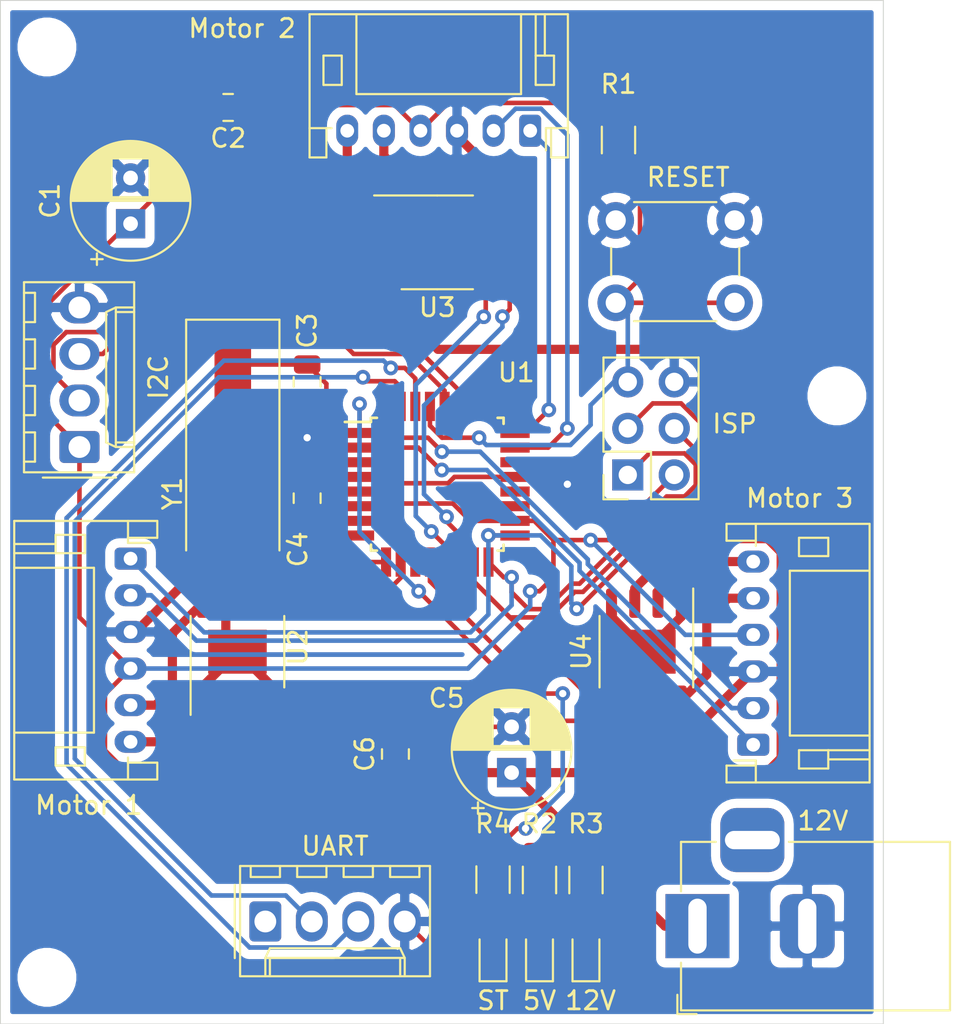
<source format=kicad_pcb>
(kicad_pcb (version 20171130) (host pcbnew 5.1.9+dfsg1-1)

  (general
    (thickness 1.6)
    (drawings 4)
    (tracks 353)
    (zones 0)
    (modules 29)
    (nets 40)
  )

  (page A4)
  (layers
    (0 F.Cu signal)
    (31 B.Cu signal)
    (32 B.Adhes user)
    (33 F.Adhes user)
    (34 B.Paste user)
    (35 F.Paste user)
    (36 B.SilkS user)
    (37 F.SilkS user)
    (38 B.Mask user)
    (39 F.Mask user)
    (40 Dwgs.User user)
    (41 Cmts.User user)
    (42 Eco1.User user)
    (43 Eco2.User user)
    (44 Edge.Cuts user)
    (45 Margin user)
    (46 B.CrtYd user)
    (47 F.CrtYd user)
    (48 B.Fab user)
    (49 F.Fab user)
  )

  (setup
    (last_trace_width 0.25)
    (trace_clearance 0.2)
    (zone_clearance 0.508)
    (zone_45_only no)
    (trace_min 0.2)
    (via_size 0.8)
    (via_drill 0.4)
    (via_min_size 0.4)
    (via_min_drill 0.3)
    (uvia_size 0.3)
    (uvia_drill 0.1)
    (uvias_allowed no)
    (uvia_min_size 0.2)
    (uvia_min_drill 0.1)
    (edge_width 0.05)
    (segment_width 0.2)
    (pcb_text_width 0.3)
    (pcb_text_size 1.5 1.5)
    (mod_edge_width 0.12)
    (mod_text_size 1 1)
    (mod_text_width 0.15)
    (pad_size 2.4 3.2)
    (pad_drill 0)
    (pad_to_mask_clearance 0)
    (aux_axis_origin 0 0)
    (visible_elements FFFFFF7F)
    (pcbplotparams
      (layerselection 0x010fc_ffffffff)
      (usegerberextensions false)
      (usegerberattributes true)
      (usegerberadvancedattributes true)
      (creategerberjobfile true)
      (excludeedgelayer true)
      (linewidth 0.100000)
      (plotframeref false)
      (viasonmask false)
      (mode 1)
      (useauxorigin false)
      (hpglpennumber 1)
      (hpglpenspeed 20)
      (hpglpendiameter 15.000000)
      (psnegative false)
      (psa4output false)
      (plotreference true)
      (plotvalue true)
      (plotinvisibletext false)
      (padsonsilk false)
      (subtractmaskfromsilk false)
      (outputformat 1)
      (mirror false)
      (drillshape 0)
      (scaleselection 1)
      (outputdirectory "output/"))
  )

  (net 0 "")
  (net 1 +5V)
  (net 2 GND)
  (net 3 /XTAL1)
  (net 4 /XTAL2)
  (net 5 +12V)
  (net 6 /I2C_SDA)
  (net 7 /I2C_SCL)
  (net 8 /UART_RX)
  (net 9 /UART_TX)
  (net 10 "Net-(J2-Pad1)")
  (net 11 /ENC1A)
  (net 12 /ENC1B)
  (net 13 /OC2A)
  (net 14 /RST)
  (net 15 "Net-(J4-Pad5)")
  (net 16 "Net-(J4-Pad6)")
  (net 17 "Net-(J5-Pad6)")
  (net 18 "Net-(J5-Pad5)")
  (net 19 /ENC2A)
  (net 20 /ENC2B)
  (net 21 /ENC3B)
  (net 22 /ENC3A)
  (net 23 "Net-(J6-Pad5)")
  (net 24 "Net-(J6-Pad6)")
  (net 25 /OC2B)
  (net 26 /OC0B)
  (net 27 /OC0A)
  (net 28 "Net-(U1-Pad11)")
  (net 29 /OC1A)
  (net 30 /OC1B)
  (net 31 "Net-(U1-Pad19)")
  (net 32 "Net-(U1-Pad20)")
  (net 33 "Net-(U1-Pad22)")
  (net 34 "Net-(U1-Pad25)")
  (net 35 "Net-(U1-Pad26)")
  (net 36 "Net-(D1-Pad2)")
  (net 37 "Net-(D2-Pad2)")
  (net 38 "Net-(D3-Pad2)")
  (net 39 /STATUS)

  (net_class Default "This is the default net class."
    (clearance 0.2)
    (trace_width 0.25)
    (via_dia 0.8)
    (via_drill 0.4)
    (uvia_dia 0.3)
    (uvia_drill 0.1)
    (add_net +5V)
    (add_net /ENC1A)
    (add_net /ENC1B)
    (add_net /ENC2A)
    (add_net /ENC2B)
    (add_net /ENC3A)
    (add_net /ENC3B)
    (add_net /I2C_SCL)
    (add_net /I2C_SDA)
    (add_net /OC0A)
    (add_net /OC0B)
    (add_net /OC1A)
    (add_net /OC1B)
    (add_net /OC2A)
    (add_net /OC2B)
    (add_net /RST)
    (add_net /STATUS)
    (add_net /UART_RX)
    (add_net /UART_TX)
    (add_net /XTAL1)
    (add_net /XTAL2)
    (add_net GND)
    (add_net "Net-(D1-Pad2)")
    (add_net "Net-(D2-Pad2)")
    (add_net "Net-(D3-Pad2)")
    (add_net "Net-(J2-Pad1)")
    (add_net "Net-(U1-Pad11)")
    (add_net "Net-(U1-Pad19)")
    (add_net "Net-(U1-Pad20)")
    (add_net "Net-(U1-Pad22)")
    (add_net "Net-(U1-Pad25)")
    (add_net "Net-(U1-Pad26)")
  )

  (net_class Power ""
    (clearance 0.4)
    (trace_width 0.5)
    (via_dia 1.6)
    (via_drill 0.8)
    (uvia_dia 0.3)
    (uvia_drill 0.1)
    (add_net +12V)
    (add_net "Net-(J4-Pad5)")
    (add_net "Net-(J4-Pad6)")
    (add_net "Net-(J5-Pad5)")
    (add_net "Net-(J5-Pad6)")
    (add_net "Net-(J6-Pad5)")
    (add_net "Net-(J6-Pad6)")
  )

  (module MountingHole:MountingHole_2.2mm_M2 (layer F.Cu) (tedit 56D1B4CB) (tstamp 618ED27E)
    (at 228.6 54.61)
    (descr "Mounting Hole 2.2mm, no annular, M2")
    (tags "mounting hole 2.2mm no annular m2")
    (attr virtual)
    (fp_text reference REF** (at 0 -3.2) (layer F.SilkS) hide
      (effects (font (size 1 1) (thickness 0.15)))
    )
    (fp_text value MountingHole_2.2mm_M2 (at 0 3.2) (layer F.Fab) hide
      (effects (font (size 1 1) (thickness 0.15)))
    )
    (fp_circle (center 0 0) (end 2.2 0) (layer Cmts.User) (width 0.15))
    (fp_circle (center 0 0) (end 2.45 0) (layer F.CrtYd) (width 0.05))
    (fp_text user %R (at 0.3 0) (layer F.Fab) hide
      (effects (font (size 1 1) (thickness 0.15)))
    )
    (pad 1 np_thru_hole circle (at 0 0) (size 2.2 2.2) (drill 2.2) (layers *.Cu *.Mask))
  )

  (module MountingHole:MountingHole_2.2mm_M2 (layer F.Cu) (tedit 56D1B4CB) (tstamp 618ED261)
    (at 185.42 86.36)
    (descr "Mounting Hole 2.2mm, no annular, M2")
    (tags "mounting hole 2.2mm no annular m2")
    (attr virtual)
    (fp_text reference REF** (at 0 -3.2) (layer F.SilkS) hide
      (effects (font (size 1 1) (thickness 0.15)))
    )
    (fp_text value MountingHole_2.2mm_M2 (at 0 3.2) (layer F.Fab) hide
      (effects (font (size 1 1) (thickness 0.15)))
    )
    (fp_circle (center 0 0) (end 2.2 0) (layer Cmts.User) (width 0.15))
    (fp_circle (center 0 0) (end 2.45 0) (layer F.CrtYd) (width 0.05))
    (fp_text user %R (at 0.3 0) (layer F.Fab) hide
      (effects (font (size 1 1) (thickness 0.15)))
    )
    (pad 1 np_thru_hole circle (at 0 0) (size 2.2 2.2) (drill 2.2) (layers *.Cu *.Mask))
  )

  (module MountingHole:MountingHole_2.2mm_M2 (layer F.Cu) (tedit 56D1B4CB) (tstamp 618ED244)
    (at 185.42 35.56)
    (descr "Mounting Hole 2.2mm, no annular, M2")
    (tags "mounting hole 2.2mm no annular m2")
    (attr virtual)
    (fp_text reference REF** (at 0 -3.2) (layer F.SilkS) hide
      (effects (font (size 1 1) (thickness 0.15)))
    )
    (fp_text value MountingHole_2.2mm_M2 (at 0 3.2) (layer F.Fab) hide
      (effects (font (size 1 1) (thickness 0.15)))
    )
    (fp_circle (center 0 0) (end 2.2 0) (layer Cmts.User) (width 0.15))
    (fp_circle (center 0 0) (end 2.45 0) (layer F.CrtYd) (width 0.05))
    (fp_text user %R (at 0.3 0) (layer F.Fab) hide
      (effects (font (size 1 1) (thickness 0.15)))
    )
    (pad 1 np_thru_hole circle (at 0 0) (size 2.2 2.2) (drill 2.2) (layers *.Cu *.Mask))
  )

  (module Capacitor_THT:CP_Radial_D6.3mm_P2.50mm (layer F.Cu) (tedit 5AE50EF0) (tstamp 618DF843)
    (at 189.992 45.212 90)
    (descr "CP, Radial series, Radial, pin pitch=2.50mm, , diameter=6.3mm, Electrolytic Capacitor")
    (tags "CP Radial series Radial pin pitch 2.50mm  diameter 6.3mm Electrolytic Capacitor")
    (path /619874ED)
    (fp_text reference C1 (at 1.25 -4.4 90) (layer F.SilkS)
      (effects (font (size 1 1) (thickness 0.15)))
    )
    (fp_text value 10u (at 1.25 4.4 90) (layer F.Fab)
      (effects (font (size 1 1) (thickness 0.15)))
    )
    (fp_line (start -1.935241 -2.154) (end -1.935241 -1.524) (layer F.SilkS) (width 0.12))
    (fp_line (start -2.250241 -1.839) (end -1.620241 -1.839) (layer F.SilkS) (width 0.12))
    (fp_line (start 4.491 -0.402) (end 4.491 0.402) (layer F.SilkS) (width 0.12))
    (fp_line (start 4.451 -0.633) (end 4.451 0.633) (layer F.SilkS) (width 0.12))
    (fp_line (start 4.411 -0.802) (end 4.411 0.802) (layer F.SilkS) (width 0.12))
    (fp_line (start 4.371 -0.94) (end 4.371 0.94) (layer F.SilkS) (width 0.12))
    (fp_line (start 4.331 -1.059) (end 4.331 1.059) (layer F.SilkS) (width 0.12))
    (fp_line (start 4.291 -1.165) (end 4.291 1.165) (layer F.SilkS) (width 0.12))
    (fp_line (start 4.251 -1.262) (end 4.251 1.262) (layer F.SilkS) (width 0.12))
    (fp_line (start 4.211 -1.35) (end 4.211 1.35) (layer F.SilkS) (width 0.12))
    (fp_line (start 4.171 -1.432) (end 4.171 1.432) (layer F.SilkS) (width 0.12))
    (fp_line (start 4.131 -1.509) (end 4.131 1.509) (layer F.SilkS) (width 0.12))
    (fp_line (start 4.091 -1.581) (end 4.091 1.581) (layer F.SilkS) (width 0.12))
    (fp_line (start 4.051 -1.65) (end 4.051 1.65) (layer F.SilkS) (width 0.12))
    (fp_line (start 4.011 -1.714) (end 4.011 1.714) (layer F.SilkS) (width 0.12))
    (fp_line (start 3.971 -1.776) (end 3.971 1.776) (layer F.SilkS) (width 0.12))
    (fp_line (start 3.931 -1.834) (end 3.931 1.834) (layer F.SilkS) (width 0.12))
    (fp_line (start 3.891 -1.89) (end 3.891 1.89) (layer F.SilkS) (width 0.12))
    (fp_line (start 3.851 -1.944) (end 3.851 1.944) (layer F.SilkS) (width 0.12))
    (fp_line (start 3.811 -1.995) (end 3.811 1.995) (layer F.SilkS) (width 0.12))
    (fp_line (start 3.771 -2.044) (end 3.771 2.044) (layer F.SilkS) (width 0.12))
    (fp_line (start 3.731 -2.092) (end 3.731 2.092) (layer F.SilkS) (width 0.12))
    (fp_line (start 3.691 -2.137) (end 3.691 2.137) (layer F.SilkS) (width 0.12))
    (fp_line (start 3.651 -2.182) (end 3.651 2.182) (layer F.SilkS) (width 0.12))
    (fp_line (start 3.611 -2.224) (end 3.611 2.224) (layer F.SilkS) (width 0.12))
    (fp_line (start 3.571 -2.265) (end 3.571 2.265) (layer F.SilkS) (width 0.12))
    (fp_line (start 3.531 1.04) (end 3.531 2.305) (layer F.SilkS) (width 0.12))
    (fp_line (start 3.531 -2.305) (end 3.531 -1.04) (layer F.SilkS) (width 0.12))
    (fp_line (start 3.491 1.04) (end 3.491 2.343) (layer F.SilkS) (width 0.12))
    (fp_line (start 3.491 -2.343) (end 3.491 -1.04) (layer F.SilkS) (width 0.12))
    (fp_line (start 3.451 1.04) (end 3.451 2.38) (layer F.SilkS) (width 0.12))
    (fp_line (start 3.451 -2.38) (end 3.451 -1.04) (layer F.SilkS) (width 0.12))
    (fp_line (start 3.411 1.04) (end 3.411 2.416) (layer F.SilkS) (width 0.12))
    (fp_line (start 3.411 -2.416) (end 3.411 -1.04) (layer F.SilkS) (width 0.12))
    (fp_line (start 3.371 1.04) (end 3.371 2.45) (layer F.SilkS) (width 0.12))
    (fp_line (start 3.371 -2.45) (end 3.371 -1.04) (layer F.SilkS) (width 0.12))
    (fp_line (start 3.331 1.04) (end 3.331 2.484) (layer F.SilkS) (width 0.12))
    (fp_line (start 3.331 -2.484) (end 3.331 -1.04) (layer F.SilkS) (width 0.12))
    (fp_line (start 3.291 1.04) (end 3.291 2.516) (layer F.SilkS) (width 0.12))
    (fp_line (start 3.291 -2.516) (end 3.291 -1.04) (layer F.SilkS) (width 0.12))
    (fp_line (start 3.251 1.04) (end 3.251 2.548) (layer F.SilkS) (width 0.12))
    (fp_line (start 3.251 -2.548) (end 3.251 -1.04) (layer F.SilkS) (width 0.12))
    (fp_line (start 3.211 1.04) (end 3.211 2.578) (layer F.SilkS) (width 0.12))
    (fp_line (start 3.211 -2.578) (end 3.211 -1.04) (layer F.SilkS) (width 0.12))
    (fp_line (start 3.171 1.04) (end 3.171 2.607) (layer F.SilkS) (width 0.12))
    (fp_line (start 3.171 -2.607) (end 3.171 -1.04) (layer F.SilkS) (width 0.12))
    (fp_line (start 3.131 1.04) (end 3.131 2.636) (layer F.SilkS) (width 0.12))
    (fp_line (start 3.131 -2.636) (end 3.131 -1.04) (layer F.SilkS) (width 0.12))
    (fp_line (start 3.091 1.04) (end 3.091 2.664) (layer F.SilkS) (width 0.12))
    (fp_line (start 3.091 -2.664) (end 3.091 -1.04) (layer F.SilkS) (width 0.12))
    (fp_line (start 3.051 1.04) (end 3.051 2.69) (layer F.SilkS) (width 0.12))
    (fp_line (start 3.051 -2.69) (end 3.051 -1.04) (layer F.SilkS) (width 0.12))
    (fp_line (start 3.011 1.04) (end 3.011 2.716) (layer F.SilkS) (width 0.12))
    (fp_line (start 3.011 -2.716) (end 3.011 -1.04) (layer F.SilkS) (width 0.12))
    (fp_line (start 2.971 1.04) (end 2.971 2.742) (layer F.SilkS) (width 0.12))
    (fp_line (start 2.971 -2.742) (end 2.971 -1.04) (layer F.SilkS) (width 0.12))
    (fp_line (start 2.931 1.04) (end 2.931 2.766) (layer F.SilkS) (width 0.12))
    (fp_line (start 2.931 -2.766) (end 2.931 -1.04) (layer F.SilkS) (width 0.12))
    (fp_line (start 2.891 1.04) (end 2.891 2.79) (layer F.SilkS) (width 0.12))
    (fp_line (start 2.891 -2.79) (end 2.891 -1.04) (layer F.SilkS) (width 0.12))
    (fp_line (start 2.851 1.04) (end 2.851 2.812) (layer F.SilkS) (width 0.12))
    (fp_line (start 2.851 -2.812) (end 2.851 -1.04) (layer F.SilkS) (width 0.12))
    (fp_line (start 2.811 1.04) (end 2.811 2.834) (layer F.SilkS) (width 0.12))
    (fp_line (start 2.811 -2.834) (end 2.811 -1.04) (layer F.SilkS) (width 0.12))
    (fp_line (start 2.771 1.04) (end 2.771 2.856) (layer F.SilkS) (width 0.12))
    (fp_line (start 2.771 -2.856) (end 2.771 -1.04) (layer F.SilkS) (width 0.12))
    (fp_line (start 2.731 1.04) (end 2.731 2.876) (layer F.SilkS) (width 0.12))
    (fp_line (start 2.731 -2.876) (end 2.731 -1.04) (layer F.SilkS) (width 0.12))
    (fp_line (start 2.691 1.04) (end 2.691 2.896) (layer F.SilkS) (width 0.12))
    (fp_line (start 2.691 -2.896) (end 2.691 -1.04) (layer F.SilkS) (width 0.12))
    (fp_line (start 2.651 1.04) (end 2.651 2.916) (layer F.SilkS) (width 0.12))
    (fp_line (start 2.651 -2.916) (end 2.651 -1.04) (layer F.SilkS) (width 0.12))
    (fp_line (start 2.611 1.04) (end 2.611 2.934) (layer F.SilkS) (width 0.12))
    (fp_line (start 2.611 -2.934) (end 2.611 -1.04) (layer F.SilkS) (width 0.12))
    (fp_line (start 2.571 1.04) (end 2.571 2.952) (layer F.SilkS) (width 0.12))
    (fp_line (start 2.571 -2.952) (end 2.571 -1.04) (layer F.SilkS) (width 0.12))
    (fp_line (start 2.531 1.04) (end 2.531 2.97) (layer F.SilkS) (width 0.12))
    (fp_line (start 2.531 -2.97) (end 2.531 -1.04) (layer F.SilkS) (width 0.12))
    (fp_line (start 2.491 1.04) (end 2.491 2.986) (layer F.SilkS) (width 0.12))
    (fp_line (start 2.491 -2.986) (end 2.491 -1.04) (layer F.SilkS) (width 0.12))
    (fp_line (start 2.451 1.04) (end 2.451 3.002) (layer F.SilkS) (width 0.12))
    (fp_line (start 2.451 -3.002) (end 2.451 -1.04) (layer F.SilkS) (width 0.12))
    (fp_line (start 2.411 1.04) (end 2.411 3.018) (layer F.SilkS) (width 0.12))
    (fp_line (start 2.411 -3.018) (end 2.411 -1.04) (layer F.SilkS) (width 0.12))
    (fp_line (start 2.371 1.04) (end 2.371 3.033) (layer F.SilkS) (width 0.12))
    (fp_line (start 2.371 -3.033) (end 2.371 -1.04) (layer F.SilkS) (width 0.12))
    (fp_line (start 2.331 1.04) (end 2.331 3.047) (layer F.SilkS) (width 0.12))
    (fp_line (start 2.331 -3.047) (end 2.331 -1.04) (layer F.SilkS) (width 0.12))
    (fp_line (start 2.291 1.04) (end 2.291 3.061) (layer F.SilkS) (width 0.12))
    (fp_line (start 2.291 -3.061) (end 2.291 -1.04) (layer F.SilkS) (width 0.12))
    (fp_line (start 2.251 1.04) (end 2.251 3.074) (layer F.SilkS) (width 0.12))
    (fp_line (start 2.251 -3.074) (end 2.251 -1.04) (layer F.SilkS) (width 0.12))
    (fp_line (start 2.211 1.04) (end 2.211 3.086) (layer F.SilkS) (width 0.12))
    (fp_line (start 2.211 -3.086) (end 2.211 -1.04) (layer F.SilkS) (width 0.12))
    (fp_line (start 2.171 1.04) (end 2.171 3.098) (layer F.SilkS) (width 0.12))
    (fp_line (start 2.171 -3.098) (end 2.171 -1.04) (layer F.SilkS) (width 0.12))
    (fp_line (start 2.131 1.04) (end 2.131 3.11) (layer F.SilkS) (width 0.12))
    (fp_line (start 2.131 -3.11) (end 2.131 -1.04) (layer F.SilkS) (width 0.12))
    (fp_line (start 2.091 1.04) (end 2.091 3.121) (layer F.SilkS) (width 0.12))
    (fp_line (start 2.091 -3.121) (end 2.091 -1.04) (layer F.SilkS) (width 0.12))
    (fp_line (start 2.051 1.04) (end 2.051 3.131) (layer F.SilkS) (width 0.12))
    (fp_line (start 2.051 -3.131) (end 2.051 -1.04) (layer F.SilkS) (width 0.12))
    (fp_line (start 2.011 1.04) (end 2.011 3.141) (layer F.SilkS) (width 0.12))
    (fp_line (start 2.011 -3.141) (end 2.011 -1.04) (layer F.SilkS) (width 0.12))
    (fp_line (start 1.971 1.04) (end 1.971 3.15) (layer F.SilkS) (width 0.12))
    (fp_line (start 1.971 -3.15) (end 1.971 -1.04) (layer F.SilkS) (width 0.12))
    (fp_line (start 1.93 1.04) (end 1.93 3.159) (layer F.SilkS) (width 0.12))
    (fp_line (start 1.93 -3.159) (end 1.93 -1.04) (layer F.SilkS) (width 0.12))
    (fp_line (start 1.89 1.04) (end 1.89 3.167) (layer F.SilkS) (width 0.12))
    (fp_line (start 1.89 -3.167) (end 1.89 -1.04) (layer F.SilkS) (width 0.12))
    (fp_line (start 1.85 1.04) (end 1.85 3.175) (layer F.SilkS) (width 0.12))
    (fp_line (start 1.85 -3.175) (end 1.85 -1.04) (layer F.SilkS) (width 0.12))
    (fp_line (start 1.81 1.04) (end 1.81 3.182) (layer F.SilkS) (width 0.12))
    (fp_line (start 1.81 -3.182) (end 1.81 -1.04) (layer F.SilkS) (width 0.12))
    (fp_line (start 1.77 1.04) (end 1.77 3.189) (layer F.SilkS) (width 0.12))
    (fp_line (start 1.77 -3.189) (end 1.77 -1.04) (layer F.SilkS) (width 0.12))
    (fp_line (start 1.73 1.04) (end 1.73 3.195) (layer F.SilkS) (width 0.12))
    (fp_line (start 1.73 -3.195) (end 1.73 -1.04) (layer F.SilkS) (width 0.12))
    (fp_line (start 1.69 1.04) (end 1.69 3.201) (layer F.SilkS) (width 0.12))
    (fp_line (start 1.69 -3.201) (end 1.69 -1.04) (layer F.SilkS) (width 0.12))
    (fp_line (start 1.65 1.04) (end 1.65 3.206) (layer F.SilkS) (width 0.12))
    (fp_line (start 1.65 -3.206) (end 1.65 -1.04) (layer F.SilkS) (width 0.12))
    (fp_line (start 1.61 1.04) (end 1.61 3.211) (layer F.SilkS) (width 0.12))
    (fp_line (start 1.61 -3.211) (end 1.61 -1.04) (layer F.SilkS) (width 0.12))
    (fp_line (start 1.57 1.04) (end 1.57 3.215) (layer F.SilkS) (width 0.12))
    (fp_line (start 1.57 -3.215) (end 1.57 -1.04) (layer F.SilkS) (width 0.12))
    (fp_line (start 1.53 1.04) (end 1.53 3.218) (layer F.SilkS) (width 0.12))
    (fp_line (start 1.53 -3.218) (end 1.53 -1.04) (layer F.SilkS) (width 0.12))
    (fp_line (start 1.49 1.04) (end 1.49 3.222) (layer F.SilkS) (width 0.12))
    (fp_line (start 1.49 -3.222) (end 1.49 -1.04) (layer F.SilkS) (width 0.12))
    (fp_line (start 1.45 -3.224) (end 1.45 3.224) (layer F.SilkS) (width 0.12))
    (fp_line (start 1.41 -3.227) (end 1.41 3.227) (layer F.SilkS) (width 0.12))
    (fp_line (start 1.37 -3.228) (end 1.37 3.228) (layer F.SilkS) (width 0.12))
    (fp_line (start 1.33 -3.23) (end 1.33 3.23) (layer F.SilkS) (width 0.12))
    (fp_line (start 1.29 -3.23) (end 1.29 3.23) (layer F.SilkS) (width 0.12))
    (fp_line (start 1.25 -3.23) (end 1.25 3.23) (layer F.SilkS) (width 0.12))
    (fp_line (start -1.128972 -1.6885) (end -1.128972 -1.0585) (layer F.Fab) (width 0.1))
    (fp_line (start -1.443972 -1.3735) (end -0.813972 -1.3735) (layer F.Fab) (width 0.1))
    (fp_circle (center 1.25 0) (end 4.65 0) (layer F.CrtYd) (width 0.05))
    (fp_circle (center 1.25 0) (end 4.52 0) (layer F.SilkS) (width 0.12))
    (fp_circle (center 1.25 0) (end 4.4 0) (layer F.Fab) (width 0.1))
    (fp_text user %R (at 1.25 0 90) (layer F.Fab)
      (effects (font (size 1 1) (thickness 0.15)))
    )
    (pad 1 thru_hole rect (at 0 0 90) (size 1.6 1.6) (drill 0.8) (layers *.Cu *.Mask)
      (net 1 +5V))
    (pad 2 thru_hole circle (at 2.5 0 90) (size 1.6 1.6) (drill 0.8) (layers *.Cu *.Mask)
      (net 2 GND))
    (model ${KISYS3DMOD}/Capacitor_THT.3dshapes/CP_Radial_D6.3mm_P2.50mm.wrl
      (at (xyz 0 0 0))
      (scale (xyz 1 1 1))
      (rotate (xyz 0 0 0))
    )
  )

  (module Capacitor_SMD:C_0805_2012Metric (layer F.Cu) (tedit 5F68FEEE) (tstamp 618DF854)
    (at 195.326 38.862 180)
    (descr "Capacitor SMD 0805 (2012 Metric), square (rectangular) end terminal, IPC_7351 nominal, (Body size source: IPC-SM-782 page 76, https://www.pcb-3d.com/wordpress/wp-content/uploads/ipc-sm-782a_amendment_1_and_2.pdf, https://docs.google.com/spreadsheets/d/1BsfQQcO9C6DZCsRaXUlFlo91Tg2WpOkGARC1WS5S8t0/edit?usp=sharing), generated with kicad-footprint-generator")
    (tags capacitor)
    (path /619882E1)
    (attr smd)
    (fp_text reference C2 (at 0 -1.68) (layer F.SilkS)
      (effects (font (size 1 1) (thickness 0.15)))
    )
    (fp_text value 100n (at 0 1.68) (layer F.Fab)
      (effects (font (size 1 1) (thickness 0.15)))
    )
    (fp_line (start 1.7 0.98) (end -1.7 0.98) (layer F.CrtYd) (width 0.05))
    (fp_line (start 1.7 -0.98) (end 1.7 0.98) (layer F.CrtYd) (width 0.05))
    (fp_line (start -1.7 -0.98) (end 1.7 -0.98) (layer F.CrtYd) (width 0.05))
    (fp_line (start -1.7 0.98) (end -1.7 -0.98) (layer F.CrtYd) (width 0.05))
    (fp_line (start -0.261252 0.735) (end 0.261252 0.735) (layer F.SilkS) (width 0.12))
    (fp_line (start -0.261252 -0.735) (end 0.261252 -0.735) (layer F.SilkS) (width 0.12))
    (fp_line (start 1 0.625) (end -1 0.625) (layer F.Fab) (width 0.1))
    (fp_line (start 1 -0.625) (end 1 0.625) (layer F.Fab) (width 0.1))
    (fp_line (start -1 -0.625) (end 1 -0.625) (layer F.Fab) (width 0.1))
    (fp_line (start -1 0.625) (end -1 -0.625) (layer F.Fab) (width 0.1))
    (fp_text user %R (at 0 0) (layer F.Fab)
      (effects (font (size 0.5 0.5) (thickness 0.08)))
    )
    (pad 1 smd roundrect (at -0.95 0 180) (size 1 1.45) (layers F.Cu F.Paste F.Mask) (roundrect_rratio 0.25)
      (net 1 +5V))
    (pad 2 smd roundrect (at 0.95 0 180) (size 1 1.45) (layers F.Cu F.Paste F.Mask) (roundrect_rratio 0.25)
      (net 2 GND))
    (model ${KISYS3DMOD}/Capacitor_SMD.3dshapes/C_0805_2012Metric.wrl
      (at (xyz 0 0 0))
      (scale (xyz 1 1 1))
      (rotate (xyz 0 0 0))
    )
  )

  (module Capacitor_SMD:C_0805_2012Metric (layer F.Cu) (tedit 5F68FEEE) (tstamp 618DF865)
    (at 199.644 53.848 270)
    (descr "Capacitor SMD 0805 (2012 Metric), square (rectangular) end terminal, IPC_7351 nominal, (Body size source: IPC-SM-782 page 76, https://www.pcb-3d.com/wordpress/wp-content/uploads/ipc-sm-782a_amendment_1_and_2.pdf, https://docs.google.com/spreadsheets/d/1BsfQQcO9C6DZCsRaXUlFlo91Tg2WpOkGARC1WS5S8t0/edit?usp=sharing), generated with kicad-footprint-generator")
    (tags capacitor)
    (path /618E54A3)
    (attr smd)
    (fp_text reference C3 (at -2.794 0 90) (layer F.SilkS)
      (effects (font (size 1 1) (thickness 0.15)))
    )
    (fp_text value 22p (at -1.27 -1.778 90) (layer F.Fab)
      (effects (font (size 1 1) (thickness 0.15)))
    )
    (fp_line (start 1.7 0.98) (end -1.7 0.98) (layer F.CrtYd) (width 0.05))
    (fp_line (start 1.7 -0.98) (end 1.7 0.98) (layer F.CrtYd) (width 0.05))
    (fp_line (start -1.7 -0.98) (end 1.7 -0.98) (layer F.CrtYd) (width 0.05))
    (fp_line (start -1.7 0.98) (end -1.7 -0.98) (layer F.CrtYd) (width 0.05))
    (fp_line (start -0.261252 0.735) (end 0.261252 0.735) (layer F.SilkS) (width 0.12))
    (fp_line (start -0.261252 -0.735) (end 0.261252 -0.735) (layer F.SilkS) (width 0.12))
    (fp_line (start 1 0.625) (end -1 0.625) (layer F.Fab) (width 0.1))
    (fp_line (start 1 -0.625) (end 1 0.625) (layer F.Fab) (width 0.1))
    (fp_line (start -1 -0.625) (end 1 -0.625) (layer F.Fab) (width 0.1))
    (fp_line (start -1 0.625) (end -1 -0.625) (layer F.Fab) (width 0.1))
    (fp_text user %R (at 0 0 90) (layer F.Fab)
      (effects (font (size 0.5 0.5) (thickness 0.08)))
    )
    (pad 1 smd roundrect (at -0.95 0 270) (size 1 1.45) (layers F.Cu F.Paste F.Mask) (roundrect_rratio 0.25)
      (net 3 /XTAL1))
    (pad 2 smd roundrect (at 0.95 0 270) (size 1 1.45) (layers F.Cu F.Paste F.Mask) (roundrect_rratio 0.25)
      (net 2 GND))
    (model ${KISYS3DMOD}/Capacitor_SMD.3dshapes/C_0805_2012Metric.wrl
      (at (xyz 0 0 0))
      (scale (xyz 1 1 1))
      (rotate (xyz 0 0 0))
    )
  )

  (module Capacitor_SMD:C_0805_2012Metric (layer F.Cu) (tedit 5F68FEEE) (tstamp 618DF876)
    (at 199.644 60.198 90)
    (descr "Capacitor SMD 0805 (2012 Metric), square (rectangular) end terminal, IPC_7351 nominal, (Body size source: IPC-SM-782 page 76, https://www.pcb-3d.com/wordpress/wp-content/uploads/ipc-sm-782a_amendment_1_and_2.pdf, https://docs.google.com/spreadsheets/d/1BsfQQcO9C6DZCsRaXUlFlo91Tg2WpOkGARC1WS5S8t0/edit?usp=sharing), generated with kicad-footprint-generator")
    (tags capacitor)
    (path /618E40A2)
    (attr smd)
    (fp_text reference C4 (at -2.794 -0.508 90) (layer F.SilkS)
      (effects (font (size 1 1) (thickness 0.15)))
    )
    (fp_text value 22p (at -2.794 1.016 90) (layer F.Fab)
      (effects (font (size 1 1) (thickness 0.15)))
    )
    (fp_line (start -1 0.625) (end -1 -0.625) (layer F.Fab) (width 0.1))
    (fp_line (start -1 -0.625) (end 1 -0.625) (layer F.Fab) (width 0.1))
    (fp_line (start 1 -0.625) (end 1 0.625) (layer F.Fab) (width 0.1))
    (fp_line (start 1 0.625) (end -1 0.625) (layer F.Fab) (width 0.1))
    (fp_line (start -0.261252 -0.735) (end 0.261252 -0.735) (layer F.SilkS) (width 0.12))
    (fp_line (start -0.261252 0.735) (end 0.261252 0.735) (layer F.SilkS) (width 0.12))
    (fp_line (start -1.7 0.98) (end -1.7 -0.98) (layer F.CrtYd) (width 0.05))
    (fp_line (start -1.7 -0.98) (end 1.7 -0.98) (layer F.CrtYd) (width 0.05))
    (fp_line (start 1.7 -0.98) (end 1.7 0.98) (layer F.CrtYd) (width 0.05))
    (fp_line (start 1.7 0.98) (end -1.7 0.98) (layer F.CrtYd) (width 0.05))
    (fp_text user %R (at 0 0 90) (layer F.Fab)
      (effects (font (size 0.5 0.5) (thickness 0.08)))
    )
    (pad 2 smd roundrect (at 0.95 0 90) (size 1 1.45) (layers F.Cu F.Paste F.Mask) (roundrect_rratio 0.25)
      (net 2 GND))
    (pad 1 smd roundrect (at -0.95 0 90) (size 1 1.45) (layers F.Cu F.Paste F.Mask) (roundrect_rratio 0.25)
      (net 4 /XTAL2))
    (model ${KISYS3DMOD}/Capacitor_SMD.3dshapes/C_0805_2012Metric.wrl
      (at (xyz 0 0 0))
      (scale (xyz 1 1 1))
      (rotate (xyz 0 0 0))
    )
  )

  (module Capacitor_THT:CP_Radial_D6.3mm_P2.50mm (layer F.Cu) (tedit 5AE50EF0) (tstamp 618DF90A)
    (at 210.82 75.184 90)
    (descr "CP, Radial series, Radial, pin pitch=2.50mm, , diameter=6.3mm, Electrolytic Capacitor")
    (tags "CP Radial series Radial pin pitch 2.50mm  diameter 6.3mm Electrolytic Capacitor")
    (path /61A403C0)
    (fp_text reference C5 (at 4.064 -3.556 180) (layer F.SilkS)
      (effects (font (size 1 1) (thickness 0.15)))
    )
    (fp_text value 10u (at -1.016 4.318 180) (layer F.Fab)
      (effects (font (size 1 1) (thickness 0.15)))
    )
    (fp_circle (center 1.25 0) (end 4.4 0) (layer F.Fab) (width 0.1))
    (fp_circle (center 1.25 0) (end 4.52 0) (layer F.SilkS) (width 0.12))
    (fp_circle (center 1.25 0) (end 4.65 0) (layer F.CrtYd) (width 0.05))
    (fp_line (start -1.443972 -1.3735) (end -0.813972 -1.3735) (layer F.Fab) (width 0.1))
    (fp_line (start -1.128972 -1.6885) (end -1.128972 -1.0585) (layer F.Fab) (width 0.1))
    (fp_line (start 1.25 -3.23) (end 1.25 3.23) (layer F.SilkS) (width 0.12))
    (fp_line (start 1.29 -3.23) (end 1.29 3.23) (layer F.SilkS) (width 0.12))
    (fp_line (start 1.33 -3.23) (end 1.33 3.23) (layer F.SilkS) (width 0.12))
    (fp_line (start 1.37 -3.228) (end 1.37 3.228) (layer F.SilkS) (width 0.12))
    (fp_line (start 1.41 -3.227) (end 1.41 3.227) (layer F.SilkS) (width 0.12))
    (fp_line (start 1.45 -3.224) (end 1.45 3.224) (layer F.SilkS) (width 0.12))
    (fp_line (start 1.49 -3.222) (end 1.49 -1.04) (layer F.SilkS) (width 0.12))
    (fp_line (start 1.49 1.04) (end 1.49 3.222) (layer F.SilkS) (width 0.12))
    (fp_line (start 1.53 -3.218) (end 1.53 -1.04) (layer F.SilkS) (width 0.12))
    (fp_line (start 1.53 1.04) (end 1.53 3.218) (layer F.SilkS) (width 0.12))
    (fp_line (start 1.57 -3.215) (end 1.57 -1.04) (layer F.SilkS) (width 0.12))
    (fp_line (start 1.57 1.04) (end 1.57 3.215) (layer F.SilkS) (width 0.12))
    (fp_line (start 1.61 -3.211) (end 1.61 -1.04) (layer F.SilkS) (width 0.12))
    (fp_line (start 1.61 1.04) (end 1.61 3.211) (layer F.SilkS) (width 0.12))
    (fp_line (start 1.65 -3.206) (end 1.65 -1.04) (layer F.SilkS) (width 0.12))
    (fp_line (start 1.65 1.04) (end 1.65 3.206) (layer F.SilkS) (width 0.12))
    (fp_line (start 1.69 -3.201) (end 1.69 -1.04) (layer F.SilkS) (width 0.12))
    (fp_line (start 1.69 1.04) (end 1.69 3.201) (layer F.SilkS) (width 0.12))
    (fp_line (start 1.73 -3.195) (end 1.73 -1.04) (layer F.SilkS) (width 0.12))
    (fp_line (start 1.73 1.04) (end 1.73 3.195) (layer F.SilkS) (width 0.12))
    (fp_line (start 1.77 -3.189) (end 1.77 -1.04) (layer F.SilkS) (width 0.12))
    (fp_line (start 1.77 1.04) (end 1.77 3.189) (layer F.SilkS) (width 0.12))
    (fp_line (start 1.81 -3.182) (end 1.81 -1.04) (layer F.SilkS) (width 0.12))
    (fp_line (start 1.81 1.04) (end 1.81 3.182) (layer F.SilkS) (width 0.12))
    (fp_line (start 1.85 -3.175) (end 1.85 -1.04) (layer F.SilkS) (width 0.12))
    (fp_line (start 1.85 1.04) (end 1.85 3.175) (layer F.SilkS) (width 0.12))
    (fp_line (start 1.89 -3.167) (end 1.89 -1.04) (layer F.SilkS) (width 0.12))
    (fp_line (start 1.89 1.04) (end 1.89 3.167) (layer F.SilkS) (width 0.12))
    (fp_line (start 1.93 -3.159) (end 1.93 -1.04) (layer F.SilkS) (width 0.12))
    (fp_line (start 1.93 1.04) (end 1.93 3.159) (layer F.SilkS) (width 0.12))
    (fp_line (start 1.971 -3.15) (end 1.971 -1.04) (layer F.SilkS) (width 0.12))
    (fp_line (start 1.971 1.04) (end 1.971 3.15) (layer F.SilkS) (width 0.12))
    (fp_line (start 2.011 -3.141) (end 2.011 -1.04) (layer F.SilkS) (width 0.12))
    (fp_line (start 2.011 1.04) (end 2.011 3.141) (layer F.SilkS) (width 0.12))
    (fp_line (start 2.051 -3.131) (end 2.051 -1.04) (layer F.SilkS) (width 0.12))
    (fp_line (start 2.051 1.04) (end 2.051 3.131) (layer F.SilkS) (width 0.12))
    (fp_line (start 2.091 -3.121) (end 2.091 -1.04) (layer F.SilkS) (width 0.12))
    (fp_line (start 2.091 1.04) (end 2.091 3.121) (layer F.SilkS) (width 0.12))
    (fp_line (start 2.131 -3.11) (end 2.131 -1.04) (layer F.SilkS) (width 0.12))
    (fp_line (start 2.131 1.04) (end 2.131 3.11) (layer F.SilkS) (width 0.12))
    (fp_line (start 2.171 -3.098) (end 2.171 -1.04) (layer F.SilkS) (width 0.12))
    (fp_line (start 2.171 1.04) (end 2.171 3.098) (layer F.SilkS) (width 0.12))
    (fp_line (start 2.211 -3.086) (end 2.211 -1.04) (layer F.SilkS) (width 0.12))
    (fp_line (start 2.211 1.04) (end 2.211 3.086) (layer F.SilkS) (width 0.12))
    (fp_line (start 2.251 -3.074) (end 2.251 -1.04) (layer F.SilkS) (width 0.12))
    (fp_line (start 2.251 1.04) (end 2.251 3.074) (layer F.SilkS) (width 0.12))
    (fp_line (start 2.291 -3.061) (end 2.291 -1.04) (layer F.SilkS) (width 0.12))
    (fp_line (start 2.291 1.04) (end 2.291 3.061) (layer F.SilkS) (width 0.12))
    (fp_line (start 2.331 -3.047) (end 2.331 -1.04) (layer F.SilkS) (width 0.12))
    (fp_line (start 2.331 1.04) (end 2.331 3.047) (layer F.SilkS) (width 0.12))
    (fp_line (start 2.371 -3.033) (end 2.371 -1.04) (layer F.SilkS) (width 0.12))
    (fp_line (start 2.371 1.04) (end 2.371 3.033) (layer F.SilkS) (width 0.12))
    (fp_line (start 2.411 -3.018) (end 2.411 -1.04) (layer F.SilkS) (width 0.12))
    (fp_line (start 2.411 1.04) (end 2.411 3.018) (layer F.SilkS) (width 0.12))
    (fp_line (start 2.451 -3.002) (end 2.451 -1.04) (layer F.SilkS) (width 0.12))
    (fp_line (start 2.451 1.04) (end 2.451 3.002) (layer F.SilkS) (width 0.12))
    (fp_line (start 2.491 -2.986) (end 2.491 -1.04) (layer F.SilkS) (width 0.12))
    (fp_line (start 2.491 1.04) (end 2.491 2.986) (layer F.SilkS) (width 0.12))
    (fp_line (start 2.531 -2.97) (end 2.531 -1.04) (layer F.SilkS) (width 0.12))
    (fp_line (start 2.531 1.04) (end 2.531 2.97) (layer F.SilkS) (width 0.12))
    (fp_line (start 2.571 -2.952) (end 2.571 -1.04) (layer F.SilkS) (width 0.12))
    (fp_line (start 2.571 1.04) (end 2.571 2.952) (layer F.SilkS) (width 0.12))
    (fp_line (start 2.611 -2.934) (end 2.611 -1.04) (layer F.SilkS) (width 0.12))
    (fp_line (start 2.611 1.04) (end 2.611 2.934) (layer F.SilkS) (width 0.12))
    (fp_line (start 2.651 -2.916) (end 2.651 -1.04) (layer F.SilkS) (width 0.12))
    (fp_line (start 2.651 1.04) (end 2.651 2.916) (layer F.SilkS) (width 0.12))
    (fp_line (start 2.691 -2.896) (end 2.691 -1.04) (layer F.SilkS) (width 0.12))
    (fp_line (start 2.691 1.04) (end 2.691 2.896) (layer F.SilkS) (width 0.12))
    (fp_line (start 2.731 -2.876) (end 2.731 -1.04) (layer F.SilkS) (width 0.12))
    (fp_line (start 2.731 1.04) (end 2.731 2.876) (layer F.SilkS) (width 0.12))
    (fp_line (start 2.771 -2.856) (end 2.771 -1.04) (layer F.SilkS) (width 0.12))
    (fp_line (start 2.771 1.04) (end 2.771 2.856) (layer F.SilkS) (width 0.12))
    (fp_line (start 2.811 -2.834) (end 2.811 -1.04) (layer F.SilkS) (width 0.12))
    (fp_line (start 2.811 1.04) (end 2.811 2.834) (layer F.SilkS) (width 0.12))
    (fp_line (start 2.851 -2.812) (end 2.851 -1.04) (layer F.SilkS) (width 0.12))
    (fp_line (start 2.851 1.04) (end 2.851 2.812) (layer F.SilkS) (width 0.12))
    (fp_line (start 2.891 -2.79) (end 2.891 -1.04) (layer F.SilkS) (width 0.12))
    (fp_line (start 2.891 1.04) (end 2.891 2.79) (layer F.SilkS) (width 0.12))
    (fp_line (start 2.931 -2.766) (end 2.931 -1.04) (layer F.SilkS) (width 0.12))
    (fp_line (start 2.931 1.04) (end 2.931 2.766) (layer F.SilkS) (width 0.12))
    (fp_line (start 2.971 -2.742) (end 2.971 -1.04) (layer F.SilkS) (width 0.12))
    (fp_line (start 2.971 1.04) (end 2.971 2.742) (layer F.SilkS) (width 0.12))
    (fp_line (start 3.011 -2.716) (end 3.011 -1.04) (layer F.SilkS) (width 0.12))
    (fp_line (start 3.011 1.04) (end 3.011 2.716) (layer F.SilkS) (width 0.12))
    (fp_line (start 3.051 -2.69) (end 3.051 -1.04) (layer F.SilkS) (width 0.12))
    (fp_line (start 3.051 1.04) (end 3.051 2.69) (layer F.SilkS) (width 0.12))
    (fp_line (start 3.091 -2.664) (end 3.091 -1.04) (layer F.SilkS) (width 0.12))
    (fp_line (start 3.091 1.04) (end 3.091 2.664) (layer F.SilkS) (width 0.12))
    (fp_line (start 3.131 -2.636) (end 3.131 -1.04) (layer F.SilkS) (width 0.12))
    (fp_line (start 3.131 1.04) (end 3.131 2.636) (layer F.SilkS) (width 0.12))
    (fp_line (start 3.171 -2.607) (end 3.171 -1.04) (layer F.SilkS) (width 0.12))
    (fp_line (start 3.171 1.04) (end 3.171 2.607) (layer F.SilkS) (width 0.12))
    (fp_line (start 3.211 -2.578) (end 3.211 -1.04) (layer F.SilkS) (width 0.12))
    (fp_line (start 3.211 1.04) (end 3.211 2.578) (layer F.SilkS) (width 0.12))
    (fp_line (start 3.251 -2.548) (end 3.251 -1.04) (layer F.SilkS) (width 0.12))
    (fp_line (start 3.251 1.04) (end 3.251 2.548) (layer F.SilkS) (width 0.12))
    (fp_line (start 3.291 -2.516) (end 3.291 -1.04) (layer F.SilkS) (width 0.12))
    (fp_line (start 3.291 1.04) (end 3.291 2.516) (layer F.SilkS) (width 0.12))
    (fp_line (start 3.331 -2.484) (end 3.331 -1.04) (layer F.SilkS) (width 0.12))
    (fp_line (start 3.331 1.04) (end 3.331 2.484) (layer F.SilkS) (width 0.12))
    (fp_line (start 3.371 -2.45) (end 3.371 -1.04) (layer F.SilkS) (width 0.12))
    (fp_line (start 3.371 1.04) (end 3.371 2.45) (layer F.SilkS) (width 0.12))
    (fp_line (start 3.411 -2.416) (end 3.411 -1.04) (layer F.SilkS) (width 0.12))
    (fp_line (start 3.411 1.04) (end 3.411 2.416) (layer F.SilkS) (width 0.12))
    (fp_line (start 3.451 -2.38) (end 3.451 -1.04) (layer F.SilkS) (width 0.12))
    (fp_line (start 3.451 1.04) (end 3.451 2.38) (layer F.SilkS) (width 0.12))
    (fp_line (start 3.491 -2.343) (end 3.491 -1.04) (layer F.SilkS) (width 0.12))
    (fp_line (start 3.491 1.04) (end 3.491 2.343) (layer F.SilkS) (width 0.12))
    (fp_line (start 3.531 -2.305) (end 3.531 -1.04) (layer F.SilkS) (width 0.12))
    (fp_line (start 3.531 1.04) (end 3.531 2.305) (layer F.SilkS) (width 0.12))
    (fp_line (start 3.571 -2.265) (end 3.571 2.265) (layer F.SilkS) (width 0.12))
    (fp_line (start 3.611 -2.224) (end 3.611 2.224) (layer F.SilkS) (width 0.12))
    (fp_line (start 3.651 -2.182) (end 3.651 2.182) (layer F.SilkS) (width 0.12))
    (fp_line (start 3.691 -2.137) (end 3.691 2.137) (layer F.SilkS) (width 0.12))
    (fp_line (start 3.731 -2.092) (end 3.731 2.092) (layer F.SilkS) (width 0.12))
    (fp_line (start 3.771 -2.044) (end 3.771 2.044) (layer F.SilkS) (width 0.12))
    (fp_line (start 3.811 -1.995) (end 3.811 1.995) (layer F.SilkS) (width 0.12))
    (fp_line (start 3.851 -1.944) (end 3.851 1.944) (layer F.SilkS) (width 0.12))
    (fp_line (start 3.891 -1.89) (end 3.891 1.89) (layer F.SilkS) (width 0.12))
    (fp_line (start 3.931 -1.834) (end 3.931 1.834) (layer F.SilkS) (width 0.12))
    (fp_line (start 3.971 -1.776) (end 3.971 1.776) (layer F.SilkS) (width 0.12))
    (fp_line (start 4.011 -1.714) (end 4.011 1.714) (layer F.SilkS) (width 0.12))
    (fp_line (start 4.051 -1.65) (end 4.051 1.65) (layer F.SilkS) (width 0.12))
    (fp_line (start 4.091 -1.581) (end 4.091 1.581) (layer F.SilkS) (width 0.12))
    (fp_line (start 4.131 -1.509) (end 4.131 1.509) (layer F.SilkS) (width 0.12))
    (fp_line (start 4.171 -1.432) (end 4.171 1.432) (layer F.SilkS) (width 0.12))
    (fp_line (start 4.211 -1.35) (end 4.211 1.35) (layer F.SilkS) (width 0.12))
    (fp_line (start 4.251 -1.262) (end 4.251 1.262) (layer F.SilkS) (width 0.12))
    (fp_line (start 4.291 -1.165) (end 4.291 1.165) (layer F.SilkS) (width 0.12))
    (fp_line (start 4.331 -1.059) (end 4.331 1.059) (layer F.SilkS) (width 0.12))
    (fp_line (start 4.371 -0.94) (end 4.371 0.94) (layer F.SilkS) (width 0.12))
    (fp_line (start 4.411 -0.802) (end 4.411 0.802) (layer F.SilkS) (width 0.12))
    (fp_line (start 4.451 -0.633) (end 4.451 0.633) (layer F.SilkS) (width 0.12))
    (fp_line (start 4.491 -0.402) (end 4.491 0.402) (layer F.SilkS) (width 0.12))
    (fp_line (start -2.250241 -1.839) (end -1.620241 -1.839) (layer F.SilkS) (width 0.12))
    (fp_line (start -1.935241 -2.154) (end -1.935241 -1.524) (layer F.SilkS) (width 0.12))
    (fp_text user %R (at 1.25 0 90) (layer F.Fab)
      (effects (font (size 1 1) (thickness 0.15)))
    )
    (pad 2 thru_hole circle (at 2.5 0 90) (size 1.6 1.6) (drill 0.8) (layers *.Cu *.Mask)
      (net 2 GND))
    (pad 1 thru_hole rect (at 0 0 90) (size 1.6 1.6) (drill 0.8) (layers *.Cu *.Mask)
      (net 5 +12V))
    (model ${KISYS3DMOD}/Capacitor_THT.3dshapes/CP_Radial_D6.3mm_P2.50mm.wrl
      (at (xyz 0 0 0))
      (scale (xyz 1 1 1))
      (rotate (xyz 0 0 0))
    )
  )

  (module Capacitor_SMD:C_0805_2012Metric (layer F.Cu) (tedit 5F68FEEE) (tstamp 618DF91B)
    (at 204.47 74.168 90)
    (descr "Capacitor SMD 0805 (2012 Metric), square (rectangular) end terminal, IPC_7351 nominal, (Body size source: IPC-SM-782 page 76, https://www.pcb-3d.com/wordpress/wp-content/uploads/ipc-sm-782a_amendment_1_and_2.pdf, https://docs.google.com/spreadsheets/d/1BsfQQcO9C6DZCsRaXUlFlo91Tg2WpOkGARC1WS5S8t0/edit?usp=sharing), generated with kicad-footprint-generator")
    (tags capacitor)
    (path /61A403C6)
    (attr smd)
    (fp_text reference C6 (at 0 -1.68 90) (layer F.SilkS)
      (effects (font (size 1 1) (thickness 0.15)))
    )
    (fp_text value 100n (at 0 1.68 90) (layer F.Fab)
      (effects (font (size 1 1) (thickness 0.15)))
    )
    (fp_line (start -1 0.625) (end -1 -0.625) (layer F.Fab) (width 0.1))
    (fp_line (start -1 -0.625) (end 1 -0.625) (layer F.Fab) (width 0.1))
    (fp_line (start 1 -0.625) (end 1 0.625) (layer F.Fab) (width 0.1))
    (fp_line (start 1 0.625) (end -1 0.625) (layer F.Fab) (width 0.1))
    (fp_line (start -0.261252 -0.735) (end 0.261252 -0.735) (layer F.SilkS) (width 0.12))
    (fp_line (start -0.261252 0.735) (end 0.261252 0.735) (layer F.SilkS) (width 0.12))
    (fp_line (start -1.7 0.98) (end -1.7 -0.98) (layer F.CrtYd) (width 0.05))
    (fp_line (start -1.7 -0.98) (end 1.7 -0.98) (layer F.CrtYd) (width 0.05))
    (fp_line (start 1.7 -0.98) (end 1.7 0.98) (layer F.CrtYd) (width 0.05))
    (fp_line (start 1.7 0.98) (end -1.7 0.98) (layer F.CrtYd) (width 0.05))
    (fp_text user %R (at 0 0 90) (layer F.Fab)
      (effects (font (size 0.5 0.5) (thickness 0.08)))
    )
    (pad 2 smd roundrect (at 0.95 0 90) (size 1 1.45) (layers F.Cu F.Paste F.Mask) (roundrect_rratio 0.25)
      (net 2 GND))
    (pad 1 smd roundrect (at -0.95 0 90) (size 1 1.45) (layers F.Cu F.Paste F.Mask) (roundrect_rratio 0.25)
      (net 5 +12V))
    (model ${KISYS3DMOD}/Capacitor_SMD.3dshapes/C_0805_2012Metric.wrl
      (at (xyz 0 0 0))
      (scale (xyz 1 1 1))
      (rotate (xyz 0 0 0))
    )
  )

  (module Connector_Molex:Molex_KK-254_AE-6410-04A_1x04_P2.54mm_Vertical (layer F.Cu) (tedit 5EA53D3B) (tstamp 618DF947)
    (at 187.198 57.404 90)
    (descr "Molex KK-254 Interconnect System, old/engineering part number: AE-6410-04A example for new part number: 22-27-2041, 4 Pins (http://www.molex.com/pdm_docs/sd/022272021_sd.pdf), generated with kicad-footprint-generator")
    (tags "connector Molex KK-254 vertical")
    (path /6196C297)
    (fp_text reference I2C (at 3.81 4.318 90) (layer F.SilkS)
      (effects (font (size 1 1) (thickness 0.15)))
    )
    (fp_text value I2C (at 3.81 4.08 90) (layer F.Fab) hide
      (effects (font (size 1 1) (thickness 0.15)))
    )
    (fp_line (start 9.39 -3.42) (end -1.77 -3.42) (layer F.CrtYd) (width 0.05))
    (fp_line (start 9.39 3.38) (end 9.39 -3.42) (layer F.CrtYd) (width 0.05))
    (fp_line (start -1.77 3.38) (end 9.39 3.38) (layer F.CrtYd) (width 0.05))
    (fp_line (start -1.77 -3.42) (end -1.77 3.38) (layer F.CrtYd) (width 0.05))
    (fp_line (start 8.42 -2.43) (end 8.42 -3.03) (layer F.SilkS) (width 0.12))
    (fp_line (start 6.82 -2.43) (end 8.42 -2.43) (layer F.SilkS) (width 0.12))
    (fp_line (start 6.82 -3.03) (end 6.82 -2.43) (layer F.SilkS) (width 0.12))
    (fp_line (start 5.88 -2.43) (end 5.88 -3.03) (layer F.SilkS) (width 0.12))
    (fp_line (start 4.28 -2.43) (end 5.88 -2.43) (layer F.SilkS) (width 0.12))
    (fp_line (start 4.28 -3.03) (end 4.28 -2.43) (layer F.SilkS) (width 0.12))
    (fp_line (start 3.34 -2.43) (end 3.34 -3.03) (layer F.SilkS) (width 0.12))
    (fp_line (start 1.74 -2.43) (end 3.34 -2.43) (layer F.SilkS) (width 0.12))
    (fp_line (start 1.74 -3.03) (end 1.74 -2.43) (layer F.SilkS) (width 0.12))
    (fp_line (start 0.8 -2.43) (end 0.8 -3.03) (layer F.SilkS) (width 0.12))
    (fp_line (start -0.8 -2.43) (end 0.8 -2.43) (layer F.SilkS) (width 0.12))
    (fp_line (start -0.8 -3.03) (end -0.8 -2.43) (layer F.SilkS) (width 0.12))
    (fp_line (start 7.37 2.99) (end 7.37 1.99) (layer F.SilkS) (width 0.12))
    (fp_line (start 0.25 2.99) (end 0.25 1.99) (layer F.SilkS) (width 0.12))
    (fp_line (start 7.37 1.46) (end 7.62 1.99) (layer F.SilkS) (width 0.12))
    (fp_line (start 0.25 1.46) (end 7.37 1.46) (layer F.SilkS) (width 0.12))
    (fp_line (start 0 1.99) (end 0.25 1.46) (layer F.SilkS) (width 0.12))
    (fp_line (start 7.62 1.99) (end 7.62 2.99) (layer F.SilkS) (width 0.12))
    (fp_line (start 0 1.99) (end 7.62 1.99) (layer F.SilkS) (width 0.12))
    (fp_line (start 0 2.99) (end 0 1.99) (layer F.SilkS) (width 0.12))
    (fp_line (start -0.562893 0) (end -1.27 0.5) (layer F.Fab) (width 0.1))
    (fp_line (start -1.27 -0.5) (end -0.562893 0) (layer F.Fab) (width 0.1))
    (fp_line (start -1.67 -2) (end -1.67 2) (layer F.SilkS) (width 0.12))
    (fp_line (start 9 -3.03) (end -1.38 -3.03) (layer F.SilkS) (width 0.12))
    (fp_line (start 9 2.99) (end 9 -3.03) (layer F.SilkS) (width 0.12))
    (fp_line (start -1.38 2.99) (end 9 2.99) (layer F.SilkS) (width 0.12))
    (fp_line (start -1.38 -3.03) (end -1.38 2.99) (layer F.SilkS) (width 0.12))
    (fp_line (start 8.89 -2.92) (end -1.27 -2.92) (layer F.Fab) (width 0.1))
    (fp_line (start 8.89 2.88) (end 8.89 -2.92) (layer F.Fab) (width 0.1))
    (fp_line (start -1.27 2.88) (end 8.89 2.88) (layer F.Fab) (width 0.1))
    (fp_line (start -1.27 -2.92) (end -1.27 2.88) (layer F.Fab) (width 0.1))
    (fp_text user %R (at 3.81 -2.22 90) (layer F.Fab)
      (effects (font (size 1 1) (thickness 0.15)))
    )
    (pad 1 thru_hole roundrect (at 0 0 90) (size 1.74 2.19) (drill 1.19) (layers *.Cu *.Mask) (roundrect_rratio 0.1436775862068966)
      (net 1 +5V))
    (pad 2 thru_hole oval (at 2.54 0 90) (size 1.74 2.19) (drill 1.19) (layers *.Cu *.Mask)
      (net 6 /I2C_SDA))
    (pad 3 thru_hole oval (at 5.08 0 90) (size 1.74 2.19) (drill 1.19) (layers *.Cu *.Mask)
      (net 7 /I2C_SCL))
    (pad 4 thru_hole oval (at 7.62 0 90) (size 1.74 2.19) (drill 1.19) (layers *.Cu *.Mask)
      (net 2 GND))
    (model ${KISYS3DMOD}/Connector_Molex.3dshapes/Molex_KK-254_AE-6410-04A_1x04_P2.54mm_Vertical.wrl
      (at (xyz 0 0 0))
      (scale (xyz 1 1 1))
      (rotate (xyz 0 0 0))
    )
  )

  (module Connector_Molex:Molex_KK-254_AE-6410-04A_1x04_P2.54mm_Vertical (layer F.Cu) (tedit 5EA53D3B) (tstamp 618DF973)
    (at 197.358 83.312)
    (descr "Molex KK-254 Interconnect System, old/engineering part number: AE-6410-04A example for new part number: 22-27-2041, 4 Pins (http://www.molex.com/pdm_docs/sd/022272021_sd.pdf), generated with kicad-footprint-generator")
    (tags "connector Molex KK-254 vertical")
    (path /619A4763)
    (fp_text reference UART (at 3.81 -4.12) (layer F.SilkS)
      (effects (font (size 1 1) (thickness 0.15)))
    )
    (fp_text value UART (at 3.81 4.08) (layer F.Fab)
      (effects (font (size 1 1) (thickness 0.15)))
    )
    (fp_line (start -1.27 -2.92) (end -1.27 2.88) (layer F.Fab) (width 0.1))
    (fp_line (start -1.27 2.88) (end 8.89 2.88) (layer F.Fab) (width 0.1))
    (fp_line (start 8.89 2.88) (end 8.89 -2.92) (layer F.Fab) (width 0.1))
    (fp_line (start 8.89 -2.92) (end -1.27 -2.92) (layer F.Fab) (width 0.1))
    (fp_line (start -1.38 -3.03) (end -1.38 2.99) (layer F.SilkS) (width 0.12))
    (fp_line (start -1.38 2.99) (end 9 2.99) (layer F.SilkS) (width 0.12))
    (fp_line (start 9 2.99) (end 9 -3.03) (layer F.SilkS) (width 0.12))
    (fp_line (start 9 -3.03) (end -1.38 -3.03) (layer F.SilkS) (width 0.12))
    (fp_line (start -1.67 -2) (end -1.67 2) (layer F.SilkS) (width 0.12))
    (fp_line (start -1.27 -0.5) (end -0.562893 0) (layer F.Fab) (width 0.1))
    (fp_line (start -0.562893 0) (end -1.27 0.5) (layer F.Fab) (width 0.1))
    (fp_line (start 0 2.99) (end 0 1.99) (layer F.SilkS) (width 0.12))
    (fp_line (start 0 1.99) (end 7.62 1.99) (layer F.SilkS) (width 0.12))
    (fp_line (start 7.62 1.99) (end 7.62 2.99) (layer F.SilkS) (width 0.12))
    (fp_line (start 0 1.99) (end 0.25 1.46) (layer F.SilkS) (width 0.12))
    (fp_line (start 0.25 1.46) (end 7.37 1.46) (layer F.SilkS) (width 0.12))
    (fp_line (start 7.37 1.46) (end 7.62 1.99) (layer F.SilkS) (width 0.12))
    (fp_line (start 0.25 2.99) (end 0.25 1.99) (layer F.SilkS) (width 0.12))
    (fp_line (start 7.37 2.99) (end 7.37 1.99) (layer F.SilkS) (width 0.12))
    (fp_line (start -0.8 -3.03) (end -0.8 -2.43) (layer F.SilkS) (width 0.12))
    (fp_line (start -0.8 -2.43) (end 0.8 -2.43) (layer F.SilkS) (width 0.12))
    (fp_line (start 0.8 -2.43) (end 0.8 -3.03) (layer F.SilkS) (width 0.12))
    (fp_line (start 1.74 -3.03) (end 1.74 -2.43) (layer F.SilkS) (width 0.12))
    (fp_line (start 1.74 -2.43) (end 3.34 -2.43) (layer F.SilkS) (width 0.12))
    (fp_line (start 3.34 -2.43) (end 3.34 -3.03) (layer F.SilkS) (width 0.12))
    (fp_line (start 4.28 -3.03) (end 4.28 -2.43) (layer F.SilkS) (width 0.12))
    (fp_line (start 4.28 -2.43) (end 5.88 -2.43) (layer F.SilkS) (width 0.12))
    (fp_line (start 5.88 -2.43) (end 5.88 -3.03) (layer F.SilkS) (width 0.12))
    (fp_line (start 6.82 -3.03) (end 6.82 -2.43) (layer F.SilkS) (width 0.12))
    (fp_line (start 6.82 -2.43) (end 8.42 -2.43) (layer F.SilkS) (width 0.12))
    (fp_line (start 8.42 -2.43) (end 8.42 -3.03) (layer F.SilkS) (width 0.12))
    (fp_line (start -1.77 -3.42) (end -1.77 3.38) (layer F.CrtYd) (width 0.05))
    (fp_line (start -1.77 3.38) (end 9.39 3.38) (layer F.CrtYd) (width 0.05))
    (fp_line (start 9.39 3.38) (end 9.39 -3.42) (layer F.CrtYd) (width 0.05))
    (fp_line (start 9.39 -3.42) (end -1.77 -3.42) (layer F.CrtYd) (width 0.05))
    (fp_text user %R (at 3.81 -2.22) (layer F.Fab)
      (effects (font (size 1 1) (thickness 0.15)))
    )
    (pad 4 thru_hole oval (at 7.62 0) (size 1.74 2.19) (drill 1.19) (layers *.Cu *.Mask)
      (net 2 GND))
    (pad 3 thru_hole oval (at 5.08 0) (size 1.74 2.19) (drill 1.19) (layers *.Cu *.Mask)
      (net 8 /UART_RX))
    (pad 2 thru_hole oval (at 2.54 0) (size 1.74 2.19) (drill 1.19) (layers *.Cu *.Mask)
      (net 9 /UART_TX))
    (pad 1 thru_hole roundrect (at 0 0) (size 1.74 2.19) (drill 1.19) (layers *.Cu *.Mask) (roundrect_rratio 0.1436775862068966)
      (net 10 "Net-(J2-Pad1)"))
    (model ${KISYS3DMOD}/Connector_Molex.3dshapes/Molex_KK-254_AE-6410-04A_1x04_P2.54mm_Vertical.wrl
      (at (xyz 0 0 0))
      (scale (xyz 1 1 1))
      (rotate (xyz 0 0 0))
    )
  )

  (module Connector_PinSocket_2.54mm:PinSocket_2x03_P2.54mm_Vertical (layer F.Cu) (tedit 5A19A425) (tstamp 618DF98F)
    (at 217.17 58.928 180)
    (descr "Through hole straight socket strip, 2x03, 2.54mm pitch, double cols (from Kicad 4.0.7), script generated")
    (tags "Through hole socket strip THT 2x03 2.54mm double row")
    (path /619B3488)
    (fp_text reference ISP (at -5.842 2.794) (layer F.SilkS)
      (effects (font (size 1 1) (thickness 0.15)))
    )
    (fp_text value ISP (at -5.588 1.27 90) (layer F.Fab) hide
      (effects (font (size 1 1) (thickness 0.15)))
    )
    (fp_line (start -4.34 6.85) (end -4.34 -1.8) (layer F.CrtYd) (width 0.05))
    (fp_line (start 1.76 6.85) (end -4.34 6.85) (layer F.CrtYd) (width 0.05))
    (fp_line (start 1.76 -1.8) (end 1.76 6.85) (layer F.CrtYd) (width 0.05))
    (fp_line (start -4.34 -1.8) (end 1.76 -1.8) (layer F.CrtYd) (width 0.05))
    (fp_line (start 0 -1.33) (end 1.33 -1.33) (layer F.SilkS) (width 0.12))
    (fp_line (start 1.33 -1.33) (end 1.33 0) (layer F.SilkS) (width 0.12))
    (fp_line (start -1.27 -1.33) (end -1.27 1.27) (layer F.SilkS) (width 0.12))
    (fp_line (start -1.27 1.27) (end 1.33 1.27) (layer F.SilkS) (width 0.12))
    (fp_line (start 1.33 1.27) (end 1.33 6.41) (layer F.SilkS) (width 0.12))
    (fp_line (start -3.87 6.41) (end 1.33 6.41) (layer F.SilkS) (width 0.12))
    (fp_line (start -3.87 -1.33) (end -3.87 6.41) (layer F.SilkS) (width 0.12))
    (fp_line (start -3.87 -1.33) (end -1.27 -1.33) (layer F.SilkS) (width 0.12))
    (fp_line (start -3.81 6.35) (end -3.81 -1.27) (layer F.Fab) (width 0.1))
    (fp_line (start 1.27 6.35) (end -3.81 6.35) (layer F.Fab) (width 0.1))
    (fp_line (start 1.27 -0.27) (end 1.27 6.35) (layer F.Fab) (width 0.1))
    (fp_line (start 0.27 -1.27) (end 1.27 -0.27) (layer F.Fab) (width 0.1))
    (fp_line (start -3.81 -1.27) (end 0.27 -1.27) (layer F.Fab) (width 0.1))
    (fp_text user %R (at -1.27 2.54 90) (layer F.Fab)
      (effects (font (size 1 1) (thickness 0.15)))
    )
    (pad 1 thru_hole rect (at 0 0 180) (size 1.7 1.7) (drill 1) (layers *.Cu *.Mask)
      (net 11 /ENC1A))
    (pad 2 thru_hole oval (at -2.54 0 180) (size 1.7 1.7) (drill 1) (layers *.Cu *.Mask)
      (net 1 +5V))
    (pad 3 thru_hole oval (at 0 2.54 180) (size 1.7 1.7) (drill 1) (layers *.Cu *.Mask)
      (net 12 /ENC1B))
    (pad 4 thru_hole oval (at -2.54 2.54 180) (size 1.7 1.7) (drill 1) (layers *.Cu *.Mask)
      (net 13 /OC2A))
    (pad 5 thru_hole oval (at 0 5.08 180) (size 1.7 1.7) (drill 1) (layers *.Cu *.Mask)
      (net 14 /RST))
    (pad 6 thru_hole oval (at -2.54 5.08 180) (size 1.7 1.7) (drill 1) (layers *.Cu *.Mask)
      (net 2 GND))
    (model ${KISYS3DMOD}/Connector_PinSocket_2.54mm.3dshapes/PinSocket_2x03_P2.54mm_Vertical.wrl
      (at (xyz 0 0 0))
      (scale (xyz 1 1 1))
      (rotate (xyz 0 0 0))
    )
  )

  (module Connector_JST:JST_PH_S6B-PH-K_1x06_P2.00mm_Horizontal (layer F.Cu) (tedit 5B7745C6) (tstamp 618DF9C2)
    (at 189.992 63.5 270)
    (descr "JST PH series connector, S6B-PH-K (http://www.jst-mfg.com/product/pdf/eng/ePH.pdf), generated with kicad-footprint-generator")
    (tags "connector JST PH top entry")
    (path /6191C80E)
    (fp_text reference "Motor 1" (at 13.462 2.286 180) (layer F.SilkS)
      (effects (font (size 1 1) (thickness 0.15)))
    )
    (fp_text value "Motor 1" (at 5 7.45 90) (layer F.Fab) hide
      (effects (font (size 1 1) (thickness 0.15)))
    )
    (fp_line (start 0.5 1.375) (end 0 0.875) (layer F.Fab) (width 0.1))
    (fp_line (start -0.5 1.375) (end 0.5 1.375) (layer F.Fab) (width 0.1))
    (fp_line (start 0 0.875) (end -0.5 1.375) (layer F.Fab) (width 0.1))
    (fp_line (start -0.86 0.14) (end -0.86 -1.075) (layer F.SilkS) (width 0.12))
    (fp_line (start 11.25 0.25) (end -1.25 0.25) (layer F.Fab) (width 0.1))
    (fp_line (start 11.25 -1.35) (end 11.25 0.25) (layer F.Fab) (width 0.1))
    (fp_line (start 11.95 -1.35) (end 11.25 -1.35) (layer F.Fab) (width 0.1))
    (fp_line (start 11.95 6.25) (end 11.95 -1.35) (layer F.Fab) (width 0.1))
    (fp_line (start -1.95 6.25) (end 11.95 6.25) (layer F.Fab) (width 0.1))
    (fp_line (start -1.95 -1.35) (end -1.95 6.25) (layer F.Fab) (width 0.1))
    (fp_line (start -1.25 -1.35) (end -1.95 -1.35) (layer F.Fab) (width 0.1))
    (fp_line (start -1.25 0.25) (end -1.25 -1.35) (layer F.Fab) (width 0.1))
    (fp_line (start 12.45 -1.85) (end -2.45 -1.85) (layer F.CrtYd) (width 0.05))
    (fp_line (start 12.45 6.75) (end 12.45 -1.85) (layer F.CrtYd) (width 0.05))
    (fp_line (start -2.45 6.75) (end 12.45 6.75) (layer F.CrtYd) (width 0.05))
    (fp_line (start -2.45 -1.85) (end -2.45 6.75) (layer F.CrtYd) (width 0.05))
    (fp_line (start -0.8 4.1) (end -0.8 6.36) (layer F.SilkS) (width 0.12))
    (fp_line (start -0.3 4.1) (end -0.3 6.36) (layer F.SilkS) (width 0.12))
    (fp_line (start 10.3 2.5) (end 11.3 2.5) (layer F.SilkS) (width 0.12))
    (fp_line (start 10.3 4.1) (end 10.3 2.5) (layer F.SilkS) (width 0.12))
    (fp_line (start 11.3 4.1) (end 10.3 4.1) (layer F.SilkS) (width 0.12))
    (fp_line (start 11.3 2.5) (end 11.3 4.1) (layer F.SilkS) (width 0.12))
    (fp_line (start -0.3 2.5) (end -1.3 2.5) (layer F.SilkS) (width 0.12))
    (fp_line (start -0.3 4.1) (end -0.3 2.5) (layer F.SilkS) (width 0.12))
    (fp_line (start -1.3 4.1) (end -0.3 4.1) (layer F.SilkS) (width 0.12))
    (fp_line (start -1.3 2.5) (end -1.3 4.1) (layer F.SilkS) (width 0.12))
    (fp_line (start 12.06 0.14) (end 11.14 0.14) (layer F.SilkS) (width 0.12))
    (fp_line (start -2.06 0.14) (end -1.14 0.14) (layer F.SilkS) (width 0.12))
    (fp_line (start 9.5 2) (end 9.5 6.36) (layer F.SilkS) (width 0.12))
    (fp_line (start 0.5 2) (end 9.5 2) (layer F.SilkS) (width 0.12))
    (fp_line (start 0.5 6.36) (end 0.5 2) (layer F.SilkS) (width 0.12))
    (fp_line (start 11.14 0.14) (end 10.86 0.14) (layer F.SilkS) (width 0.12))
    (fp_line (start 11.14 -1.46) (end 11.14 0.14) (layer F.SilkS) (width 0.12))
    (fp_line (start 12.06 -1.46) (end 11.14 -1.46) (layer F.SilkS) (width 0.12))
    (fp_line (start 12.06 6.36) (end 12.06 -1.46) (layer F.SilkS) (width 0.12))
    (fp_line (start -2.06 6.36) (end 12.06 6.36) (layer F.SilkS) (width 0.12))
    (fp_line (start -2.06 -1.46) (end -2.06 6.36) (layer F.SilkS) (width 0.12))
    (fp_line (start -1.14 -1.46) (end -2.06 -1.46) (layer F.SilkS) (width 0.12))
    (fp_line (start -1.14 0.14) (end -1.14 -1.46) (layer F.SilkS) (width 0.12))
    (fp_line (start -0.86 0.14) (end -1.14 0.14) (layer F.SilkS) (width 0.12))
    (fp_text user %R (at 5 2.5 90) (layer F.Fab)
      (effects (font (size 1 1) (thickness 0.15)))
    )
    (pad 1 thru_hole roundrect (at 0 0 270) (size 1.2 1.75) (drill 0.75) (layers *.Cu *.Mask) (roundrect_rratio 0.2083325)
      (net 12 /ENC1B))
    (pad 2 thru_hole oval (at 2 0 270) (size 1.2 1.75) (drill 0.75) (layers *.Cu *.Mask)
      (net 11 /ENC1A))
    (pad 3 thru_hole oval (at 4 0 270) (size 1.2 1.75) (drill 0.75) (layers *.Cu *.Mask)
      (net 2 GND))
    (pad 4 thru_hole oval (at 6 0 270) (size 1.2 1.75) (drill 0.75) (layers *.Cu *.Mask)
      (net 1 +5V))
    (pad 5 thru_hole oval (at 8 0 270) (size 1.2 1.75) (drill 0.75) (layers *.Cu *.Mask)
      (net 15 "Net-(J4-Pad5)"))
    (pad 6 thru_hole oval (at 10 0 270) (size 1.2 1.75) (drill 0.75) (layers *.Cu *.Mask)
      (net 16 "Net-(J4-Pad6)"))
    (model ${KISYS3DMOD}/Connector_JST.3dshapes/JST_PH_S6B-PH-K_1x06_P2.00mm_Horizontal.wrl
      (at (xyz 0 0 0))
      (scale (xyz 1 1 1))
      (rotate (xyz 0 0 0))
    )
  )

  (module Connector_JST:JST_PH_S6B-PH-K_1x06_P2.00mm_Horizontal (layer F.Cu) (tedit 5B7745C6) (tstamp 618DF9F5)
    (at 211.836 40.132 180)
    (descr "JST PH series connector, S6B-PH-K (http://www.jst-mfg.com/product/pdf/eng/ePH.pdf), generated with kicad-footprint-generator")
    (tags "connector JST PH top entry")
    (path /61940C88)
    (fp_text reference "Motor 2" (at 15.748 5.588 180) (layer F.SilkS)
      (effects (font (size 1 1) (thickness 0.15)))
    )
    (fp_text value "Motor 2" (at 5 7.45) (layer F.Fab) hide
      (effects (font (size 1 1) (thickness 0.15)))
    )
    (fp_line (start -0.86 0.14) (end -1.14 0.14) (layer F.SilkS) (width 0.12))
    (fp_line (start -1.14 0.14) (end -1.14 -1.46) (layer F.SilkS) (width 0.12))
    (fp_line (start -1.14 -1.46) (end -2.06 -1.46) (layer F.SilkS) (width 0.12))
    (fp_line (start -2.06 -1.46) (end -2.06 6.36) (layer F.SilkS) (width 0.12))
    (fp_line (start -2.06 6.36) (end 12.06 6.36) (layer F.SilkS) (width 0.12))
    (fp_line (start 12.06 6.36) (end 12.06 -1.46) (layer F.SilkS) (width 0.12))
    (fp_line (start 12.06 -1.46) (end 11.14 -1.46) (layer F.SilkS) (width 0.12))
    (fp_line (start 11.14 -1.46) (end 11.14 0.14) (layer F.SilkS) (width 0.12))
    (fp_line (start 11.14 0.14) (end 10.86 0.14) (layer F.SilkS) (width 0.12))
    (fp_line (start 0.5 6.36) (end 0.5 2) (layer F.SilkS) (width 0.12))
    (fp_line (start 0.5 2) (end 9.5 2) (layer F.SilkS) (width 0.12))
    (fp_line (start 9.5 2) (end 9.5 6.36) (layer F.SilkS) (width 0.12))
    (fp_line (start -2.06 0.14) (end -1.14 0.14) (layer F.SilkS) (width 0.12))
    (fp_line (start 12.06 0.14) (end 11.14 0.14) (layer F.SilkS) (width 0.12))
    (fp_line (start -1.3 2.5) (end -1.3 4.1) (layer F.SilkS) (width 0.12))
    (fp_line (start -1.3 4.1) (end -0.3 4.1) (layer F.SilkS) (width 0.12))
    (fp_line (start -0.3 4.1) (end -0.3 2.5) (layer F.SilkS) (width 0.12))
    (fp_line (start -0.3 2.5) (end -1.3 2.5) (layer F.SilkS) (width 0.12))
    (fp_line (start 11.3 2.5) (end 11.3 4.1) (layer F.SilkS) (width 0.12))
    (fp_line (start 11.3 4.1) (end 10.3 4.1) (layer F.SilkS) (width 0.12))
    (fp_line (start 10.3 4.1) (end 10.3 2.5) (layer F.SilkS) (width 0.12))
    (fp_line (start 10.3 2.5) (end 11.3 2.5) (layer F.SilkS) (width 0.12))
    (fp_line (start -0.3 4.1) (end -0.3 6.36) (layer F.SilkS) (width 0.12))
    (fp_line (start -0.8 4.1) (end -0.8 6.36) (layer F.SilkS) (width 0.12))
    (fp_line (start -2.45 -1.85) (end -2.45 6.75) (layer F.CrtYd) (width 0.05))
    (fp_line (start -2.45 6.75) (end 12.45 6.75) (layer F.CrtYd) (width 0.05))
    (fp_line (start 12.45 6.75) (end 12.45 -1.85) (layer F.CrtYd) (width 0.05))
    (fp_line (start 12.45 -1.85) (end -2.45 -1.85) (layer F.CrtYd) (width 0.05))
    (fp_line (start -1.25 0.25) (end -1.25 -1.35) (layer F.Fab) (width 0.1))
    (fp_line (start -1.25 -1.35) (end -1.95 -1.35) (layer F.Fab) (width 0.1))
    (fp_line (start -1.95 -1.35) (end -1.95 6.25) (layer F.Fab) (width 0.1))
    (fp_line (start -1.95 6.25) (end 11.95 6.25) (layer F.Fab) (width 0.1))
    (fp_line (start 11.95 6.25) (end 11.95 -1.35) (layer F.Fab) (width 0.1))
    (fp_line (start 11.95 -1.35) (end 11.25 -1.35) (layer F.Fab) (width 0.1))
    (fp_line (start 11.25 -1.35) (end 11.25 0.25) (layer F.Fab) (width 0.1))
    (fp_line (start 11.25 0.25) (end -1.25 0.25) (layer F.Fab) (width 0.1))
    (fp_line (start -0.86 0.14) (end -0.86 -1.075) (layer F.SilkS) (width 0.12))
    (fp_line (start 0 0.875) (end -0.5 1.375) (layer F.Fab) (width 0.1))
    (fp_line (start -0.5 1.375) (end 0.5 1.375) (layer F.Fab) (width 0.1))
    (fp_line (start 0.5 1.375) (end 0 0.875) (layer F.Fab) (width 0.1))
    (fp_text user %R (at 5 2.5) (layer F.Fab)
      (effects (font (size 1 1) (thickness 0.15)))
    )
    (pad 6 thru_hole oval (at 10 0 180) (size 1.2 1.75) (drill 0.75) (layers *.Cu *.Mask)
      (net 17 "Net-(J5-Pad6)"))
    (pad 5 thru_hole oval (at 8 0 180) (size 1.2 1.75) (drill 0.75) (layers *.Cu *.Mask)
      (net 18 "Net-(J5-Pad5)"))
    (pad 4 thru_hole oval (at 6 0 180) (size 1.2 1.75) (drill 0.75) (layers *.Cu *.Mask)
      (net 1 +5V))
    (pad 3 thru_hole oval (at 4 0 180) (size 1.2 1.75) (drill 0.75) (layers *.Cu *.Mask)
      (net 2 GND))
    (pad 2 thru_hole oval (at 2 0 180) (size 1.2 1.75) (drill 0.75) (layers *.Cu *.Mask)
      (net 19 /ENC2A))
    (pad 1 thru_hole roundrect (at 0 0 180) (size 1.2 1.75) (drill 0.75) (layers *.Cu *.Mask) (roundrect_rratio 0.2083325)
      (net 20 /ENC2B))
    (model ${KISYS3DMOD}/Connector_JST.3dshapes/JST_PH_S6B-PH-K_1x06_P2.00mm_Horizontal.wrl
      (at (xyz 0 0 0))
      (scale (xyz 1 1 1))
      (rotate (xyz 0 0 0))
    )
  )

  (module Connector_JST:JST_PH_S6B-PH-K_1x06_P2.00mm_Horizontal (layer F.Cu) (tedit 5B7745C6) (tstamp 618DFA28)
    (at 224.028 73.66 90)
    (descr "JST PH series connector, S6B-PH-K (http://www.jst-mfg.com/product/pdf/eng/ePH.pdf), generated with kicad-footprint-generator")
    (tags "connector JST PH top entry")
    (path /61943722)
    (fp_text reference "Motor 3" (at 13.462 2.54 180) (layer F.SilkS)
      (effects (font (size 1 1) (thickness 0.15)))
    )
    (fp_text value "Motor 3" (at 5 7.45 90) (layer F.Fab) hide
      (effects (font (size 1 1) (thickness 0.15)))
    )
    (fp_line (start 0.5 1.375) (end 0 0.875) (layer F.Fab) (width 0.1))
    (fp_line (start -0.5 1.375) (end 0.5 1.375) (layer F.Fab) (width 0.1))
    (fp_line (start 0 0.875) (end -0.5 1.375) (layer F.Fab) (width 0.1))
    (fp_line (start -0.86 0.14) (end -0.86 -1.075) (layer F.SilkS) (width 0.12))
    (fp_line (start 11.25 0.25) (end -1.25 0.25) (layer F.Fab) (width 0.1))
    (fp_line (start 11.25 -1.35) (end 11.25 0.25) (layer F.Fab) (width 0.1))
    (fp_line (start 11.95 -1.35) (end 11.25 -1.35) (layer F.Fab) (width 0.1))
    (fp_line (start 11.95 6.25) (end 11.95 -1.35) (layer F.Fab) (width 0.1))
    (fp_line (start -1.95 6.25) (end 11.95 6.25) (layer F.Fab) (width 0.1))
    (fp_line (start -1.95 -1.35) (end -1.95 6.25) (layer F.Fab) (width 0.1))
    (fp_line (start -1.25 -1.35) (end -1.95 -1.35) (layer F.Fab) (width 0.1))
    (fp_line (start -1.25 0.25) (end -1.25 -1.35) (layer F.Fab) (width 0.1))
    (fp_line (start 12.45 -1.85) (end -2.45 -1.85) (layer F.CrtYd) (width 0.05))
    (fp_line (start 12.45 6.75) (end 12.45 -1.85) (layer F.CrtYd) (width 0.05))
    (fp_line (start -2.45 6.75) (end 12.45 6.75) (layer F.CrtYd) (width 0.05))
    (fp_line (start -2.45 -1.85) (end -2.45 6.75) (layer F.CrtYd) (width 0.05))
    (fp_line (start -0.8 4.1) (end -0.8 6.36) (layer F.SilkS) (width 0.12))
    (fp_line (start -0.3 4.1) (end -0.3 6.36) (layer F.SilkS) (width 0.12))
    (fp_line (start 10.3 2.5) (end 11.3 2.5) (layer F.SilkS) (width 0.12))
    (fp_line (start 10.3 4.1) (end 10.3 2.5) (layer F.SilkS) (width 0.12))
    (fp_line (start 11.3 4.1) (end 10.3 4.1) (layer F.SilkS) (width 0.12))
    (fp_line (start 11.3 2.5) (end 11.3 4.1) (layer F.SilkS) (width 0.12))
    (fp_line (start -0.3 2.5) (end -1.3 2.5) (layer F.SilkS) (width 0.12))
    (fp_line (start -0.3 4.1) (end -0.3 2.5) (layer F.SilkS) (width 0.12))
    (fp_line (start -1.3 4.1) (end -0.3 4.1) (layer F.SilkS) (width 0.12))
    (fp_line (start -1.3 2.5) (end -1.3 4.1) (layer F.SilkS) (width 0.12))
    (fp_line (start 12.06 0.14) (end 11.14 0.14) (layer F.SilkS) (width 0.12))
    (fp_line (start -2.06 0.14) (end -1.14 0.14) (layer F.SilkS) (width 0.12))
    (fp_line (start 9.5 2) (end 9.5 6.36) (layer F.SilkS) (width 0.12))
    (fp_line (start 0.5 2) (end 9.5 2) (layer F.SilkS) (width 0.12))
    (fp_line (start 0.5 6.36) (end 0.5 2) (layer F.SilkS) (width 0.12))
    (fp_line (start 11.14 0.14) (end 10.86 0.14) (layer F.SilkS) (width 0.12))
    (fp_line (start 11.14 -1.46) (end 11.14 0.14) (layer F.SilkS) (width 0.12))
    (fp_line (start 12.06 -1.46) (end 11.14 -1.46) (layer F.SilkS) (width 0.12))
    (fp_line (start 12.06 6.36) (end 12.06 -1.46) (layer F.SilkS) (width 0.12))
    (fp_line (start -2.06 6.36) (end 12.06 6.36) (layer F.SilkS) (width 0.12))
    (fp_line (start -2.06 -1.46) (end -2.06 6.36) (layer F.SilkS) (width 0.12))
    (fp_line (start -1.14 -1.46) (end -2.06 -1.46) (layer F.SilkS) (width 0.12))
    (fp_line (start -1.14 0.14) (end -1.14 -1.46) (layer F.SilkS) (width 0.12))
    (fp_line (start -0.86 0.14) (end -1.14 0.14) (layer F.SilkS) (width 0.12))
    (fp_text user %R (at 5 2.5 90) (layer F.Fab)
      (effects (font (size 1 1) (thickness 0.15)))
    )
    (pad 1 thru_hole roundrect (at 0 0 90) (size 1.2 1.75) (drill 0.75) (layers *.Cu *.Mask) (roundrect_rratio 0.2083325)
      (net 21 /ENC3B))
    (pad 2 thru_hole oval (at 2 0 90) (size 1.2 1.75) (drill 0.75) (layers *.Cu *.Mask)
      (net 22 /ENC3A))
    (pad 3 thru_hole oval (at 4 0 90) (size 1.2 1.75) (drill 0.75) (layers *.Cu *.Mask)
      (net 2 GND))
    (pad 4 thru_hole oval (at 6 0 90) (size 1.2 1.75) (drill 0.75) (layers *.Cu *.Mask)
      (net 1 +5V))
    (pad 5 thru_hole oval (at 8 0 90) (size 1.2 1.75) (drill 0.75) (layers *.Cu *.Mask)
      (net 23 "Net-(J6-Pad5)"))
    (pad 6 thru_hole oval (at 10 0 90) (size 1.2 1.75) (drill 0.75) (layers *.Cu *.Mask)
      (net 24 "Net-(J6-Pad6)"))
    (model ${KISYS3DMOD}/Connector_JST.3dshapes/JST_PH_S6B-PH-K_1x06_P2.00mm_Horizontal.wrl
      (at (xyz 0 0 0))
      (scale (xyz 1 1 1))
      (rotate (xyz 0 0 0))
    )
  )

  (module Connector_BarrelJack:BarrelJack_Horizontal (layer F.Cu) (tedit 5A1DBF6A) (tstamp 618DFA4B)
    (at 220.98 83.566 180)
    (descr "DC Barrel Jack")
    (tags "Power Jack")
    (path /61A304DC)
    (fp_text reference 12V (at -6.858 5.75) (layer F.SilkS)
      (effects (font (size 1 1) (thickness 0.15)))
    )
    (fp_text value "12V in" (at -7.112 -3.556) (layer F.Fab)
      (effects (font (size 1 1) (thickness 0.15)))
    )
    (fp_line (start 0 -4.5) (end -13.7 -4.5) (layer F.Fab) (width 0.1))
    (fp_line (start 0.8 4.5) (end 0.8 -3.75) (layer F.Fab) (width 0.1))
    (fp_line (start -13.7 4.5) (end 0.8 4.5) (layer F.Fab) (width 0.1))
    (fp_line (start -13.7 -4.5) (end -13.7 4.5) (layer F.Fab) (width 0.1))
    (fp_line (start -10.2 -4.5) (end -10.2 4.5) (layer F.Fab) (width 0.1))
    (fp_line (start 0.9 -4.6) (end 0.9 -2) (layer F.SilkS) (width 0.12))
    (fp_line (start -13.8 -4.6) (end 0.9 -4.6) (layer F.SilkS) (width 0.12))
    (fp_line (start 0.9 4.6) (end -1 4.6) (layer F.SilkS) (width 0.12))
    (fp_line (start 0.9 1.9) (end 0.9 4.6) (layer F.SilkS) (width 0.12))
    (fp_line (start -13.8 4.6) (end -13.8 -4.6) (layer F.SilkS) (width 0.12))
    (fp_line (start -5 4.6) (end -13.8 4.6) (layer F.SilkS) (width 0.12))
    (fp_line (start -14 4.75) (end -14 -4.75) (layer F.CrtYd) (width 0.05))
    (fp_line (start -5 4.75) (end -14 4.75) (layer F.CrtYd) (width 0.05))
    (fp_line (start -5 6.75) (end -5 4.75) (layer F.CrtYd) (width 0.05))
    (fp_line (start -1 6.75) (end -5 6.75) (layer F.CrtYd) (width 0.05))
    (fp_line (start -1 4.75) (end -1 6.75) (layer F.CrtYd) (width 0.05))
    (fp_line (start 1 4.75) (end -1 4.75) (layer F.CrtYd) (width 0.05))
    (fp_line (start 1 2) (end 1 4.75) (layer F.CrtYd) (width 0.05))
    (fp_line (start 2 2) (end 1 2) (layer F.CrtYd) (width 0.05))
    (fp_line (start 2 -2) (end 2 2) (layer F.CrtYd) (width 0.05))
    (fp_line (start 1 -2) (end 2 -2) (layer F.CrtYd) (width 0.05))
    (fp_line (start 1 -4.5) (end 1 -2) (layer F.CrtYd) (width 0.05))
    (fp_line (start 1 -4.75) (end -14 -4.75) (layer F.CrtYd) (width 0.05))
    (fp_line (start 1 -4.5) (end 1 -4.75) (layer F.CrtYd) (width 0.05))
    (fp_line (start 0.05 -4.8) (end 1.1 -4.8) (layer F.SilkS) (width 0.12))
    (fp_line (start 1.1 -3.75) (end 1.1 -4.8) (layer F.SilkS) (width 0.12))
    (fp_line (start -0.003213 -4.505425) (end 0.8 -3.75) (layer F.Fab) (width 0.1))
    (fp_text user %R (at -1.27 -3.556) (layer F.Fab)
      (effects (font (size 1 1) (thickness 0.15)))
    )
    (pad 1 thru_hole rect (at 0 0 180) (size 3.5 3.5) (drill oval 1 3) (layers *.Cu *.Mask)
      (net 5 +12V))
    (pad 2 thru_hole roundrect (at -6 0 180) (size 3 3.5) (drill oval 1 3) (layers *.Cu *.Mask) (roundrect_rratio 0.25)
      (net 2 GND))
    (pad 3 thru_hole roundrect (at -3 4.7 180) (size 3.5 3.5) (drill oval 3 1) (layers *.Cu *.Mask) (roundrect_rratio 0.25))
    (model ${KISYS3DMOD}/Connector_BarrelJack.3dshapes/BarrelJack_Horizontal.wrl
      (at (xyz 0 0 0))
      (scale (xyz 1 1 1))
      (rotate (xyz 0 0 0))
    )
  )

  (module Resistor_SMD:R_1206_3216Metric (layer F.Cu) (tedit 5F68FEEE) (tstamp 618DFA5C)
    (at 216.662 40.64 270)
    (descr "Resistor SMD 1206 (3216 Metric), square (rectangular) end terminal, IPC_7351 nominal, (Body size source: IPC-SM-782 page 72, https://www.pcb-3d.com/wordpress/wp-content/uploads/ipc-sm-782a_amendment_1_and_2.pdf), generated with kicad-footprint-generator")
    (tags resistor)
    (path /618ED451)
    (attr smd)
    (fp_text reference R1 (at -3.048 0 180) (layer F.SilkS)
      (effects (font (size 1 1) (thickness 0.15)))
    )
    (fp_text value 10k (at -1.778 -2.54 180) (layer F.Fab)
      (effects (font (size 1 1) (thickness 0.15)))
    )
    (fp_line (start 2.28 1.12) (end -2.28 1.12) (layer F.CrtYd) (width 0.05))
    (fp_line (start 2.28 -1.12) (end 2.28 1.12) (layer F.CrtYd) (width 0.05))
    (fp_line (start -2.28 -1.12) (end 2.28 -1.12) (layer F.CrtYd) (width 0.05))
    (fp_line (start -2.28 1.12) (end -2.28 -1.12) (layer F.CrtYd) (width 0.05))
    (fp_line (start -0.727064 0.91) (end 0.727064 0.91) (layer F.SilkS) (width 0.12))
    (fp_line (start -0.727064 -0.91) (end 0.727064 -0.91) (layer F.SilkS) (width 0.12))
    (fp_line (start 1.6 0.8) (end -1.6 0.8) (layer F.Fab) (width 0.1))
    (fp_line (start 1.6 -0.8) (end 1.6 0.8) (layer F.Fab) (width 0.1))
    (fp_line (start -1.6 -0.8) (end 1.6 -0.8) (layer F.Fab) (width 0.1))
    (fp_line (start -1.6 0.8) (end -1.6 -0.8) (layer F.Fab) (width 0.1))
    (fp_text user %R (at 0 0 90) (layer F.Fab)
      (effects (font (size 0.8 0.8) (thickness 0.12)))
    )
    (pad 1 smd roundrect (at -1.4625 0 270) (size 1.125 1.75) (layers F.Cu F.Paste F.Mask) (roundrect_rratio 0.2222213333333333)
      (net 1 +5V))
    (pad 2 smd roundrect (at 1.4625 0 270) (size 1.125 1.75) (layers F.Cu F.Paste F.Mask) (roundrect_rratio 0.2222213333333333)
      (net 14 /RST))
    (model ${KISYS3DMOD}/Resistor_SMD.3dshapes/R_1206_3216Metric.wrl
      (at (xyz 0 0 0))
      (scale (xyz 1 1 1))
      (rotate (xyz 0 0 0))
    )
  )

  (module Button_Switch_THT:SW_PUSH_6mm (layer F.Cu) (tedit 5A02FE31) (tstamp 618DFA7B)
    (at 223.012 49.53 180)
    (descr https://www.omron.com/ecb/products/pdf/en-b3f.pdf)
    (tags "tact sw push 6mm")
    (path /618EF093)
    (fp_text reference RESET (at 2.54 6.858) (layer F.SilkS)
      (effects (font (size 1 1) (thickness 0.15)))
    )
    (fp_text value SW_Push (at -2.286 2.286 90) (layer F.Fab)
      (effects (font (size 1 1) (thickness 0.15)))
    )
    (fp_circle (center 3.25 2.25) (end 1.25 2.5) (layer F.Fab) (width 0.1))
    (fp_line (start 6.75 3) (end 6.75 1.5) (layer F.SilkS) (width 0.12))
    (fp_line (start 5.5 -1) (end 1 -1) (layer F.SilkS) (width 0.12))
    (fp_line (start -0.25 1.5) (end -0.25 3) (layer F.SilkS) (width 0.12))
    (fp_line (start 1 5.5) (end 5.5 5.5) (layer F.SilkS) (width 0.12))
    (fp_line (start 8 -1.25) (end 8 5.75) (layer F.CrtYd) (width 0.05))
    (fp_line (start 7.75 6) (end -1.25 6) (layer F.CrtYd) (width 0.05))
    (fp_line (start -1.5 5.75) (end -1.5 -1.25) (layer F.CrtYd) (width 0.05))
    (fp_line (start -1.25 -1.5) (end 7.75 -1.5) (layer F.CrtYd) (width 0.05))
    (fp_line (start -1.5 6) (end -1.25 6) (layer F.CrtYd) (width 0.05))
    (fp_line (start -1.5 5.75) (end -1.5 6) (layer F.CrtYd) (width 0.05))
    (fp_line (start -1.5 -1.5) (end -1.25 -1.5) (layer F.CrtYd) (width 0.05))
    (fp_line (start -1.5 -1.25) (end -1.5 -1.5) (layer F.CrtYd) (width 0.05))
    (fp_line (start 8 -1.5) (end 8 -1.25) (layer F.CrtYd) (width 0.05))
    (fp_line (start 7.75 -1.5) (end 8 -1.5) (layer F.CrtYd) (width 0.05))
    (fp_line (start 8 6) (end 8 5.75) (layer F.CrtYd) (width 0.05))
    (fp_line (start 7.75 6) (end 8 6) (layer F.CrtYd) (width 0.05))
    (fp_line (start 0.25 -0.75) (end 3.25 -0.75) (layer F.Fab) (width 0.1))
    (fp_line (start 0.25 5.25) (end 0.25 -0.75) (layer F.Fab) (width 0.1))
    (fp_line (start 6.25 5.25) (end 0.25 5.25) (layer F.Fab) (width 0.1))
    (fp_line (start 6.25 -0.75) (end 6.25 5.25) (layer F.Fab) (width 0.1))
    (fp_line (start 3.25 -0.75) (end 6.25 -0.75) (layer F.Fab) (width 0.1))
    (fp_text user %R (at 3.25 2.25) (layer F.Fab)
      (effects (font (size 1 1) (thickness 0.15)))
    )
    (pad 2 thru_hole circle (at 0 4.5 270) (size 2 2) (drill 1.1) (layers *.Cu *.Mask)
      (net 2 GND))
    (pad 1 thru_hole circle (at 0 0 270) (size 2 2) (drill 1.1) (layers *.Cu *.Mask)
      (net 14 /RST))
    (pad 2 thru_hole circle (at 6.5 4.5 270) (size 2 2) (drill 1.1) (layers *.Cu *.Mask)
      (net 2 GND))
    (pad 1 thru_hole circle (at 6.5 0 270) (size 2 2) (drill 1.1) (layers *.Cu *.Mask)
      (net 14 /RST))
    (model ${KISYS3DMOD}/Button_Switch_THT.3dshapes/SW_PUSH_6mm.wrl
      (at (xyz 0 0 0))
      (scale (xyz 1 1 1))
      (rotate (xyz 0 0 0))
    )
  )

  (module Package_QFP:TQFP-32_7x7mm_P0.8mm (layer F.Cu) (tedit 5A02F146) (tstamp 618DFAB2)
    (at 206.756 59.436)
    (descr "32-Lead Plastic Thin Quad Flatpack (PT) - 7x7x1.0 mm Body, 2.00 mm [TQFP] (see Microchip Packaging Specification 00000049BS.pdf)")
    (tags "QFP 0.8")
    (path /618D857A)
    (attr smd)
    (fp_text reference U1 (at 4.318 -6.096) (layer F.SilkS)
      (effects (font (size 1 1) (thickness 0.15)))
    )
    (fp_text value ATmega328P-AU (at 0 6.05) (layer F.Fab)
      (effects (font (size 1 1) (thickness 0.15)))
    )
    (fp_line (start -3.625 -3.4) (end -5.05 -3.4) (layer F.SilkS) (width 0.15))
    (fp_line (start 3.625 -3.625) (end 3.3 -3.625) (layer F.SilkS) (width 0.15))
    (fp_line (start 3.625 3.625) (end 3.3 3.625) (layer F.SilkS) (width 0.15))
    (fp_line (start -3.625 3.625) (end -3.3 3.625) (layer F.SilkS) (width 0.15))
    (fp_line (start -3.625 -3.625) (end -3.3 -3.625) (layer F.SilkS) (width 0.15))
    (fp_line (start -3.625 3.625) (end -3.625 3.3) (layer F.SilkS) (width 0.15))
    (fp_line (start 3.625 3.625) (end 3.625 3.3) (layer F.SilkS) (width 0.15))
    (fp_line (start 3.625 -3.625) (end 3.625 -3.3) (layer F.SilkS) (width 0.15))
    (fp_line (start -3.625 -3.625) (end -3.625 -3.4) (layer F.SilkS) (width 0.15))
    (fp_line (start -5.3 5.3) (end 5.3 5.3) (layer F.CrtYd) (width 0.05))
    (fp_line (start -5.3 -5.3) (end 5.3 -5.3) (layer F.CrtYd) (width 0.05))
    (fp_line (start 5.3 -5.3) (end 5.3 5.3) (layer F.CrtYd) (width 0.05))
    (fp_line (start -5.3 -5.3) (end -5.3 5.3) (layer F.CrtYd) (width 0.05))
    (fp_line (start -3.5 -2.5) (end -2.5 -3.5) (layer F.Fab) (width 0.15))
    (fp_line (start -3.5 3.5) (end -3.5 -2.5) (layer F.Fab) (width 0.15))
    (fp_line (start 3.5 3.5) (end -3.5 3.5) (layer F.Fab) (width 0.15))
    (fp_line (start 3.5 -3.5) (end 3.5 3.5) (layer F.Fab) (width 0.15))
    (fp_line (start -2.5 -3.5) (end 3.5 -3.5) (layer F.Fab) (width 0.15))
    (fp_text user %R (at 0 0) (layer F.Fab)
      (effects (font (size 1 1) (thickness 0.15)))
    )
    (pad 1 smd rect (at -4.25 -2.8) (size 1.6 0.55) (layers F.Cu F.Paste F.Mask)
      (net 25 /OC2B))
    (pad 2 smd rect (at -4.25 -2) (size 1.6 0.55) (layers F.Cu F.Paste F.Mask)
      (net 21 /ENC3B))
    (pad 3 smd rect (at -4.25 -1.2) (size 1.6 0.55) (layers F.Cu F.Paste F.Mask)
      (net 2 GND))
    (pad 4 smd rect (at -4.25 -0.4) (size 1.6 0.55) (layers F.Cu F.Paste F.Mask)
      (net 1 +5V))
    (pad 5 smd rect (at -4.25 0.4) (size 1.6 0.55) (layers F.Cu F.Paste F.Mask)
      (net 2 GND))
    (pad 6 smd rect (at -4.25 1.2) (size 1.6 0.55) (layers F.Cu F.Paste F.Mask)
      (net 1 +5V))
    (pad 7 smd rect (at -4.25 2) (size 1.6 0.55) (layers F.Cu F.Paste F.Mask)
      (net 3 /XTAL1))
    (pad 8 smd rect (at -4.25 2.8) (size 1.6 0.55) (layers F.Cu F.Paste F.Mask)
      (net 4 /XTAL2))
    (pad 9 smd rect (at -2.8 4.25 90) (size 1.6 0.55) (layers F.Cu F.Paste F.Mask)
      (net 26 /OC0B))
    (pad 10 smd rect (at -2 4.25 90) (size 1.6 0.55) (layers F.Cu F.Paste F.Mask)
      (net 27 /OC0A))
    (pad 11 smd rect (at -1.2 4.25 90) (size 1.6 0.55) (layers F.Cu F.Paste F.Mask)
      (net 28 "Net-(U1-Pad11)"))
    (pad 12 smd rect (at -0.4 4.25 90) (size 1.6 0.55) (layers F.Cu F.Paste F.Mask)
      (net 39 /STATUS))
    (pad 13 smd rect (at 0.4 4.25 90) (size 1.6 0.55) (layers F.Cu F.Paste F.Mask)
      (net 29 /OC1A))
    (pad 14 smd rect (at 1.2 4.25 90) (size 1.6 0.55) (layers F.Cu F.Paste F.Mask)
      (net 30 /OC1B))
    (pad 15 smd rect (at 2 4.25 90) (size 1.6 0.55) (layers F.Cu F.Paste F.Mask)
      (net 13 /OC2A))
    (pad 16 smd rect (at 2.8 4.25 90) (size 1.6 0.55) (layers F.Cu F.Paste F.Mask)
      (net 11 /ENC1A))
    (pad 17 smd rect (at 4.25 2.8) (size 1.6 0.55) (layers F.Cu F.Paste F.Mask)
      (net 12 /ENC1B))
    (pad 18 smd rect (at 4.25 2) (size 1.6 0.55) (layers F.Cu F.Paste F.Mask)
      (net 1 +5V))
    (pad 19 smd rect (at 4.25 1.2) (size 1.6 0.55) (layers F.Cu F.Paste F.Mask)
      (net 31 "Net-(U1-Pad19)"))
    (pad 20 smd rect (at 4.25 0.4) (size 1.6 0.55) (layers F.Cu F.Paste F.Mask)
      (net 32 "Net-(U1-Pad20)"))
    (pad 21 smd rect (at 4.25 -0.4) (size 1.6 0.55) (layers F.Cu F.Paste F.Mask)
      (net 2 GND))
    (pad 22 smd rect (at 4.25 -1.2) (size 1.6 0.55) (layers F.Cu F.Paste F.Mask)
      (net 33 "Net-(U1-Pad22)"))
    (pad 23 smd rect (at 4.25 -2) (size 1.6 0.55) (layers F.Cu F.Paste F.Mask)
      (net 19 /ENC2A))
    (pad 24 smd rect (at 4.25 -2.8) (size 1.6 0.55) (layers F.Cu F.Paste F.Mask)
      (net 20 /ENC2B))
    (pad 25 smd rect (at 2.8 -4.25 90) (size 1.6 0.55) (layers F.Cu F.Paste F.Mask)
      (net 34 "Net-(U1-Pad25)"))
    (pad 26 smd rect (at 2 -4.25 90) (size 1.6 0.55) (layers F.Cu F.Paste F.Mask)
      (net 35 "Net-(U1-Pad26)"))
    (pad 27 smd rect (at 1.2 -4.25 90) (size 1.6 0.55) (layers F.Cu F.Paste F.Mask)
      (net 6 /I2C_SDA))
    (pad 28 smd rect (at 0.4 -4.25 90) (size 1.6 0.55) (layers F.Cu F.Paste F.Mask)
      (net 7 /I2C_SCL))
    (pad 29 smd rect (at -0.4 -4.25 90) (size 1.6 0.55) (layers F.Cu F.Paste F.Mask)
      (net 14 /RST))
    (pad 30 smd rect (at -1.2 -4.25 90) (size 1.6 0.55) (layers F.Cu F.Paste F.Mask)
      (net 8 /UART_RX))
    (pad 31 smd rect (at -2 -4.25 90) (size 1.6 0.55) (layers F.Cu F.Paste F.Mask)
      (net 9 /UART_TX))
    (pad 32 smd rect (at -2.8 -4.25 90) (size 1.6 0.55) (layers F.Cu F.Paste F.Mask)
      (net 22 /ENC3A))
    (model ${KISYS3DMOD}/Package_QFP.3dshapes/TQFP-32_7x7mm_P0.8mm.wrl
      (at (xyz 0 0 0))
      (scale (xyz 1 1 1))
      (rotate (xyz 0 0 0))
    )
  )

  (module Package_SO:HTSOP-8-1EP_3.9x4.9mm_P1.27mm_EP2.4x3.2mm (layer F.Cu) (tedit 618EDC2B) (tstamp 618DFAD1)
    (at 195.834 68.58 90)
    (descr "HTSOP, 8 Pin (https://media.digikey.com/pdf/Data%20Sheets/Rohm%20PDFs/BD9G341EFJ.pdf), generated with kicad-footprint-generator ipc_gullwing_generator.py")
    (tags "HTSOP SO")
    (path /6190EFCD)
    (attr smd)
    (fp_text reference U2 (at 0.254 3.302 90) (layer F.SilkS)
      (effects (font (size 1 1) (thickness 0.15)))
    )
    (fp_text value BD62130AEFJ (at -2.794 4.572 90) (layer F.Fab)
      (effects (font (size 1 1) (thickness 0.15)))
    )
    (fp_line (start 3.7 -2.7) (end -3.7 -2.7) (layer F.CrtYd) (width 0.05))
    (fp_line (start 3.7 2.7) (end 3.7 -2.7) (layer F.CrtYd) (width 0.05))
    (fp_line (start -3.7 2.7) (end 3.7 2.7) (layer F.CrtYd) (width 0.05))
    (fp_line (start -3.7 -2.7) (end -3.7 2.7) (layer F.CrtYd) (width 0.05))
    (fp_line (start -1.95 -1.475) (end -0.975 -2.45) (layer F.Fab) (width 0.1))
    (fp_line (start -1.95 2.45) (end -1.95 -1.475) (layer F.Fab) (width 0.1))
    (fp_line (start 1.95 2.45) (end -1.95 2.45) (layer F.Fab) (width 0.1))
    (fp_line (start 1.95 -2.45) (end 1.95 2.45) (layer F.Fab) (width 0.1))
    (fp_line (start -0.975 -2.45) (end 1.95 -2.45) (layer F.Fab) (width 0.1))
    (fp_line (start 0 -2.56) (end -3.45 -2.56) (layer F.SilkS) (width 0.12))
    (fp_line (start 0 -2.56) (end 1.95 -2.56) (layer F.SilkS) (width 0.12))
    (fp_line (start 0 2.56) (end -1.95 2.56) (layer F.SilkS) (width 0.12))
    (fp_line (start 0 2.56) (end 1.95 2.56) (layer F.SilkS) (width 0.12))
    (fp_text user %R (at 0 0 90) (layer F.Fab)
      (effects (font (size 0.98 0.98) (thickness 0.15)))
    )
    (pad 1 smd roundrect (at -2.65 -1.905 90) (size 1.6 0.6) (layers F.Cu F.Paste F.Mask) (roundrect_rratio 0.25)
      (net 2 GND))
    (pad 2 smd roundrect (at -2.65 -0.635 90) (size 1.6 0.6) (layers F.Cu F.Paste F.Mask) (roundrect_rratio 0.25)
      (net 16 "Net-(J4-Pad6)"))
    (pad 3 smd roundrect (at -2.65 0.635 90) (size 1.6 0.6) (layers F.Cu F.Paste F.Mask) (roundrect_rratio 0.25)
      (net 5 +12V))
    (pad 4 smd roundrect (at -2.65 1.905 90) (size 1.6 0.6) (layers F.Cu F.Paste F.Mask) (roundrect_rratio 0.25)
      (net 2 GND))
    (pad 5 smd roundrect (at 2.65 1.905 90) (size 1.6 0.6) (layers F.Cu F.Paste F.Mask) (roundrect_rratio 0.25)
      (net 27 /OC0A))
    (pad 6 smd roundrect (at 2.65 0.635 90) (size 1.6 0.6) (layers F.Cu F.Paste F.Mask) (roundrect_rratio 0.25)
      (net 26 /OC0B))
    (pad 7 smd roundrect (at 2.65 -0.635 90) (size 1.6 0.6) (layers F.Cu F.Paste F.Mask) (roundrect_rratio 0.25)
      (net 2 GND))
    (pad 8 smd roundrect (at 2.65 -1.905 90) (size 1.6 0.6) (layers F.Cu F.Paste F.Mask) (roundrect_rratio 0.25)
      (net 15 "Net-(J4-Pad5)"))
    (pad 9 smd rect (at 0 0 90) (size 2.4 3.2) (layers F.Cu F.Mask)
      (net 2 GND))
    (pad "" smd roundrect (at -0.6 -0.8 90) (size 0.97 1.29) (layers F.Paste) (roundrect_rratio 0.25))
    (pad "" smd roundrect (at -0.6 0.8 90) (size 0.97 1.29) (layers F.Paste) (roundrect_rratio 0.25))
    (pad "" smd roundrect (at 0.6 -0.8 90) (size 0.97 1.29) (layers F.Paste) (roundrect_rratio 0.25))
    (pad "" smd roundrect (at 0.6 0.8 90) (size 0.97 1.29) (layers F.Paste) (roundrect_rratio 0.25))
    (model ${KISYS3DMOD}/Package_SO.3dshapes/HTSOP-8-1EP_3.9x4.9mm_P1.27mm_EP2.4x3.2mm.wrl
      (at (xyz 0 0 0))
      (scale (xyz 1 1 1))
      (rotate (xyz 0 0 0))
    )
  )

  (module Package_SO:HTSOP-8-1EP_3.9x4.9mm_P1.27mm_EP2.4x3.2mm (layer F.Cu) (tedit 618EDC36) (tstamp 618DFAF0)
    (at 206.756 46.228)
    (descr "HTSOP, 8 Pin (https://media.digikey.com/pdf/Data%20Sheets/Rohm%20PDFs/BD9G341EFJ.pdf), generated with kicad-footprint-generator ipc_gullwing_generator.py")
    (tags "HTSOP SO")
    (path /61940C6F)
    (attr smd)
    (fp_text reference U3 (at 0 3.556) (layer F.SilkS)
      (effects (font (size 1 1) (thickness 0.15)))
    )
    (fp_text value BD62130AEFJ (at 0 3.4) (layer F.Fab)
      (effects (font (size 1 1) (thickness 0.15)))
    )
    (fp_line (start 0 2.56) (end 1.95 2.56) (layer F.SilkS) (width 0.12))
    (fp_line (start 0 2.56) (end -1.95 2.56) (layer F.SilkS) (width 0.12))
    (fp_line (start 0 -2.56) (end 1.95 -2.56) (layer F.SilkS) (width 0.12))
    (fp_line (start 0 -2.56) (end -3.45 -2.56) (layer F.SilkS) (width 0.12))
    (fp_line (start -0.975 -2.45) (end 1.95 -2.45) (layer F.Fab) (width 0.1))
    (fp_line (start 1.95 -2.45) (end 1.95 2.45) (layer F.Fab) (width 0.1))
    (fp_line (start 1.95 2.45) (end -1.95 2.45) (layer F.Fab) (width 0.1))
    (fp_line (start -1.95 2.45) (end -1.95 -1.475) (layer F.Fab) (width 0.1))
    (fp_line (start -1.95 -1.475) (end -0.975 -2.45) (layer F.Fab) (width 0.1))
    (fp_line (start -3.7 -2.7) (end -3.7 2.7) (layer F.CrtYd) (width 0.05))
    (fp_line (start -3.7 2.7) (end 3.7 2.7) (layer F.CrtYd) (width 0.05))
    (fp_line (start 3.7 2.7) (end 3.7 -2.7) (layer F.CrtYd) (width 0.05))
    (fp_line (start 3.7 -2.7) (end -3.7 -2.7) (layer F.CrtYd) (width 0.05))
    (fp_text user %R (at 0 0) (layer F.Fab)
      (effects (font (size 0.98 0.98) (thickness 0.15)))
    )
    (pad "" smd roundrect (at 0.6 0.8) (size 0.97 1.29) (layers F.Paste) (roundrect_rratio 0.25))
    (pad "" smd roundrect (at 0.6 -0.8) (size 0.97 1.29) (layers F.Paste) (roundrect_rratio 0.25))
    (pad "" smd roundrect (at -0.6 0.8) (size 0.97 1.29) (layers F.Paste) (roundrect_rratio 0.25))
    (pad "" smd roundrect (at -0.6 -0.8) (size 0.97 1.29) (layers F.Paste) (roundrect_rratio 0.25))
    (pad 9 smd rect (at 0 0) (size 2.4 3.2) (layers F.Cu F.Mask)
      (net 2 GND))
    (pad 8 smd roundrect (at 2.65 -1.905) (size 1.6 0.6) (layers F.Cu F.Paste F.Mask) (roundrect_rratio 0.25)
      (net 18 "Net-(J5-Pad5)"))
    (pad 7 smd roundrect (at 2.65 -0.635) (size 1.6 0.6) (layers F.Cu F.Paste F.Mask) (roundrect_rratio 0.25)
      (net 2 GND))
    (pad 6 smd roundrect (at 2.65 0.635) (size 1.6 0.6) (layers F.Cu F.Paste F.Mask) (roundrect_rratio 0.25)
      (net 30 /OC1B))
    (pad 5 smd roundrect (at 2.65 1.905) (size 1.6 0.6) (layers F.Cu F.Paste F.Mask) (roundrect_rratio 0.25)
      (net 29 /OC1A))
    (pad 4 smd roundrect (at -2.65 1.905) (size 1.6 0.6) (layers F.Cu F.Paste F.Mask) (roundrect_rratio 0.25)
      (net 2 GND))
    (pad 3 smd roundrect (at -2.65 0.635) (size 1.6 0.6) (layers F.Cu F.Paste F.Mask) (roundrect_rratio 0.25)
      (net 5 +12V))
    (pad 2 smd roundrect (at -2.65 -0.635) (size 1.6 0.6) (layers F.Cu F.Paste F.Mask) (roundrect_rratio 0.25)
      (net 17 "Net-(J5-Pad6)"))
    (pad 1 smd roundrect (at -2.65 -1.905) (size 1.6 0.6) (layers F.Cu F.Paste F.Mask) (roundrect_rratio 0.25)
      (net 2 GND))
    (model ${KISYS3DMOD}/Package_SO.3dshapes/HTSOP-8-1EP_3.9x4.9mm_P1.27mm_EP2.4x3.2mm.wrl
      (at (xyz 0 0 0))
      (scale (xyz 1 1 1))
      (rotate (xyz 0 0 0))
    )
  )

  (module Package_SO:HTSOP-8-1EP_3.9x4.9mm_P1.27mm_EP2.4x3.2mm (layer F.Cu) (tedit 618EDC23) (tstamp 618DFB0F)
    (at 218.186 68.58 270)
    (descr "HTSOP, 8 Pin (https://media.digikey.com/pdf/Data%20Sheets/Rohm%20PDFs/BD9G341EFJ.pdf), generated with kicad-footprint-generator ipc_gullwing_generator.py")
    (tags "HTSOP SO")
    (path /61943709)
    (attr smd)
    (fp_text reference U4 (at 0 3.556 90) (layer F.SilkS)
      (effects (font (size 1 1) (thickness 0.15)))
    )
    (fp_text value BD62130AEFJ (at -4.572 0.254 180) (layer F.Fab)
      (effects (font (size 1 1) (thickness 0.15)))
    )
    (fp_line (start 3.7 -2.7) (end -3.7 -2.7) (layer F.CrtYd) (width 0.05))
    (fp_line (start 3.7 2.7) (end 3.7 -2.7) (layer F.CrtYd) (width 0.05))
    (fp_line (start -3.7 2.7) (end 3.7 2.7) (layer F.CrtYd) (width 0.05))
    (fp_line (start -3.7 -2.7) (end -3.7 2.7) (layer F.CrtYd) (width 0.05))
    (fp_line (start -1.95 -1.475) (end -0.975 -2.45) (layer F.Fab) (width 0.1))
    (fp_line (start -1.95 2.45) (end -1.95 -1.475) (layer F.Fab) (width 0.1))
    (fp_line (start 1.95 2.45) (end -1.95 2.45) (layer F.Fab) (width 0.1))
    (fp_line (start 1.95 -2.45) (end 1.95 2.45) (layer F.Fab) (width 0.1))
    (fp_line (start -0.975 -2.45) (end 1.95 -2.45) (layer F.Fab) (width 0.1))
    (fp_line (start 0 -2.56) (end -3.45 -2.56) (layer F.SilkS) (width 0.12))
    (fp_line (start 0 -2.56) (end 1.95 -2.56) (layer F.SilkS) (width 0.12))
    (fp_line (start 0 2.56) (end -1.95 2.56) (layer F.SilkS) (width 0.12))
    (fp_line (start 0 2.56) (end 1.95 2.56) (layer F.SilkS) (width 0.12))
    (fp_text user %R (at 0 0 90) (layer F.Fab)
      (effects (font (size 0.98 0.98) (thickness 0.15)))
    )
    (pad 1 smd roundrect (at -2.65 -1.905 270) (size 1.6 0.6) (layers F.Cu F.Paste F.Mask) (roundrect_rratio 0.25)
      (net 2 GND))
    (pad 2 smd roundrect (at -2.65 -0.635 270) (size 1.6 0.6) (layers F.Cu F.Paste F.Mask) (roundrect_rratio 0.25)
      (net 24 "Net-(J6-Pad6)"))
    (pad 3 smd roundrect (at -2.65 0.635 270) (size 1.6 0.6) (layers F.Cu F.Paste F.Mask) (roundrect_rratio 0.25)
      (net 5 +12V))
    (pad 4 smd roundrect (at -2.65 1.905 270) (size 1.6 0.6) (layers F.Cu F.Paste F.Mask) (roundrect_rratio 0.25)
      (net 2 GND))
    (pad 5 smd roundrect (at 2.65 1.905 270) (size 1.6 0.6) (layers F.Cu F.Paste F.Mask) (roundrect_rratio 0.25)
      (net 13 /OC2A))
    (pad 6 smd roundrect (at 2.65 0.635 270) (size 1.6 0.6) (layers F.Cu F.Paste F.Mask) (roundrect_rratio 0.25)
      (net 25 /OC2B))
    (pad 7 smd roundrect (at 2.65 -0.635 270) (size 1.6 0.6) (layers F.Cu F.Paste F.Mask) (roundrect_rratio 0.25)
      (net 2 GND))
    (pad 8 smd roundrect (at 2.65 -1.905 270) (size 1.6 0.6) (layers F.Cu F.Paste F.Mask) (roundrect_rratio 0.25)
      (net 23 "Net-(J6-Pad5)"))
    (pad 9 smd rect (at 0 0 270) (size 2.4 3.2) (layers F.Cu F.Mask)
      (net 2 GND))
    (pad "" smd roundrect (at -0.6 -0.8 270) (size 0.97 1.29) (layers F.Paste) (roundrect_rratio 0.25))
    (pad "" smd roundrect (at -0.6 0.8 270) (size 0.97 1.29) (layers F.Paste) (roundrect_rratio 0.25))
    (pad "" smd roundrect (at 0.6 -0.8 270) (size 0.97 1.29) (layers F.Paste) (roundrect_rratio 0.25))
    (pad "" smd roundrect (at 0.6 0.8 270) (size 0.97 1.29) (layers F.Paste) (roundrect_rratio 0.25))
    (model ${KISYS3DMOD}/Package_SO.3dshapes/HTSOP-8-1EP_3.9x4.9mm_P1.27mm_EP2.4x3.2mm.wrl
      (at (xyz 0 0 0))
      (scale (xyz 1 1 1))
      (rotate (xyz 0 0 0))
    )
  )

  (module Crystal:Crystal_SMD_HC49-SD (layer F.Cu) (tedit 5A1AD52C) (tstamp 618DFB25)
    (at 195.58 57.15 270)
    (descr "SMD Crystal HC-49-SD http://cdn-reichelt.de/documents/datenblatt/B400/xxx-HC49-SMD.pdf, 11.4x4.7mm^2 package")
    (tags "SMD SMT crystal")
    (path /618DE285)
    (attr smd)
    (fp_text reference Y1 (at 2.794 3.302 90) (layer F.SilkS)
      (effects (font (size 1 1) (thickness 0.15)))
    )
    (fp_text value 16MHz (at -0.254 3.302 90) (layer F.Fab)
      (effects (font (size 1 1) (thickness 0.15)))
    )
    (fp_line (start 6.8 -2.6) (end -6.8 -2.6) (layer F.CrtYd) (width 0.05))
    (fp_line (start 6.8 2.6) (end 6.8 -2.6) (layer F.CrtYd) (width 0.05))
    (fp_line (start -6.8 2.6) (end 6.8 2.6) (layer F.CrtYd) (width 0.05))
    (fp_line (start -6.8 -2.6) (end -6.8 2.6) (layer F.CrtYd) (width 0.05))
    (fp_line (start -6.7 2.55) (end 5.9 2.55) (layer F.SilkS) (width 0.12))
    (fp_line (start -6.7 -2.55) (end -6.7 2.55) (layer F.SilkS) (width 0.12))
    (fp_line (start 5.9 -2.55) (end -6.7 -2.55) (layer F.SilkS) (width 0.12))
    (fp_line (start -3.015 2.115) (end 3.015 2.115) (layer F.Fab) (width 0.1))
    (fp_line (start -3.015 -2.115) (end 3.015 -2.115) (layer F.Fab) (width 0.1))
    (fp_line (start 5.7 -2.35) (end -5.7 -2.35) (layer F.Fab) (width 0.1))
    (fp_line (start 5.7 2.35) (end 5.7 -2.35) (layer F.Fab) (width 0.1))
    (fp_line (start -5.7 2.35) (end 5.7 2.35) (layer F.Fab) (width 0.1))
    (fp_line (start -5.7 -2.35) (end -5.7 2.35) (layer F.Fab) (width 0.1))
    (fp_text user %R (at 0 0 90) (layer F.Fab)
      (effects (font (size 1 1) (thickness 0.15)))
    )
    (fp_arc (start -3.015 0) (end -3.015 -2.115) (angle -180) (layer F.Fab) (width 0.1))
    (fp_arc (start 3.015 0) (end 3.015 -2.115) (angle 180) (layer F.Fab) (width 0.1))
    (pad 1 smd rect (at -4.25 0 270) (size 4.5 2) (layers F.Cu F.Paste F.Mask)
      (net 3 /XTAL1))
    (pad 2 smd rect (at 4.25 0 270) (size 4.5 2) (layers F.Cu F.Paste F.Mask)
      (net 4 /XTAL2))
    (model ${KISYS3DMOD}/Crystal.3dshapes/Crystal_SMD_HC49-SD.wrl
      (at (xyz 0 0 0))
      (scale (xyz 1 1 1))
      (rotate (xyz 0 0 0))
    )
  )

  (module LED_SMD:LED_0603_1608Metric (layer F.Cu) (tedit 5F68FEF1) (tstamp 618F0A5E)
    (at 212.344 85.09 90)
    (descr "LED SMD 0603 (1608 Metric), square (rectangular) end terminal, IPC_7351 nominal, (Body size source: http://www.tortai-tech.com/upload/download/2011102023233369053.pdf), generated with kicad-footprint-generator")
    (tags LED)
    (path /61AC8216)
    (attr smd)
    (fp_text reference 5V (at -2.54 0 180) (layer F.SilkS)
      (effects (font (size 1 1) (thickness 0.15)))
    )
    (fp_text value 5V (at 0 1.43 90) (layer F.Fab) hide
      (effects (font (size 1 1) (thickness 0.15)))
    )
    (fp_line (start 1.48 0.73) (end -1.48 0.73) (layer F.CrtYd) (width 0.05))
    (fp_line (start 1.48 -0.73) (end 1.48 0.73) (layer F.CrtYd) (width 0.05))
    (fp_line (start -1.48 -0.73) (end 1.48 -0.73) (layer F.CrtYd) (width 0.05))
    (fp_line (start -1.48 0.73) (end -1.48 -0.73) (layer F.CrtYd) (width 0.05))
    (fp_line (start -1.485 0.735) (end 0.8 0.735) (layer F.SilkS) (width 0.12))
    (fp_line (start -1.485 -0.735) (end -1.485 0.735) (layer F.SilkS) (width 0.12))
    (fp_line (start 0.8 -0.735) (end -1.485 -0.735) (layer F.SilkS) (width 0.12))
    (fp_line (start 0.8 0.4) (end 0.8 -0.4) (layer F.Fab) (width 0.1))
    (fp_line (start -0.8 0.4) (end 0.8 0.4) (layer F.Fab) (width 0.1))
    (fp_line (start -0.8 -0.1) (end -0.8 0.4) (layer F.Fab) (width 0.1))
    (fp_line (start -0.5 -0.4) (end -0.8 -0.1) (layer F.Fab) (width 0.1))
    (fp_line (start 0.8 -0.4) (end -0.5 -0.4) (layer F.Fab) (width 0.1))
    (fp_text user %R (at 0 0 90) (layer F.Fab)
      (effects (font (size 0.4 0.4) (thickness 0.06)))
    )
    (pad 1 smd roundrect (at -0.7875 0 90) (size 0.875 0.95) (layers F.Cu F.Paste F.Mask) (roundrect_rratio 0.25)
      (net 2 GND))
    (pad 2 smd roundrect (at 0.7875 0 90) (size 0.875 0.95) (layers F.Cu F.Paste F.Mask) (roundrect_rratio 0.25)
      (net 36 "Net-(D1-Pad2)"))
    (model ${KISYS3DMOD}/LED_SMD.3dshapes/LED_0603_1608Metric.wrl
      (at (xyz 0 0 0))
      (scale (xyz 1 1 1))
      (rotate (xyz 0 0 0))
    )
  )

  (module LED_SMD:LED_0603_1608Metric (layer F.Cu) (tedit 5F68FEF1) (tstamp 618F0A71)
    (at 214.884 85.09 90)
    (descr "LED SMD 0603 (1608 Metric), square (rectangular) end terminal, IPC_7351 nominal, (Body size source: http://www.tortai-tech.com/upload/download/2011102023233369053.pdf), generated with kicad-footprint-generator")
    (tags LED)
    (path /61AD1994)
    (attr smd)
    (fp_text reference 12V (at -2.54 0.254 180) (layer F.SilkS)
      (effects (font (size 1 1) (thickness 0.15)))
    )
    (fp_text value 12V (at 0 1.43 90) (layer F.Fab) hide
      (effects (font (size 1 1) (thickness 0.15)))
    )
    (fp_text user %R (at 0 0 90) (layer F.Fab)
      (effects (font (size 0.4 0.4) (thickness 0.06)))
    )
    (fp_line (start 0.8 -0.4) (end -0.5 -0.4) (layer F.Fab) (width 0.1))
    (fp_line (start -0.5 -0.4) (end -0.8 -0.1) (layer F.Fab) (width 0.1))
    (fp_line (start -0.8 -0.1) (end -0.8 0.4) (layer F.Fab) (width 0.1))
    (fp_line (start -0.8 0.4) (end 0.8 0.4) (layer F.Fab) (width 0.1))
    (fp_line (start 0.8 0.4) (end 0.8 -0.4) (layer F.Fab) (width 0.1))
    (fp_line (start 0.8 -0.735) (end -1.485 -0.735) (layer F.SilkS) (width 0.12))
    (fp_line (start -1.485 -0.735) (end -1.485 0.735) (layer F.SilkS) (width 0.12))
    (fp_line (start -1.485 0.735) (end 0.8 0.735) (layer F.SilkS) (width 0.12))
    (fp_line (start -1.48 0.73) (end -1.48 -0.73) (layer F.CrtYd) (width 0.05))
    (fp_line (start -1.48 -0.73) (end 1.48 -0.73) (layer F.CrtYd) (width 0.05))
    (fp_line (start 1.48 -0.73) (end 1.48 0.73) (layer F.CrtYd) (width 0.05))
    (fp_line (start 1.48 0.73) (end -1.48 0.73) (layer F.CrtYd) (width 0.05))
    (pad 2 smd roundrect (at 0.7875 0 90) (size 0.875 0.95) (layers F.Cu F.Paste F.Mask) (roundrect_rratio 0.25)
      (net 37 "Net-(D2-Pad2)"))
    (pad 1 smd roundrect (at -0.7875 0 90) (size 0.875 0.95) (layers F.Cu F.Paste F.Mask) (roundrect_rratio 0.25)
      (net 2 GND))
    (model ${KISYS3DMOD}/LED_SMD.3dshapes/LED_0603_1608Metric.wrl
      (at (xyz 0 0 0))
      (scale (xyz 1 1 1))
      (rotate (xyz 0 0 0))
    )
  )

  (module LED_SMD:LED_0603_1608Metric (layer F.Cu) (tedit 5F68FEF1) (tstamp 618F0A84)
    (at 209.804 85.09 90)
    (descr "LED SMD 0603 (1608 Metric), square (rectangular) end terminal, IPC_7351 nominal, (Body size source: http://www.tortai-tech.com/upload/download/2011102023233369053.pdf), generated with kicad-footprint-generator")
    (tags LED)
    (path /61AD8D82)
    (attr smd)
    (fp_text reference ST (at -2.54 0 180) (layer F.SilkS)
      (effects (font (size 1 1) (thickness 0.15)))
    )
    (fp_text value Status (at 0 -1.778 90) (layer F.Fab) hide
      (effects (font (size 1 1) (thickness 0.15)))
    )
    (fp_line (start 1.48 0.73) (end -1.48 0.73) (layer F.CrtYd) (width 0.05))
    (fp_line (start 1.48 -0.73) (end 1.48 0.73) (layer F.CrtYd) (width 0.05))
    (fp_line (start -1.48 -0.73) (end 1.48 -0.73) (layer F.CrtYd) (width 0.05))
    (fp_line (start -1.48 0.73) (end -1.48 -0.73) (layer F.CrtYd) (width 0.05))
    (fp_line (start -1.485 0.735) (end 0.8 0.735) (layer F.SilkS) (width 0.12))
    (fp_line (start -1.485 -0.735) (end -1.485 0.735) (layer F.SilkS) (width 0.12))
    (fp_line (start 0.8 -0.735) (end -1.485 -0.735) (layer F.SilkS) (width 0.12))
    (fp_line (start 0.8 0.4) (end 0.8 -0.4) (layer F.Fab) (width 0.1))
    (fp_line (start -0.8 0.4) (end 0.8 0.4) (layer F.Fab) (width 0.1))
    (fp_line (start -0.8 -0.1) (end -0.8 0.4) (layer F.Fab) (width 0.1))
    (fp_line (start -0.5 -0.4) (end -0.8 -0.1) (layer F.Fab) (width 0.1))
    (fp_line (start 0.8 -0.4) (end -0.5 -0.4) (layer F.Fab) (width 0.1))
    (fp_text user %R (at 0 0 90) (layer F.Fab)
      (effects (font (size 0.4 0.4) (thickness 0.06)))
    )
    (pad 1 smd roundrect (at -0.7875 0 90) (size 0.875 0.95) (layers F.Cu F.Paste F.Mask) (roundrect_rratio 0.25)
      (net 2 GND))
    (pad 2 smd roundrect (at 0.7875 0 90) (size 0.875 0.95) (layers F.Cu F.Paste F.Mask) (roundrect_rratio 0.25)
      (net 38 "Net-(D3-Pad2)"))
    (model ${KISYS3DMOD}/LED_SMD.3dshapes/LED_0603_1608Metric.wrl
      (at (xyz 0 0 0))
      (scale (xyz 1 1 1))
      (rotate (xyz 0 0 0))
    )
  )

  (module Resistor_SMD:R_1206_3216Metric (layer F.Cu) (tedit 5F68FEEE) (tstamp 618F0A95)
    (at 212.344 81.045001 270)
    (descr "Resistor SMD 1206 (3216 Metric), square (rectangular) end terminal, IPC_7351 nominal, (Body size source: IPC-SM-782 page 72, https://www.pcb-3d.com/wordpress/wp-content/uploads/ipc-sm-782a_amendment_1_and_2.pdf), generated with kicad-footprint-generator")
    (tags resistor)
    (path /61AC7216)
    (attr smd)
    (fp_text reference R2 (at -3.067001 0 180) (layer F.SilkS)
      (effects (font (size 1 1) (thickness 0.15)))
    )
    (fp_text value 470 (at 0 1.82 90) (layer F.Fab) hide
      (effects (font (size 1 1) (thickness 0.15)))
    )
    (fp_line (start 2.28 1.12) (end -2.28 1.12) (layer F.CrtYd) (width 0.05))
    (fp_line (start 2.28 -1.12) (end 2.28 1.12) (layer F.CrtYd) (width 0.05))
    (fp_line (start -2.28 -1.12) (end 2.28 -1.12) (layer F.CrtYd) (width 0.05))
    (fp_line (start -2.28 1.12) (end -2.28 -1.12) (layer F.CrtYd) (width 0.05))
    (fp_line (start -0.727064 0.91) (end 0.727064 0.91) (layer F.SilkS) (width 0.12))
    (fp_line (start -0.727064 -0.91) (end 0.727064 -0.91) (layer F.SilkS) (width 0.12))
    (fp_line (start 1.6 0.8) (end -1.6 0.8) (layer F.Fab) (width 0.1))
    (fp_line (start 1.6 -0.8) (end 1.6 0.8) (layer F.Fab) (width 0.1))
    (fp_line (start -1.6 -0.8) (end 1.6 -0.8) (layer F.Fab) (width 0.1))
    (fp_line (start -1.6 0.8) (end -1.6 -0.8) (layer F.Fab) (width 0.1))
    (fp_text user %R (at 0 0 90) (layer F.Fab)
      (effects (font (size 0.8 0.8) (thickness 0.12)))
    )
    (pad 1 smd roundrect (at -1.4625 0 270) (size 1.125 1.75) (layers F.Cu F.Paste F.Mask) (roundrect_rratio 0.2222213333333333)
      (net 1 +5V))
    (pad 2 smd roundrect (at 1.4625 0 270) (size 1.125 1.75) (layers F.Cu F.Paste F.Mask) (roundrect_rratio 0.2222213333333333)
      (net 36 "Net-(D1-Pad2)"))
    (model ${KISYS3DMOD}/Resistor_SMD.3dshapes/R_1206_3216Metric.wrl
      (at (xyz 0 0 0))
      (scale (xyz 1 1 1))
      (rotate (xyz 0 0 0))
    )
  )

  (module Resistor_SMD:R_1206_3216Metric (layer F.Cu) (tedit 5F68FEEE) (tstamp 618F0AA6)
    (at 214.884 81.045001 270)
    (descr "Resistor SMD 1206 (3216 Metric), square (rectangular) end terminal, IPC_7351 nominal, (Body size source: IPC-SM-782 page 72, https://www.pcb-3d.com/wordpress/wp-content/uploads/ipc-sm-782a_amendment_1_and_2.pdf), generated with kicad-footprint-generator")
    (tags resistor)
    (path /61AD198E)
    (attr smd)
    (fp_text reference R3 (at -3.067001 0 180) (layer F.SilkS)
      (effects (font (size 1 1) (thickness 0.15)))
    )
    (fp_text value 470 (at 0 1.82 90) (layer F.Fab) hide
      (effects (font (size 1 1) (thickness 0.15)))
    )
    (fp_text user %R (at 0 0 90) (layer F.Fab)
      (effects (font (size 0.8 0.8) (thickness 0.12)))
    )
    (fp_line (start -1.6 0.8) (end -1.6 -0.8) (layer F.Fab) (width 0.1))
    (fp_line (start -1.6 -0.8) (end 1.6 -0.8) (layer F.Fab) (width 0.1))
    (fp_line (start 1.6 -0.8) (end 1.6 0.8) (layer F.Fab) (width 0.1))
    (fp_line (start 1.6 0.8) (end -1.6 0.8) (layer F.Fab) (width 0.1))
    (fp_line (start -0.727064 -0.91) (end 0.727064 -0.91) (layer F.SilkS) (width 0.12))
    (fp_line (start -0.727064 0.91) (end 0.727064 0.91) (layer F.SilkS) (width 0.12))
    (fp_line (start -2.28 1.12) (end -2.28 -1.12) (layer F.CrtYd) (width 0.05))
    (fp_line (start -2.28 -1.12) (end 2.28 -1.12) (layer F.CrtYd) (width 0.05))
    (fp_line (start 2.28 -1.12) (end 2.28 1.12) (layer F.CrtYd) (width 0.05))
    (fp_line (start 2.28 1.12) (end -2.28 1.12) (layer F.CrtYd) (width 0.05))
    (pad 2 smd roundrect (at 1.4625 0 270) (size 1.125 1.75) (layers F.Cu F.Paste F.Mask) (roundrect_rratio 0.2222213333333333)
      (net 37 "Net-(D2-Pad2)"))
    (pad 1 smd roundrect (at -1.4625 0 270) (size 1.125 1.75) (layers F.Cu F.Paste F.Mask) (roundrect_rratio 0.2222213333333333)
      (net 5 +12V))
    (model ${KISYS3DMOD}/Resistor_SMD.3dshapes/R_1206_3216Metric.wrl
      (at (xyz 0 0 0))
      (scale (xyz 1 1 1))
      (rotate (xyz 0 0 0))
    )
  )

  (module Resistor_SMD:R_1206_3216Metric (layer F.Cu) (tedit 5F68FEEE) (tstamp 618F0AB7)
    (at 209.804 81.026 270)
    (descr "Resistor SMD 1206 (3216 Metric), square (rectangular) end terminal, IPC_7351 nominal, (Body size source: IPC-SM-782 page 72, https://www.pcb-3d.com/wordpress/wp-content/uploads/ipc-sm-782a_amendment_1_and_2.pdf), generated with kicad-footprint-generator")
    (tags resistor)
    (path /61AD8D7C)
    (attr smd)
    (fp_text reference R4 (at -3.048 0 180) (layer F.SilkS)
      (effects (font (size 1 1) (thickness 0.15)))
    )
    (fp_text value 470 (at 0 1.82 90) (layer F.Fab)
      (effects (font (size 1 1) (thickness 0.15)))
    )
    (fp_line (start 2.28 1.12) (end -2.28 1.12) (layer F.CrtYd) (width 0.05))
    (fp_line (start 2.28 -1.12) (end 2.28 1.12) (layer F.CrtYd) (width 0.05))
    (fp_line (start -2.28 -1.12) (end 2.28 -1.12) (layer F.CrtYd) (width 0.05))
    (fp_line (start -2.28 1.12) (end -2.28 -1.12) (layer F.CrtYd) (width 0.05))
    (fp_line (start -0.727064 0.91) (end 0.727064 0.91) (layer F.SilkS) (width 0.12))
    (fp_line (start -0.727064 -0.91) (end 0.727064 -0.91) (layer F.SilkS) (width 0.12))
    (fp_line (start 1.6 0.8) (end -1.6 0.8) (layer F.Fab) (width 0.1))
    (fp_line (start 1.6 -0.8) (end 1.6 0.8) (layer F.Fab) (width 0.1))
    (fp_line (start -1.6 -0.8) (end 1.6 -0.8) (layer F.Fab) (width 0.1))
    (fp_line (start -1.6 0.8) (end -1.6 -0.8) (layer F.Fab) (width 0.1))
    (fp_text user %R (at 0 0 90) (layer F.Fab)
      (effects (font (size 0.8 0.8) (thickness 0.12)))
    )
    (pad 1 smd roundrect (at -1.4625 0 270) (size 1.125 1.75) (layers F.Cu F.Paste F.Mask) (roundrect_rratio 0.2222213333333333)
      (net 39 /STATUS))
    (pad 2 smd roundrect (at 1.4625 0 270) (size 1.125 1.75) (layers F.Cu F.Paste F.Mask) (roundrect_rratio 0.2222213333333333)
      (net 38 "Net-(D3-Pad2)"))
    (model ${KISYS3DMOD}/Resistor_SMD.3dshapes/R_1206_3216Metric.wrl
      (at (xyz 0 0 0))
      (scale (xyz 1 1 1))
      (rotate (xyz 0 0 0))
    )
  )

  (gr_line (start 182.88 33.02) (end 182.88 88.9) (layer Edge.Cuts) (width 0.05))
  (gr_line (start 231.14 88.9) (end 182.88 88.9) (layer Edge.Cuts) (width 0.05))
  (gr_line (start 231.14 33.02) (end 231.14 88.9) (layer Edge.Cuts) (width 0.05))
  (gr_line (start 182.88 33.02) (end 231.14 33.02) (layer Edge.Cuts) (width 0.05))

  (segment (start 201.380999 60.371001) (end 201.380999 59.300999) (width 0.25) (layer F.Cu) (net 1))
  (segment (start 201.645998 60.636) (end 201.380999 60.371001) (width 0.25) (layer F.Cu) (net 1))
  (segment (start 201.645998 59.036) (end 202.506 59.036) (width 0.25) (layer F.Cu) (net 1) (status 20))
  (segment (start 201.380999 59.300999) (end 201.645998 59.036) (width 0.25) (layer F.Cu) (net 1))
  (segment (start 202.506 60.636) (end 201.645998 60.636) (width 0.25) (layer F.Cu) (net 1) (status 10))
  (segment (start 203.366002 60.636) (end 202.506 60.636) (width 0.25) (layer F.Cu) (net 1) (status 20))
  (segment (start 187.198 66.706) (end 189.992 69.5) (width 0.25) (layer F.Cu) (net 1) (status 20))
  (segment (start 187.198 57.404) (end 187.198 66.706) (width 0.25) (layer F.Cu) (net 1) (status 10))
  (segment (start 212.056 61.436) (end 213.106 62.486) (width 0.25) (layer F.Cu) (net 1))
  (segment (start 211.006 61.436) (end 212.056 61.436) (width 0.25) (layer F.Cu) (net 1) (status 10))
  (segment (start 213.106 62.486) (end 215.136 62.486) (width 0.25) (layer F.Cu) (net 1))
  (via (at 215.136 62.486) (size 0.8) (drill 0.4) (layers F.Cu B.Cu) (net 1))
  (segment (start 185.32798 55.53398) (end 187.198 57.404) (width 0.25) (layer F.Cu) (net 1) (status 20))
  (segment (start 185.32798 49.739021) (end 185.32798 55.53398) (width 0.25) (layer F.Cu) (net 1))
  (segment (start 196.335011 38.73199) (end 185.32798 49.739021) (width 0.25) (layer F.Cu) (net 1) (status 10))
  (segment (start 204.43599 38.73199) (end 196.335011 38.73199) (width 0.25) (layer F.Cu) (net 1) (status 20))
  (segment (start 205.836 40.132) (end 204.43599 38.73199) (width 0.25) (layer F.Cu) (net 1) (status 10))
  (segment (start 216.152 62.486) (end 215.136 62.486) (width 0.25) (layer F.Cu) (net 1))
  (segment (start 219.71 58.928) (end 216.152 62.486) (width 0.25) (layer F.Cu) (net 1) (status 10))
  (segment (start 207.353 38.615) (end 205.836 40.132) (width 0.25) (layer F.Cu) (net 1) (status 20))
  (segment (start 216.0995 38.615) (end 207.353 38.615) (width 0.25) (layer F.Cu) (net 1) (status 10))
  (segment (start 216.662 39.1775) (end 216.0995 38.615) (width 0.25) (layer F.Cu) (net 1) (status 30))
  (segment (start 208.559004 61.436) (end 207.612002 60.488998) (width 0.25) (layer F.Cu) (net 1))
  (segment (start 211.006 61.436) (end 208.559004 61.436) (width 0.25) (layer F.Cu) (net 1) (status 10))
  (segment (start 203.703002 60.488998) (end 203.556 60.636) (width 0.25) (layer F.Cu) (net 1))
  (segment (start 207.612002 60.488998) (end 203.703002 60.488998) (width 0.25) (layer F.Cu) (net 1))
  (segment (start 203.556 60.636) (end 202.506 60.636) (width 0.25) (layer F.Cu) (net 1) (status 20))
  (segment (start 224.028 67.66) (end 220.31 67.66) (width 0.25) (layer B.Cu) (net 1) (status 10))
  (segment (start 220.31 67.66) (end 215.136 62.486) (width 0.25) (layer B.Cu) (net 1))
  (via (at 211.836 65.278) (size 0.8) (drill 0.4) (layers F.Cu B.Cu) (net 1))
  (segment (start 213.106 64.516) (end 212.344 65.278) (width 0.25) (layer F.Cu) (net 1))
  (segment (start 211.836 66.097685) (end 211.836 65.278) (width 0.25) (layer B.Cu) (net 1))
  (segment (start 212.344 65.278) (end 211.836 65.278) (width 0.25) (layer F.Cu) (net 1))
  (segment (start 189.992 69.5) (end 208.433685 69.5) (width 0.25) (layer B.Cu) (net 1) (status 10))
  (segment (start 208.433685 69.5) (end 211.836 66.097685) (width 0.25) (layer B.Cu) (net 1))
  (segment (start 213.106 62.486) (end 213.106 64.516) (width 0.25) (layer F.Cu) (net 1))
  (segment (start 188.59199 70.90001) (end 189.992 69.5) (width 0.25) (layer F.Cu) (net 1))
  (segment (start 188.59199 73.965994) (end 188.59199 70.90001) (width 0.25) (layer F.Cu) (net 1))
  (segment (start 195.077006 80.45101) (end 188.59199 73.965994) (width 0.25) (layer F.Cu) (net 1))
  (segment (start 211.475491 80.45101) (end 195.077006 80.45101) (width 0.25) (layer F.Cu) (net 1))
  (segment (start 212.344 79.582501) (end 211.475491 80.45101) (width 0.25) (layer F.Cu) (net 1))
  (segment (start 203.366002 59.836) (end 202.506 59.836) (width 0.25) (layer F.Cu) (net 2) (status 20))
  (segment (start 204.166002 59.036) (end 203.366002 59.836) (width 0.25) (layer F.Cu) (net 2))
  (segment (start 204.166002 58.846002) (end 204.166002 59.036) (width 0.25) (layer F.Cu) (net 2))
  (segment (start 203.556 58.236) (end 204.166002 58.846002) (width 0.25) (layer F.Cu) (net 2))
  (segment (start 202.506 58.236) (end 203.556 58.236) (width 0.25) (layer F.Cu) (net 2) (status 10))
  (segment (start 199.644 54.798) (end 199.644 56.896) (width 0.25) (layer F.Cu) (net 2) (status 10))
  (segment (start 199.644 56.896) (end 199.644 59.248) (width 0.25) (layer F.Cu) (net 2) (tstamp 618EEA80) (status 20))
  (via (at 199.644 56.896) (size 0.8) (drill 0.4) (layers F.Cu B.Cu) (net 2))
  (segment (start 216.281 65.93) (end 216.281 66.675) (width 0.5) (layer F.Cu) (net 2) (status 30))
  (segment (start 220.091 65.93) (end 220.091 66.675) (width 0.5) (layer F.Cu) (net 2) (status 30))
  (segment (start 223.985219 69.66) (end 224.028 69.66) (width 0.5) (layer F.Cu) (net 2) (status 30))
  (segment (start 220.965209 72.68001) (end 223.985219 69.66) (width 0.5) (layer F.Cu) (net 2) (status 20))
  (segment (start 219.47101 72.68001) (end 220.965209 72.68001) (width 0.5) (layer F.Cu) (net 2))
  (segment (start 218.821 72.03) (end 219.47101 72.68001) (width 0.5) (layer F.Cu) (net 2))
  (segment (start 218.821 71.23) (end 218.821 72.03) (width 0.5) (layer F.Cu) (net 2) (status 10))
  (segment (start 197.739 71.23) (end 197.739 70.485) (width 0.5) (layer F.Cu) (net 2) (status 30))
  (segment (start 193.929 71.23) (end 193.929 70.485) (width 0.5) (layer F.Cu) (net 2) (status 30))
  (segment (start 190.267 67.5) (end 189.992 67.5) (width 0.5) (layer F.Cu) (net 2) (status 30))
  (segment (start 194.54899 64.47999) (end 193.28701 64.47999) (width 0.5) (layer F.Cu) (net 2))
  (segment (start 195.199 65.13) (end 194.54899 64.47999) (width 0.5) (layer F.Cu) (net 2) (status 10))
  (segment (start 193.28701 64.47999) (end 190.267 67.5) (width 0.5) (layer F.Cu) (net 2) (status 20))
  (segment (start 195.199 65.93) (end 195.199 65.13) (width 0.5) (layer F.Cu) (net 2) (status 30))
  (segment (start 204.106 44.323) (end 204.851 44.323) (width 0.5) (layer F.Cu) (net 2) (status 30))
  (segment (start 204.106 48.133) (end 204.851 48.133) (width 0.5) (layer F.Cu) (net 2) (status 30))
  (segment (start 207.836 40.407) (end 207.836 40.132) (width 0.5) (layer F.Cu) (net 2) (status 30))
  (segment (start 210.85601 43.42701) (end 207.836 40.407) (width 0.5) (layer F.Cu) (net 2) (status 20))
  (segment (start 210.85601 44.94299) (end 210.85601 43.42701) (width 0.5) (layer F.Cu) (net 2))
  (segment (start 210.206 45.593) (end 210.85601 44.94299) (width 0.5) (layer F.Cu) (net 2))
  (segment (start 209.406 45.593) (end 210.206 45.593) (width 0.5) (layer F.Cu) (net 2) (status 10))
  (segment (start 211.006 59.036) (end 207.696976 59.036) (width 0.25) (layer F.Cu) (net 2) (status 10))
  (segment (start 207.349994 59.382982) (end 204.512984 59.382982) (width 0.25) (layer F.Cu) (net 2))
  (segment (start 207.696976 59.036) (end 207.349994 59.382982) (width 0.25) (layer F.Cu) (net 2))
  (segment (start 204.512984 59.382982) (end 204.166002 59.036) (width 0.25) (layer F.Cu) (net 2))
  (segment (start 193.842 38.862) (end 189.992 42.712) (width 0.25) (layer F.Cu) (net 2) (status 20))
  (segment (start 194.376 38.862) (end 193.842 38.862) (width 0.25) (layer F.Cu) (net 2) (status 10))
  (segment (start 205.004 72.684) (end 204.47 73.218) (width 0.25) (layer F.Cu) (net 2) (status 20))
  (segment (start 210.82 72.684) (end 205.004 72.684) (width 0.25) (layer F.Cu) (net 2) (status 10))
  (segment (start 211.006 59.036) (end 213.468 59.036) (width 0.25) (layer F.Cu) (net 2) (status 10))
  (segment (start 213.468 59.036) (end 213.868 59.436) (width 0.25) (layer F.Cu) (net 2))
  (via (at 213.868 59.436) (size 0.8) (drill 0.4) (layers F.Cu B.Cu) (net 2))
  (segment (start 218.821 69.215) (end 218.186 68.58) (width 0.5) (layer F.Cu) (net 2) (status 30))
  (segment (start 216.281 66.675) (end 218.186 68.58) (width 0.5) (layer F.Cu) (net 2) (status 30))
  (segment (start 204.851 44.323) (end 206.756 46.228) (width 0.5) (layer F.Cu) (net 2) (status 30))
  (segment (start 204.851 48.133) (end 206.756 46.228) (width 0.5) (layer F.Cu) (net 2) (status 30))
  (segment (start 193.929 70.485) (end 195.834 68.58) (width 0.5) (layer F.Cu) (net 2) (status 30))
  (segment (start 209.406 45.593) (end 207.391 45.593) (width 0.5) (layer F.Cu) (net 2) (status 30))
  (segment (start 220.091 66.675) (end 218.186 68.58) (width 0.5) (layer F.Cu) (net 2) (status 30))
  (segment (start 197.739 70.485) (end 195.834 68.58) (width 0.5) (layer F.Cu) (net 2) (status 30))
  (segment (start 218.821 71.23) (end 218.821 69.215) (width 0.5) (layer F.Cu) (net 2) (status 30))
  (segment (start 195.199 65.93) (end 195.199 67.945) (width 0.5) (layer F.Cu) (net 2) (status 30))
  (segment (start 207.391 45.593) (end 206.756 46.228) (width 0.5) (layer F.Cu) (net 2) (status 30))
  (segment (start 195.199 67.945) (end 195.834 68.58) (width 0.5) (layer F.Cu) (net 2) (status 30))
  (segment (start 213.868 59.436) (end 213.868 59.436) (width 0.25) (layer F.Cu) (net 2) (tstamp 618F05EE))
  (segment (start 214.884 85.8775) (end 212.344 85.8775) (width 0.25) (layer F.Cu) (net 2))
  (segment (start 212.344 85.8775) (end 209.804 85.8775) (width 0.25) (layer F.Cu) (net 2))
  (segment (start 207.5435 85.8775) (end 204.978 83.312) (width 0.25) (layer F.Cu) (net 2))
  (segment (start 209.804 85.8775) (end 207.5435 85.8775) (width 0.25) (layer F.Cu) (net 2))
  (segment (start 195.58 52.9) (end 195.58 53.848) (width 0.25) (layer F.Cu) (net 3) (status 30))
  (segment (start 195.582 52.898) (end 195.58 52.9) (width 0.25) (layer F.Cu) (net 3) (status 30))
  (segment (start 199.644 52.898) (end 195.582 52.898) (width 0.25) (layer F.Cu) (net 3) (status 30))
  (segment (start 200.69401 60.484012) (end 200.69401 53.94801) (width 0.25) (layer F.Cu) (net 3))
  (segment (start 200.69401 53.94801) (end 199.644 52.898) (width 0.25) (layer F.Cu) (net 3) (status 20))
  (segment (start 201.645998 61.436) (end 200.69401 60.484012) (width 0.25) (layer F.Cu) (net 3))
  (segment (start 202.506 61.436) (end 201.645998 61.436) (width 0.25) (layer F.Cu) (net 3) (status 10))
  (segment (start 196.416 62.236) (end 202.506 62.236) (width 0.25) (layer F.Cu) (net 4) (status 30))
  (segment (start 195.58 61.4) (end 196.416 62.236) (width 0.25) (layer F.Cu) (net 4) (status 30))
  (segment (start 200.732 62.236) (end 202.506 62.236) (width 0.25) (layer F.Cu) (net 4) (status 20))
  (segment (start 199.644 61.148) (end 200.732 62.236) (width 0.25) (layer F.Cu) (net 4) (status 10))
  (segment (start 219.202 83.566) (end 210.82 75.184) (width 0.5) (layer F.Cu) (net 5) (status 20))
  (segment (start 220.98 83.566) (end 219.202 83.566) (width 0.5) (layer F.Cu) (net 5) (status 10))
  (segment (start 196.469 72.03) (end 196.469 71.23) (width 0.5) (layer F.Cu) (net 5) (status 20))
  (segment (start 199.623 75.184) (end 196.469 72.03) (width 0.5) (layer F.Cu) (net 5))
  (segment (start 210.82 75.184) (end 199.623 75.184) (width 0.5) (layer F.Cu) (net 5) (status 10))
  (segment (start 224.75181 75.184) (end 210.82 75.184) (width 0.5) (layer F.Cu) (net 5) (status 20))
  (segment (start 225.55301 74.3828) (end 224.75181 75.184) (width 0.5) (layer F.Cu) (net 5))
  (segment (start 225.55301 63.142229) (end 225.55301 74.3828) (width 0.5) (layer F.Cu) (net 5))
  (segment (start 224.820771 62.40999) (end 225.55301 63.142229) (width 0.5) (layer F.Cu) (net 5))
  (segment (start 220.27101 62.40999) (end 224.820771 62.40999) (width 0.5) (layer F.Cu) (net 5))
  (segment (start 217.551 65.13) (end 220.27101 62.40999) (width 0.5) (layer F.Cu) (net 5) (status 10))
  (segment (start 217.551 65.93) (end 217.551 65.13) (width 0.5) (layer F.Cu) (net 5) (status 30))
  (segment (start 202.65599 47.51301) (end 203.306 46.863) (width 0.5) (layer F.Cu) (net 5) (status 20))
  (segment (start 202.65599 48.614376) (end 202.65599 47.51301) (width 0.5) (layer F.Cu) (net 5))
  (segment (start 203.306 46.863) (end 204.106 46.863) (width 0.5) (layer F.Cu) (net 5) (status 30))
  (segment (start 205.082604 51.04099) (end 202.65599 48.614376) (width 0.5) (layer F.Cu) (net 5))
  (segment (start 205.767021 51.04099) (end 205.082604 51.04099) (width 0.5) (layer F.Cu) (net 5))
  (segment (start 206.79603 52.07) (end 205.767021 51.04099) (width 0.5) (layer F.Cu) (net 5))
  (segment (start 221.488 52.07) (end 206.79603 52.07) (width 0.5) (layer F.Cu) (net 5))
  (segment (start 224.820771 55.402771) (end 221.488 52.07) (width 0.5) (layer F.Cu) (net 5))
  (segment (start 224.820771 62.40999) (end 224.820771 55.402771) (width 0.5) (layer F.Cu) (net 5))
  (segment (start 189.0266 51.12899) (end 192.3456 47.80999) (width 0.25) (layer F.Cu) (net 6))
  (segment (start 186.478011 51.12899) (end 189.0266 51.12899) (width 0.25) (layer F.Cu) (net 6))
  (segment (start 185.77799 51.829011) (end 186.478011 51.12899) (width 0.25) (layer F.Cu) (net 6))
  (segment (start 185.77799 53.44399) (end 185.77799 51.829011) (width 0.25) (layer F.Cu) (net 6))
  (segment (start 187.198 54.864) (end 185.77799 53.44399) (width 0.25) (layer F.Cu) (net 6) (status 10))
  (segment (start 198.306401 47.809991) (end 202.31241 51.816) (width 0.25) (layer F.Cu) (net 6))
  (segment (start 192.3456 47.80999) (end 198.306401 47.809991) (width 0.25) (layer F.Cu) (net 6))
  (segment (start 207.956 54.325998) (end 207.956 55.186) (width 0.25) (layer F.Cu) (net 6) (status 20))
  (segment (start 205.446002 51.816) (end 207.956 54.325998) (width 0.25) (layer F.Cu) (net 6))
  (segment (start 202.31241 51.816) (end 205.446002 51.816) (width 0.25) (layer F.Cu) (net 6))
  (segment (start 187.198 52.324) (end 188.468 52.324) (width 0.25) (layer F.Cu) (net 7) (status 10))
  (segment (start 188.468 52.324) (end 192.532 48.26) (width 0.25) (layer F.Cu) (net 7))
  (segment (start 192.532 48.26) (end 198.12 48.26) (width 0.25) (layer F.Cu) (net 7))
  (segment (start 198.12 48.26) (end 202.184 52.324) (width 0.25) (layer F.Cu) (net 7))
  (segment (start 207.156 54.325998) (end 207.156 55.186) (width 0.25) (layer F.Cu) (net 7) (status 20))
  (segment (start 205.154002 52.324) (end 207.156 54.325998) (width 0.25) (layer F.Cu) (net 7))
  (segment (start 202.184 52.324) (end 205.154002 52.324) (width 0.25) (layer F.Cu) (net 7))
  (segment (start 205.556 55.186) (end 205.556 53.664) (width 0.25) (layer F.Cu) (net 8) (status 10))
  (segment (start 205.556 53.664) (end 204.978 53.086) (width 0.25) (layer F.Cu) (net 8))
  (segment (start 204.978 53.086) (end 204.216 53.086) (width 0.25) (layer F.Cu) (net 8))
  (via (at 204.216 53.086) (size 0.8) (drill 0.4) (layers F.Cu B.Cu) (net 8))
  (segment (start 204.216 53.086) (end 203.816001 52.686001) (width 0.25) (layer B.Cu) (net 8))
  (segment (start 203.816001 52.686001) (end 195.089588 52.686001) (width 0.25) (layer B.Cu) (net 8))
  (segment (start 195.089588 52.686001) (end 186.493989 61.2816) (width 0.25) (layer B.Cu) (net 8))
  (segment (start 186.493989 61.2816) (end 186.493989 74.726179) (width 0.25) (layer B.Cu) (net 8))
  (segment (start 186.493989 74.726179) (end 196.49982 84.73201) (width 0.25) (layer B.Cu) (net 8))
  (segment (start 196.49982 84.73201) (end 201.01799 84.73201) (width 0.25) (layer B.Cu) (net 8))
  (segment (start 201.01799 84.73201) (end 202.438 83.312) (width 0.25) (layer B.Cu) (net 8) (status 20))
  (segment (start 204.216 53.086) (end 204.216 53.086) (width 0.25) (layer F.Cu) (net 8) (tstamp 618F03EF))
  (segment (start 204.431001 53.811001) (end 202.909001 53.811001) (width 0.25) (layer F.Cu) (net 9))
  (segment (start 204.756 54.136) (end 204.431001 53.811001) (width 0.25) (layer F.Cu) (net 9))
  (segment (start 204.756 55.186) (end 204.756 54.136) (width 0.25) (layer F.Cu) (net 9) (status 10))
  (segment (start 202.909001 53.811001) (end 202.692 53.594) (width 0.25) (layer F.Cu) (net 9))
  (via (at 202.692 53.594) (size 0.8) (drill 0.4) (layers F.Cu B.Cu) (net 9))
  (segment (start 194.41399 81.89199) (end 198.47799 81.89199) (width 0.25) (layer B.Cu) (net 9))
  (segment (start 186.944 74.422) (end 194.41399 81.89199) (width 0.25) (layer B.Cu) (net 9))
  (segment (start 194.818 53.594) (end 186.944 61.468) (width 0.25) (layer B.Cu) (net 9))
  (segment (start 186.944 61.468) (end 186.944 74.422) (width 0.25) (layer B.Cu) (net 9))
  (segment (start 198.47799 81.89199) (end 199.898 83.312) (width 0.25) (layer B.Cu) (net 9) (status 20))
  (segment (start 202.692 53.594) (end 194.818 53.594) (width 0.25) (layer B.Cu) (net 9))
  (segment (start 202.692 53.594) (end 202.692 53.594) (width 0.25) (layer F.Cu) (net 9) (tstamp 618F041A))
  (segment (start 191.117 65.5) (end 193.592 67.975) (width 0.25) (layer B.Cu) (net 11))
  (segment (start 189.992 65.5) (end 191.117 65.5) (width 0.25) (layer B.Cu) (net 11) (status 10))
  (segment (start 193.592 67.975) (end 208.885 67.975) (width 0.25) (layer B.Cu) (net 11))
  (segment (start 208.885 67.975) (end 210.82 66.04) (width 0.25) (layer B.Cu) (net 11))
  (segment (start 210.82 66.04) (end 210.82 64.516) (width 0.25) (layer B.Cu) (net 11))
  (via (at 210.82 64.516) (size 0.8) (drill 0.4) (layers F.Cu B.Cu) (net 11))
  (segment (start 210.386 64.516) (end 209.556 63.686) (width 0.25) (layer F.Cu) (net 11) (status 20))
  (segment (start 210.82 64.516) (end 210.386 64.516) (width 0.25) (layer F.Cu) (net 11))
  (segment (start 212.69204 66.257002) (end 211.741996 66.257002) (width 0.25) (layer F.Cu) (net 11))
  (segment (start 220.885001 58.363999) (end 220.885001 59.492001) (width 0.25) (layer F.Cu) (net 11))
  (segment (start 219.296997 60.103001) (end 214.535014 64.864984) (width 0.25) (layer F.Cu) (net 11))
  (segment (start 211.741996 66.257002) (end 210.82 65.335006) (width 0.25) (layer F.Cu) (net 11))
  (segment (start 218.345001 57.752999) (end 220.274001 57.752999) (width 0.25) (layer F.Cu) (net 11))
  (segment (start 220.274001 60.103001) (end 219.296997 60.103001) (width 0.25) (layer F.Cu) (net 11))
  (segment (start 217.17 58.928) (end 218.345001 57.752999) (width 0.25) (layer F.Cu) (net 11) (status 10))
  (segment (start 220.885001 59.492001) (end 220.274001 60.103001) (width 0.25) (layer F.Cu) (net 11))
  (segment (start 214.535014 64.864984) (end 214.084058 64.864984) (width 0.25) (layer F.Cu) (net 11))
  (segment (start 220.274001 57.752999) (end 220.885001 58.363999) (width 0.25) (layer F.Cu) (net 11))
  (segment (start 214.084058 64.864984) (end 212.69204 66.257002) (width 0.25) (layer F.Cu) (net 11))
  (segment (start 210.82 65.335006) (end 210.82 64.516) (width 0.25) (layer F.Cu) (net 11))
  (segment (start 211.006 62.236) (end 209.556 62.236) (width 0.25) (layer F.Cu) (net 12) (status 10))
  (segment (start 208.57301 67.52499) (end 209.55 66.548) (width 0.25) (layer B.Cu) (net 12))
  (segment (start 189.992 63.5) (end 194.01699 67.52499) (width 0.25) (layer B.Cu) (net 12) (status 10))
  (segment (start 209.55 66.548) (end 209.55 62.23) (width 0.25) (layer B.Cu) (net 12))
  (via (at 209.55 62.23) (size 0.8) (drill 0.4) (layers F.Cu B.Cu) (net 12))
  (segment (start 209.556 62.236) (end 209.55 62.23) (width 0.25) (layer F.Cu) (net 12))
  (segment (start 194.01699 67.52499) (end 208.57301 67.52499) (width 0.25) (layer B.Cu) (net 12))
  (segment (start 220.646801 61.003021) (end 219.669799 61.003021) (width 0.25) (layer F.Cu) (net 12))
  (segment (start 214.43685 66.23597) (end 214.374784 66.23597) (width 0.25) (layer F.Cu) (net 12))
  (via (at 214.374784 66.23597) (size 0.8) (drill 0.4) (layers F.Cu B.Cu) (net 12))
  (segment (start 214.085002 63.913999) (end 214.085002 65.946188) (width 0.25) (layer B.Cu) (net 12))
  (segment (start 219.669799 61.003021) (end 214.43685 66.23597) (width 0.25) (layer F.Cu) (net 12))
  (segment (start 217.17 56.388) (end 218.534999 55.023001) (width 0.25) (layer F.Cu) (net 12) (status 10))
  (segment (start 221.785019 59.864803) (end 220.646801 61.003021) (width 0.25) (layer F.Cu) (net 12))
  (segment (start 212.401003 62.23) (end 214.085002 63.913999) (width 0.25) (layer B.Cu) (net 12))
  (segment (start 220.084003 55.023001) (end 221.78502 56.724018) (width 0.25) (layer F.Cu) (net 12))
  (segment (start 214.085002 65.946188) (end 214.374784 66.23597) (width 0.25) (layer B.Cu) (net 12))
  (segment (start 221.78502 56.724018) (end 221.785019 59.864803) (width 0.25) (layer F.Cu) (net 12))
  (segment (start 209.55 62.23) (end 212.401003 62.23) (width 0.25) (layer B.Cu) (net 12))
  (segment (start 218.534999 55.023001) (end 220.084003 55.023001) (width 0.25) (layer F.Cu) (net 12))
  (segment (start 208.756 64.736) (end 208.756 63.686) (width 0.25) (layer F.Cu) (net 13) (status 20))
  (segment (start 216.281 71.23) (end 215.25 71.23) (width 0.25) (layer F.Cu) (net 13) (status 10))
  (segment (start 209.297 65.277) (end 208.756 64.736) (width 0.25) (layer F.Cu) (net 13))
  (segment (start 215.25 71.23) (end 209.297 65.277) (width 0.25) (layer F.Cu) (net 13))
  (segment (start 220.460401 60.553012) (end 219.483397 60.553012) (width 0.25) (layer F.Cu) (net 13))
  (segment (start 214.721414 65.314995) (end 214.270449 65.314995) (width 0.25) (layer F.Cu) (net 13))
  (segment (start 219.71 56.388) (end 221.335012 58.013012) (width 0.25) (layer F.Cu) (net 13) (status 10))
  (segment (start 221.335012 58.013012) (end 221.335012 59.678401) (width 0.25) (layer F.Cu) (net 13))
  (segment (start 212.878401 66.707043) (end 210.727043 66.707043) (width 0.25) (layer F.Cu) (net 13))
  (segment (start 210.727043 66.707043) (end 209.297 65.277) (width 0.25) (layer F.Cu) (net 13))
  (segment (start 219.483397 60.553012) (end 214.721414 65.314995) (width 0.25) (layer F.Cu) (net 13))
  (segment (start 221.335012 59.678401) (end 220.460401 60.553012) (width 0.25) (layer F.Cu) (net 13))
  (segment (start 214.270449 65.314995) (end 212.878401 66.707043) (width 0.25) (layer F.Cu) (net 13))
  (segment (start 206.356 56.236) (end 207.016 56.896) (width 0.25) (layer F.Cu) (net 14))
  (segment (start 206.356 55.186) (end 206.356 56.236) (width 0.25) (layer F.Cu) (net 14) (status 10))
  (segment (start 207.016 56.896) (end 209.042 56.896) (width 0.25) (layer F.Cu) (net 14))
  (via (at 209.042 56.896) (size 0.8) (drill 0.4) (layers F.Cu B.Cu) (net 14))
  (segment (start 214.033003 57.295999) (end 215.138 56.191002) (width 0.25) (layer B.Cu) (net 14))
  (segment (start 209.441999 57.295999) (end 214.033003 57.295999) (width 0.25) (layer B.Cu) (net 14))
  (segment (start 209.042 56.896) (end 209.441999 57.295999) (width 0.25) (layer B.Cu) (net 14))
  (segment (start 215.138 56.191002) (end 215.138 55.118) (width 0.25) (layer B.Cu) (net 14))
  (segment (start 216.408 53.848) (end 217.17 53.848) (width 0.25) (layer B.Cu) (net 14) (status 30))
  (segment (start 215.138 55.118) (end 216.408 53.848) (width 0.25) (layer B.Cu) (net 14) (status 20))
  (segment (start 217.17 50.188) (end 216.512 49.53) (width 0.25) (layer B.Cu) (net 14) (status 30))
  (segment (start 217.17 53.848) (end 217.17 50.188) (width 0.25) (layer B.Cu) (net 14) (status 30))
  (segment (start 223.012 49.53) (end 216.512 49.53) (width 0.25) (layer F.Cu) (net 14) (status 30))
  (segment (start 217.837001 43.277501) (end 216.662 42.1025) (width 0.25) (layer F.Cu) (net 14) (status 20))
  (segment (start 217.837001 48.204999) (end 217.837001 43.277501) (width 0.25) (layer F.Cu) (net 14))
  (segment (start 216.512 49.53) (end 217.837001 48.204999) (width 0.25) (layer F.Cu) (net 14) (status 10))
  (segment (start 209.042 56.896) (end 209.042 56.896) (width 0.25) (layer F.Cu) (net 14) (tstamp 618EFB27))
  (segment (start 191.367 71.5) (end 192.278 70.589) (width 0.5) (layer F.Cu) (net 15))
  (segment (start 189.992 71.5) (end 191.367 71.5) (width 0.5) (layer F.Cu) (net 15) (status 10))
  (segment (start 192.278 67.581) (end 193.929 65.93) (width 0.5) (layer F.Cu) (net 15) (status 20))
  (segment (start 192.278 70.589) (end 192.278 67.581) (width 0.5) (layer F.Cu) (net 15))
  (segment (start 193.590386 73.5) (end 195.199 71.891386) (width 0.5) (layer F.Cu) (net 16) (status 20))
  (segment (start 195.199 71.891386) (end 195.199 71.23) (width 0.5) (layer F.Cu) (net 16) (status 30))
  (segment (start 189.992 73.5) (end 193.590386 73.5) (width 0.5) (layer F.Cu) (net 16) (status 10))
  (segment (start 201.836 44.123) (end 201.836 40.132) (width 0.5) (layer F.Cu) (net 17) (status 20))
  (segment (start 203.306 45.593) (end 201.836 44.123) (width 0.5) (layer F.Cu) (net 17) (status 10))
  (segment (start 204.106 45.593) (end 203.306 45.593) (width 0.5) (layer F.Cu) (net 17) (status 30))
  (segment (start 203.836 41.507) (end 204.747 42.418) (width 0.5) (layer F.Cu) (net 18))
  (segment (start 203.836 40.132) (end 203.836 41.507) (width 0.5) (layer F.Cu) (net 18) (status 10))
  (segment (start 209.169 44.323) (end 209.406 44.323) (width 0.5) (layer F.Cu) (net 18) (status 30))
  (segment (start 207.264 42.418) (end 209.169 44.323) (width 0.5) (layer F.Cu) (net 18) (status 20))
  (segment (start 204.747 42.418) (end 207.264 42.418) (width 0.5) (layer F.Cu) (net 18))
  (segment (start 211.006 57.436) (end 212.82 57.436) (width 0.25) (layer F.Cu) (net 19) (status 10))
  (segment (start 212.82 57.436) (end 213.868 56.388) (width 0.25) (layer F.Cu) (net 19))
  (via (at 213.868 56.388) (size 0.8) (drill 0.4) (layers F.Cu B.Cu) (net 19))
  (segment (start 211.03601 38.93199) (end 209.836 40.132) (width 0.25) (layer B.Cu) (net 19) (status 20))
  (segment (start 212.42418 38.93199) (end 211.03601 38.93199) (width 0.25) (layer B.Cu) (net 19))
  (segment (start 213.868 40.37581) (end 212.42418 38.93199) (width 0.25) (layer B.Cu) (net 19))
  (segment (start 213.868 56.388) (end 213.868 40.37581) (width 0.25) (layer B.Cu) (net 19))
  (segment (start 213.868 56.388) (end 213.868 56.388) (width 0.25) (layer F.Cu) (net 19) (tstamp 618EF792))
  (segment (start 211.006 56.636) (end 211.588 56.636) (width 0.25) (layer F.Cu) (net 20) (status 30))
  (segment (start 211.588 56.636) (end 212.852 55.372) (width 0.25) (layer F.Cu) (net 20) (status 10))
  (via (at 212.852 55.372) (size 0.8) (drill 0.4) (layers F.Cu B.Cu) (net 20))
  (segment (start 212.852 41.148) (end 211.836 40.132) (width 0.25) (layer B.Cu) (net 20) (status 20))
  (segment (start 212.852 55.372) (end 212.852 41.148) (width 0.25) (layer B.Cu) (net 20))
  (segment (start 212.852 55.372) (end 212.852 55.372) (width 0.25) (layer F.Cu) (net 20) (tstamp 618EF790))
  (segment (start 206.936978 58.65798) (end 207.001992 58.65798) (width 0.25) (layer F.Cu) (net 21))
  (via (at 207.001992 58.65798) (size 0.8) (drill 0.4) (layers F.Cu B.Cu) (net 21))
  (segment (start 205.714998 57.436) (end 206.936978 58.65798) (width 0.25) (layer F.Cu) (net 21))
  (segment (start 202.506 57.436) (end 205.714998 57.436) (width 0.25) (layer F.Cu) (net 21) (status 10))
  (segment (start 224.028 73.66) (end 214.535012 64.167012) (width 0.25) (layer B.Cu) (net 21) (status 10))
  (segment (start 214.535012 64.167012) (end 214.535012 63.727599) (width 0.25) (layer B.Cu) (net 21))
  (segment (start 207.567677 58.65798) (end 207.001992 58.65798) (width 0.25) (layer B.Cu) (net 21))
  (segment (start 209.465393 58.65798) (end 207.567677 58.65798) (width 0.25) (layer B.Cu) (net 21))
  (segment (start 214.535012 63.727599) (end 209.465393 58.65798) (width 0.25) (layer B.Cu) (net 21))
  (via (at 207.01 57.658) (size 0.8) (drill 0.4) (layers F.Cu B.Cu) (net 22))
  (segment (start 203.956 56.236) (end 204.616 56.896) (width 0.25) (layer F.Cu) (net 22))
  (segment (start 203.956 55.186) (end 203.956 56.236) (width 0.25) (layer F.Cu) (net 22) (status 10))
  (segment (start 206.248 56.896) (end 207.01 57.658) (width 0.25) (layer F.Cu) (net 22))
  (segment (start 207.13841 57.658) (end 207.01 57.658) (width 0.25) (layer B.Cu) (net 22))
  (segment (start 204.616 56.896) (end 206.248 56.896) (width 0.25) (layer F.Cu) (net 22))
  (segment (start 222.903 71.66) (end 224.028 71.66) (width 0.25) (layer B.Cu) (net 22) (status 20))
  (segment (start 207.01 57.658) (end 209.101824 57.658) (width 0.25) (layer B.Cu) (net 22))
  (segment (start 214.985023 63.541199) (end 214.985023 63.795197) (width 0.25) (layer B.Cu) (net 22))
  (segment (start 214.985023 63.795197) (end 222.849826 71.66) (width 0.25) (layer B.Cu) (net 22))
  (segment (start 222.849826 71.66) (end 222.903 71.66) (width 0.25) (layer B.Cu) (net 22))
  (segment (start 209.101824 57.658) (end 214.985023 63.541199) (width 0.25) (layer B.Cu) (net 22))
  (segment (start 224.028 65.66) (end 223.629 65.66) (width 0.5) (layer F.Cu) (net 23) (status 30))
  (segment (start 222.653 65.66) (end 221.488 66.825) (width 0.5) (layer F.Cu) (net 23))
  (segment (start 224.028 65.66) (end 222.653 65.66) (width 0.5) (layer F.Cu) (net 23) (status 10))
  (segment (start 221.488 69.833) (end 220.091 71.23) (width 0.5) (layer F.Cu) (net 23) (status 20))
  (segment (start 221.488 66.825) (end 221.488 69.833) (width 0.5) (layer F.Cu) (net 23))
  (segment (start 218.821 65.268614) (end 218.821 65.93) (width 0.5) (layer F.Cu) (net 24) (status 30))
  (segment (start 220.429614 63.66) (end 218.821 65.268614) (width 0.5) (layer F.Cu) (net 24) (status 20))
  (segment (start 224.028 63.66) (end 220.429614 63.66) (width 0.5) (layer F.Cu) (net 24) (status 10))
  (segment (start 202.506 56.636) (end 202.506 55.05) (width 0.25) (layer F.Cu) (net 25) (status 10))
  (via (at 202.506 55.05) (size 0.8) (drill 0.4) (layers F.Cu B.Cu) (net 25))
  (segment (start 202.506 55.05) (end 202.506 55.05) (width 0.25) (layer F.Cu) (net 25) (tstamp 618EF866))
  (segment (start 202.506 62.044) (end 205.74 65.278) (width 0.25) (layer B.Cu) (net 25))
  (segment (start 202.506 55.05) (end 202.506 62.044) (width 0.25) (layer B.Cu) (net 25))
  (segment (start 217.22599 72.35501) (end 212.81701 72.35501) (width 0.25) (layer F.Cu) (net 25))
  (segment (start 212.81701 72.35501) (end 205.74 65.278) (width 0.25) (layer F.Cu) (net 25))
  (segment (start 217.551 71.23) (end 217.551 72.03) (width 0.25) (layer F.Cu) (net 25))
  (segment (start 217.551 72.03) (end 217.22599 72.35501) (width 0.25) (layer F.Cu) (net 25))
  (via (at 205.74 65.278) (size 0.8) (drill 0.4) (layers F.Cu B.Cu) (net 25))
  (segment (start 197.913 63.686) (end 203.956 63.686) (width 0.25) (layer F.Cu) (net 26) (status 20))
  (segment (start 196.469 65.13) (end 197.913 63.686) (width 0.25) (layer F.Cu) (net 26) (status 10))
  (segment (start 196.469 65.93) (end 196.469 65.13) (width 0.25) (layer F.Cu) (net 26) (status 30))
  (segment (start 204.756 64.546002) (end 204.756 63.686) (width 0.25) (layer F.Cu) (net 27) (status 20))
  (segment (start 203.372002 65.93) (end 204.756 64.546002) (width 0.25) (layer F.Cu) (net 27))
  (segment (start 197.739 65.93) (end 203.372002 65.93) (width 0.25) (layer F.Cu) (net 27) (status 10))
  (segment (start 209.406 50.182008) (end 209.296 50.292008) (width 0.25) (layer F.Cu) (net 29))
  (segment (start 209.406 48.133) (end 209.406 50.182008) (width 0.25) (layer F.Cu) (net 29) (status 10))
  (via (at 209.296 50.292008) (size 0.8) (drill 0.4) (layers F.Cu B.Cu) (net 29))
  (segment (start 205.580987 54.007021) (end 205.580987 61.170742) (width 0.25) (layer B.Cu) (net 29))
  (segment (start 207.156 62.745755) (end 206.42994 62.019695) (width 0.25) (layer F.Cu) (net 29))
  (segment (start 205.580987 61.170742) (end 206.42994 62.019695) (width 0.25) (layer B.Cu) (net 29))
  (segment (start 207.156 63.686) (end 207.156 62.745755) (width 0.25) (layer F.Cu) (net 29) (status 10))
  (via (at 206.42994 62.019695) (size 0.8) (drill 0.4) (layers F.Cu B.Cu) (net 29))
  (segment (start 209.296 50.292008) (end 205.580987 54.007021) (width 0.25) (layer B.Cu) (net 29))
  (segment (start 206.496 61.976) (end 206.496 61.976) (width 0.25) (layer F.Cu) (net 29) (tstamp 618EF29F))
  (via (at 210.316662 50.28735) (size 0.8) (drill 0.4) (layers F.Cu B.Cu) (net 30))
  (segment (start 210.716661 49.887351) (end 210.316662 50.28735) (width 0.25) (layer F.Cu) (net 30))
  (segment (start 210.716661 47.373661) (end 210.716661 49.887351) (width 0.25) (layer F.Cu) (net 30))
  (segment (start 209.406 46.863) (end 210.206 46.863) (width 0.25) (layer F.Cu) (net 30) (status 10))
  (segment (start 210.206 46.863) (end 210.716661 47.373661) (width 0.25) (layer F.Cu) (net 30))
  (segment (start 207.264 61.468) (end 207.264 61.214) (width 0.25) (layer F.Cu) (net 30))
  (segment (start 206.030998 59.980998) (end 207.264 61.214) (width 0.25) (layer B.Cu) (net 30))
  (segment (start 210.316662 50.853035) (end 206.030998 55.138699) (width 0.25) (layer B.Cu) (net 30))
  (via (at 207.264 61.214) (size 0.8) (drill 0.4) (layers F.Cu B.Cu) (net 30))
  (segment (start 210.316662 50.28735) (end 210.316662 50.853035) (width 0.25) (layer B.Cu) (net 30))
  (segment (start 207.956 63.686) (end 207.956 62.16) (width 0.25) (layer F.Cu) (net 30) (status 10))
  (segment (start 206.030998 55.138699) (end 206.030998 59.980998) (width 0.25) (layer B.Cu) (net 30))
  (segment (start 207.956 62.16) (end 207.264 61.468) (width 0.25) (layer F.Cu) (net 30))
  (segment (start 207.956 62.16) (end 207.956 62.16) (width 0.25) (layer F.Cu) (net 30) (tstamp 618EF29D))
  (segment (start 212.344 84.3025) (end 212.344 82.507501) (width 0.25) (layer F.Cu) (net 36))
  (segment (start 214.884 84.3025) (end 214.884 82.507501) (width 0.25) (layer F.Cu) (net 37))
  (segment (start 209.804 84.3025) (end 209.804 82.4885) (width 0.25) (layer F.Cu) (net 38))
  (segment (start 206.356 64.736) (end 212.486 70.866) (width 0.25) (layer F.Cu) (net 39))
  (segment (start 206.356 63.686) (end 206.356 64.736) (width 0.25) (layer F.Cu) (net 39))
  (segment (start 212.486 70.866) (end 213.614 70.866) (width 0.25) (layer F.Cu) (net 39))
  (segment (start 213.614 70.866) (end 213.614 70.866) (width 0.25) (layer F.Cu) (net 39) (tstamp 618F1641))
  (via (at 213.614 70.866) (size 0.8) (drill 0.4) (layers F.Cu B.Cu) (net 39))
  (segment (start 213.614 70.866) (end 213.614 76.2) (width 0.25) (layer B.Cu) (net 39))
  (segment (start 213.614 76.2) (end 211.582 78.232) (width 0.25) (layer B.Cu) (net 39))
  (segment (start 211.582 78.232) (end 211.582 78.232) (width 0.25) (layer B.Cu) (net 39) (tstamp 618F1679))
  (via (at 211.582 78.232) (size 0.8) (drill 0.4) (layers F.Cu B.Cu) (net 39))
  (segment (start 211.1355 78.232) (end 209.804 79.5635) (width 0.25) (layer F.Cu) (net 39))
  (segment (start 211.582 78.232) (end 211.1355 78.232) (width 0.25) (layer F.Cu) (net 39))

  (zone (net 2) (net_name GND) (layer B.Cu) (tstamp 0) (hatch edge 0.508)
    (connect_pads (clearance 0.508))
    (min_thickness 0.254)
    (fill yes (arc_segments 32) (thermal_gap 0.508) (thermal_bridge_width 0.508))
    (polygon
      (pts
        (xy 231.14 88.9) (xy 182.88 88.9) (xy 182.88 33.02) (xy 231.14 33.02)
      )
    )
    (filled_polygon
      (pts
        (xy 230.480001 88.24) (xy 183.54 88.24) (xy 183.54 86.189117) (xy 183.685 86.189117) (xy 183.685 86.530883)
        (xy 183.751675 86.866081) (xy 183.882463 87.181831) (xy 184.072337 87.465998) (xy 184.314002 87.707663) (xy 184.598169 87.897537)
        (xy 184.913919 88.028325) (xy 185.249117 88.095) (xy 185.590883 88.095) (xy 185.926081 88.028325) (xy 186.241831 87.897537)
        (xy 186.525998 87.707663) (xy 186.767663 87.465998) (xy 186.957537 87.181831) (xy 187.088325 86.866081) (xy 187.155 86.530883)
        (xy 187.155 86.189117) (xy 187.088325 85.853919) (xy 186.957537 85.538169) (xy 186.767663 85.254002) (xy 186.525998 85.012337)
        (xy 186.241831 84.822463) (xy 185.926081 84.691675) (xy 185.590883 84.625) (xy 185.249117 84.625) (xy 184.913919 84.691675)
        (xy 184.598169 84.822463) (xy 184.314002 85.012337) (xy 184.072337 85.254002) (xy 183.882463 85.538169) (xy 183.751675 85.853919)
        (xy 183.685 86.189117) (xy 183.54 86.189117) (xy 183.54 52.324) (xy 185.460718 52.324) (xy 185.489776 52.619032)
        (xy 185.575834 52.902725) (xy 185.715583 53.164179) (xy 185.903655 53.393345) (xy 186.132821 53.581417) (xy 186.156362 53.594)
        (xy 186.132821 53.606583) (xy 185.903655 53.794655) (xy 185.715583 54.023821) (xy 185.575834 54.285275) (xy 185.489776 54.568968)
        (xy 185.460718 54.864) (xy 185.489776 55.159032) (xy 185.575834 55.442725) (xy 185.715583 55.704179) (xy 185.903655 55.933345)
        (xy 185.969114 55.987066) (xy 185.859613 56.045595) (xy 185.725038 56.156038) (xy 185.614595 56.290613) (xy 185.532528 56.444149)
        (xy 185.481992 56.610745) (xy 185.464928 56.783999) (xy 185.464928 58.024001) (xy 185.481992 58.197255) (xy 185.532528 58.363851)
        (xy 185.614595 58.517387) (xy 185.725038 58.651962) (xy 185.859613 58.762405) (xy 186.013149 58.844472) (xy 186.179745 58.895008)
        (xy 186.352999 58.912072) (xy 187.788716 58.912072) (xy 185.982992 60.717796) (xy 185.953988 60.741599) (xy 185.914494 60.789723)
        (xy 185.859015 60.857324) (xy 185.824577 60.921753) (xy 185.788443 60.989354) (xy 185.744986 61.132615) (xy 185.733989 61.244268)
        (xy 185.733989 61.244278) (xy 185.730313 61.2816) (xy 185.733989 61.318922) (xy 185.73399 74.688847) (xy 185.730313 74.726179)
        (xy 185.73399 74.763512) (xy 185.744987 74.875165) (xy 185.751936 74.898072) (xy 185.788443 75.018425) (xy 185.859015 75.150455)
        (xy 185.93019 75.237181) (xy 185.953989 75.26618) (xy 185.982987 75.289978) (xy 195.936021 85.243013) (xy 195.959819 85.272011)
        (xy 195.988817 85.295809) (xy 196.075543 85.366984) (xy 196.207573 85.437556) (xy 196.350834 85.481013) (xy 196.462487 85.49201)
        (xy 196.462497 85.49201) (xy 196.49982 85.495686) (xy 196.537143 85.49201) (xy 200.980668 85.49201) (xy 201.01799 85.495686)
        (xy 201.055312 85.49201) (xy 201.055323 85.49201) (xy 201.166976 85.481013) (xy 201.310237 85.437556) (xy 201.442266 85.366984)
        (xy 201.557991 85.272011) (xy 201.581793 85.243008) (xy 201.883337 84.941465) (xy 202.142969 85.020224) (xy 202.438 85.049282)
        (xy 202.733032 85.020224) (xy 203.016725 84.934166) (xy 203.278179 84.794417) (xy 203.507345 84.606345) (xy 203.695417 84.377179)
        (xy 203.71056 84.348848) (xy 203.803292 84.489433) (xy 204.011674 84.700306) (xy 204.257191 84.866474) (xy 204.530409 84.981551)
        (xy 204.617969 84.998302) (xy 204.851 84.877246) (xy 204.851 83.439) (xy 205.105 83.439) (xy 205.105 84.877246)
        (xy 205.338031 84.998302) (xy 205.425591 84.981551) (xy 205.698809 84.866474) (xy 205.944326 84.700306) (xy 206.152708 84.489433)
        (xy 206.315947 84.241958) (xy 206.427769 83.967392) (xy 206.483877 83.676286) (xy 206.328376 83.439) (xy 205.105 83.439)
        (xy 204.851 83.439) (xy 204.831 83.439) (xy 204.831 83.185) (xy 204.851 83.185) (xy 204.851 81.746754)
        (xy 205.105 81.746754) (xy 205.105 83.185) (xy 206.328376 83.185) (xy 206.483877 82.947714) (xy 206.427769 82.656608)
        (xy 206.315947 82.382042) (xy 206.152708 82.134567) (xy 205.944326 81.923694) (xy 205.785206 81.816) (xy 218.591928 81.816)
        (xy 218.591928 85.316) (xy 218.604188 85.440482) (xy 218.640498 85.56018) (xy 218.699463 85.670494) (xy 218.778815 85.767185)
        (xy 218.875506 85.846537) (xy 218.98582 85.905502) (xy 219.105518 85.941812) (xy 219.23 85.954072) (xy 222.73 85.954072)
        (xy 222.854482 85.941812) (xy 222.97418 85.905502) (xy 223.084494 85.846537) (xy 223.181185 85.767185) (xy 223.260537 85.670494)
        (xy 223.319502 85.56018) (xy 223.355812 85.440482) (xy 223.368072 85.316) (xy 224.841928 85.316) (xy 224.854188 85.440482)
        (xy 224.890498 85.56018) (xy 224.949463 85.670494) (xy 225.028815 85.767185) (xy 225.125506 85.846537) (xy 225.23582 85.905502)
        (xy 225.355518 85.941812) (xy 225.48 85.954072) (xy 226.69425 85.951) (xy 226.853 85.79225) (xy 226.853 83.693)
        (xy 227.107 83.693) (xy 227.107 85.79225) (xy 227.26575 85.951) (xy 228.48 85.954072) (xy 228.604482 85.941812)
        (xy 228.72418 85.905502) (xy 228.834494 85.846537) (xy 228.931185 85.767185) (xy 229.010537 85.670494) (xy 229.069502 85.56018)
        (xy 229.105812 85.440482) (xy 229.118072 85.316) (xy 229.115 83.85175) (xy 228.95625 83.693) (xy 227.107 83.693)
        (xy 226.853 83.693) (xy 225.00375 83.693) (xy 224.845 83.85175) (xy 224.841928 85.316) (xy 223.368072 85.316)
        (xy 223.368072 81.816) (xy 224.841928 81.816) (xy 224.845 83.28025) (xy 225.00375 83.439) (xy 226.853 83.439)
        (xy 226.853 81.33975) (xy 227.107 81.33975) (xy 227.107 83.439) (xy 228.95625 83.439) (xy 229.115 83.28025)
        (xy 229.118072 81.816) (xy 229.105812 81.691518) (xy 229.069502 81.57182) (xy 229.010537 81.461506) (xy 228.931185 81.364815)
        (xy 228.834494 81.285463) (xy 228.72418 81.226498) (xy 228.604482 81.190188) (xy 228.48 81.177928) (xy 227.26575 81.181)
        (xy 227.107 81.33975) (xy 226.853 81.33975) (xy 226.69425 81.181) (xy 225.48 81.177928) (xy 225.355518 81.190188)
        (xy 225.23582 81.226498) (xy 225.125506 81.285463) (xy 225.028815 81.364815) (xy 224.949463 81.461506) (xy 224.890498 81.57182)
        (xy 224.854188 81.691518) (xy 224.841928 81.816) (xy 223.368072 81.816) (xy 223.355812 81.691518) (xy 223.319502 81.57182)
        (xy 223.260537 81.461506) (xy 223.181185 81.364815) (xy 223.084494 81.285463) (xy 223.007869 81.244506) (xy 223.105 81.254072)
        (xy 224.855 81.254072) (xy 225.150186 81.224999) (xy 225.434028 81.138896) (xy 225.695618 80.999073) (xy 225.924903 80.810903)
        (xy 226.113073 80.581618) (xy 226.252896 80.320028) (xy 226.338999 80.036186) (xy 226.368072 79.741) (xy 226.368072 77.991)
        (xy 226.338999 77.695814) (xy 226.252896 77.411972) (xy 226.113073 77.150382) (xy 225.924903 76.921097) (xy 225.695618 76.732927)
        (xy 225.434028 76.593104) (xy 225.150186 76.507001) (xy 224.855 76.477928) (xy 223.105 76.477928) (xy 222.809814 76.507001)
        (xy 222.525972 76.593104) (xy 222.264382 76.732927) (xy 222.035097 76.921097) (xy 221.846927 77.150382) (xy 221.707104 77.411972)
        (xy 221.621001 77.695814) (xy 221.591928 77.991) (xy 221.591928 79.741) (xy 221.621001 80.036186) (xy 221.707104 80.320028)
        (xy 221.846927 80.581618) (xy 222.035097 80.810903) (xy 222.264382 80.999073) (xy 222.525972 81.138896) (xy 222.654643 81.177928)
        (xy 219.23 81.177928) (xy 219.105518 81.190188) (xy 218.98582 81.226498) (xy 218.875506 81.285463) (xy 218.778815 81.364815)
        (xy 218.699463 81.461506) (xy 218.640498 81.57182) (xy 218.604188 81.691518) (xy 218.591928 81.816) (xy 205.785206 81.816)
        (xy 205.698809 81.757526) (xy 205.425591 81.642449) (xy 205.338031 81.625698) (xy 205.105 81.746754) (xy 204.851 81.746754)
        (xy 204.617969 81.625698) (xy 204.530409 81.642449) (xy 204.257191 81.757526) (xy 204.011674 81.923694) (xy 203.803292 82.134567)
        (xy 203.71056 82.275152) (xy 203.695417 82.246821) (xy 203.507345 82.017655) (xy 203.278178 81.829583) (xy 203.016724 81.689834)
        (xy 202.733031 81.603776) (xy 202.438 81.574718) (xy 202.142968 81.603776) (xy 201.859275 81.689834) (xy 201.597821 81.829583)
        (xy 201.368655 82.017655) (xy 201.180583 82.246822) (xy 201.168 82.270363) (xy 201.155417 82.246821) (xy 200.967345 82.017655)
        (xy 200.738178 81.829583) (xy 200.476724 81.689834) (xy 200.193031 81.603776) (xy 199.898 81.574718) (xy 199.602968 81.603776)
        (xy 199.343336 81.682535) (xy 199.041793 81.380992) (xy 199.017991 81.351989) (xy 198.902266 81.257016) (xy 198.770237 81.186444)
        (xy 198.626976 81.142987) (xy 198.515323 81.13199) (xy 198.515312 81.13199) (xy 198.47799 81.128314) (xy 198.440668 81.13199)
        (xy 194.728792 81.13199) (xy 191.726863 78.130061) (xy 210.547 78.130061) (xy 210.547 78.333939) (xy 210.586774 78.533898)
        (xy 210.664795 78.722256) (xy 210.778063 78.891774) (xy 210.922226 79.035937) (xy 211.091744 79.149205) (xy 211.280102 79.227226)
        (xy 211.480061 79.267) (xy 211.683939 79.267) (xy 211.883898 79.227226) (xy 212.072256 79.149205) (xy 212.241774 79.035937)
        (xy 212.385937 78.891774) (xy 212.499205 78.722256) (xy 212.577226 78.533898) (xy 212.617 78.333939) (xy 212.617 78.271801)
        (xy 214.125003 76.763799) (xy 214.154001 76.740001) (xy 214.180332 76.707917) (xy 214.248974 76.624277) (xy 214.319546 76.492247)
        (xy 214.363003 76.348986) (xy 214.374 76.237333) (xy 214.374 76.237323) (xy 214.377676 76.2) (xy 214.374 76.162677)
        (xy 214.374 71.569711) (xy 214.417937 71.525774) (xy 214.531205 71.356256) (xy 214.609226 71.167898) (xy 214.649 70.967939)
        (xy 214.649 70.764061) (xy 214.609226 70.564102) (xy 214.531205 70.375744) (xy 214.417937 70.206226) (xy 214.273774 70.062063)
        (xy 214.104256 69.948795) (xy 213.915898 69.870774) (xy 213.715939 69.831) (xy 213.512061 69.831) (xy 213.312102 69.870774)
        (xy 213.123744 69.948795) (xy 212.954226 70.062063) (xy 212.810063 70.206226) (xy 212.696795 70.375744) (xy 212.618774 70.564102)
        (xy 212.579 70.764061) (xy 212.579 70.967939) (xy 212.618774 71.167898) (xy 212.696795 71.356256) (xy 212.810063 71.525774)
        (xy 212.854 71.569711) (xy 212.854001 75.885197) (xy 211.542199 77.197) (xy 211.480061 77.197) (xy 211.280102 77.236774)
        (xy 211.091744 77.314795) (xy 210.922226 77.428063) (xy 210.778063 77.572226) (xy 210.664795 77.741744) (xy 210.586774 77.930102)
        (xy 210.547 78.130061) (xy 191.726863 78.130061) (xy 187.704 74.107199) (xy 187.704 61.782801) (xy 195.132802 54.354)
        (xy 201.738289 54.354) (xy 201.702063 54.390226) (xy 201.588795 54.559744) (xy 201.510774 54.748102) (xy 201.471 54.948061)
        (xy 201.471 55.151939) (xy 201.510774 55.351898) (xy 201.588795 55.540256) (xy 201.702063 55.709774) (xy 201.746 55.753711)
        (xy 201.746001 62.006668) (xy 201.742324 62.044) (xy 201.746001 62.081333) (xy 201.748133 62.102974) (xy 201.756998 62.192985)
        (xy 201.800454 62.336246) (xy 201.871026 62.468276) (xy 201.92324 62.531898) (xy 201.966 62.584001) (xy 201.994998 62.607799)
        (xy 204.705 65.317802) (xy 204.705 65.379939) (xy 204.744774 65.579898) (xy 204.822795 65.768256) (xy 204.936063 65.937774)
        (xy 205.080226 66.081937) (xy 205.249744 66.195205) (xy 205.438102 66.273226) (xy 205.638061 66.313) (xy 205.841939 66.313)
        (xy 206.041898 66.273226) (xy 206.230256 66.195205) (xy 206.399774 66.081937) (xy 206.543937 65.937774) (xy 206.657205 65.768256)
        (xy 206.735226 65.579898) (xy 206.775 65.379939) (xy 206.775 65.176061) (xy 206.735226 64.976102) (xy 206.657205 64.787744)
        (xy 206.543937 64.618226) (xy 206.399774 64.474063) (xy 206.230256 64.360795) (xy 206.041898 64.282774) (xy 205.841939 64.243)
        (xy 205.779802 64.243) (xy 203.266 61.729199) (xy 203.266 55.753711) (xy 203.309937 55.709774) (xy 203.423205 55.540256)
        (xy 203.501226 55.351898) (xy 203.541 55.151939) (xy 203.541 54.948061) (xy 203.501226 54.748102) (xy 203.423205 54.559744)
        (xy 203.326412 54.414883) (xy 203.351774 54.397937) (xy 203.495937 54.253774) (xy 203.609205 54.084256) (xy 203.660763 53.959786)
        (xy 203.725744 54.003205) (xy 203.914102 54.081226) (xy 204.114061 54.121) (xy 204.317939 54.121) (xy 204.517898 54.081226)
        (xy 204.706256 54.003205) (xy 204.825536 53.923505) (xy 204.820987 53.969689) (xy 204.820987 53.969699) (xy 204.817311 54.007021)
        (xy 204.820987 54.044344) (xy 204.820988 61.13341) (xy 204.817311 61.170742) (xy 204.820988 61.208075) (xy 204.831985 61.319728)
        (xy 204.844177 61.359921) (xy 204.875441 61.462988) (xy 204.946013 61.595018) (xy 204.981514 61.638275) (xy 205.040987 61.710743)
        (xy 205.069985 61.734541) (xy 205.39494 62.059496) (xy 205.39494 62.121634) (xy 205.434714 62.321593) (xy 205.512735 62.509951)
        (xy 205.626003 62.679469) (xy 205.770166 62.823632) (xy 205.939684 62.9369) (xy 206.128042 63.014921) (xy 206.328001 63.054695)
        (xy 206.531879 63.054695) (xy 206.731838 63.014921) (xy 206.920196 62.9369) (xy 207.089714 62.823632) (xy 207.233877 62.679469)
        (xy 207.347145 62.509951) (xy 207.425166 62.321593) (xy 207.44264 62.233743) (xy 207.565898 62.209226) (xy 207.754256 62.131205)
        (xy 207.923774 62.017937) (xy 208.067937 61.873774) (xy 208.181205 61.704256) (xy 208.259226 61.515898) (xy 208.299 61.315939)
        (xy 208.299 61.112061) (xy 208.259226 60.912102) (xy 208.181205 60.723744) (xy 208.067937 60.554226) (xy 207.923774 60.410063)
        (xy 207.754256 60.296795) (xy 207.565898 60.218774) (xy 207.365939 60.179) (xy 207.303802 60.179) (xy 206.797353 59.672552)
        (xy 206.900053 59.69298) (xy 207.103931 59.69298) (xy 207.30389 59.653206) (xy 207.492248 59.575185) (xy 207.661766 59.461917)
        (xy 207.705703 59.41798) (xy 209.150592 59.41798) (xy 211.202612 61.47) (xy 210.253711 61.47) (xy 210.209774 61.426063)
        (xy 210.040256 61.312795) (xy 209.851898 61.234774) (xy 209.651939 61.195) (xy 209.448061 61.195) (xy 209.248102 61.234774)
        (xy 209.059744 61.312795) (xy 208.890226 61.426063) (xy 208.746063 61.570226) (xy 208.632795 61.739744) (xy 208.554774 61.928102)
        (xy 208.515 62.128061) (xy 208.515 62.331939) (xy 208.554774 62.531898) (xy 208.632795 62.720256) (xy 208.746063 62.889774)
        (xy 208.790001 62.933712) (xy 208.79 66.233198) (xy 208.258209 66.76499) (xy 194.331793 66.76499) (xy 191.497158 63.930356)
        (xy 191.505072 63.850001) (xy 191.505072 63.149999) (xy 191.488008 62.976745) (xy 191.437472 62.810149) (xy 191.355405 62.656613)
        (xy 191.244962 62.522038) (xy 191.110387 62.411595) (xy 190.956851 62.329528) (xy 190.790255 62.278992) (xy 190.617001 62.261928)
        (xy 189.366999 62.261928) (xy 189.193745 62.278992) (xy 189.027149 62.329528) (xy 188.873613 62.411595) (xy 188.739038 62.522038)
        (xy 188.628595 62.656613) (xy 188.546528 62.810149) (xy 188.495992 62.976745) (xy 188.478928 63.149999) (xy 188.478928 63.850001)
        (xy 188.495992 64.023255) (xy 188.546528 64.189851) (xy 188.628595 64.343387) (xy 188.739038 64.477962) (xy 188.873613 64.588405)
        (xy 188.878111 64.590809) (xy 188.839498 64.622498) (xy 188.685167 64.810551) (xy 188.570489 65.025099) (xy 188.49987 65.257898)
        (xy 188.476025 65.5) (xy 188.49987 65.742102) (xy 188.570489 65.974901) (xy 188.685167 66.189449) (xy 188.839498 66.377502)
        (xy 188.989348 66.500481) (xy 188.925275 66.543693) (xy 188.753922 66.716526) (xy 188.619579 66.919467) (xy 188.527409 67.144718)
        (xy 188.523538 67.182391) (xy 188.648269 67.373) (xy 189.865 67.373) (xy 189.865 67.353) (xy 190.119 67.353)
        (xy 190.119 67.373) (xy 191.335731 67.373) (xy 191.460462 67.182391) (xy 191.456591 67.144718) (xy 191.364421 66.919467)
        (xy 191.230078 66.716526) (xy 191.058725 66.543693) (xy 190.994652 66.500481) (xy 191.021031 66.478832) (xy 193.028201 68.486003)
        (xy 193.051999 68.515001) (xy 193.080997 68.538799) (xy 193.167724 68.609974) (xy 193.299753 68.680546) (xy 193.443014 68.724003)
        (xy 193.592 68.738677) (xy 193.629333 68.735) (xy 208.123884 68.735) (xy 208.118884 68.74) (xy 191.240933 68.74)
        (xy 191.144502 68.622498) (xy 190.994652 68.499519) (xy 191.058725 68.456307) (xy 191.230078 68.283474) (xy 191.364421 68.080533)
        (xy 191.456591 67.855282) (xy 191.460462 67.817609) (xy 191.335731 67.627) (xy 190.119 67.627) (xy 190.119 67.647)
        (xy 189.865 67.647) (xy 189.865 67.627) (xy 188.648269 67.627) (xy 188.523538 67.817609) (xy 188.527409 67.855282)
        (xy 188.619579 68.080533) (xy 188.753922 68.283474) (xy 188.925275 68.456307) (xy 188.989348 68.499519) (xy 188.839498 68.622498)
        (xy 188.685167 68.810551) (xy 188.570489 69.025099) (xy 188.49987 69.257898) (xy 188.476025 69.5) (xy 188.49987 69.742102)
        (xy 188.570489 69.974901) (xy 188.685167 70.189449) (xy 188.839498 70.377502) (xy 188.988762 70.5) (xy 188.839498 70.622498)
        (xy 188.685167 70.810551) (xy 188.570489 71.025099) (xy 188.49987 71.257898) (xy 188.476025 71.5) (xy 188.49987 71.742102)
        (xy 188.570489 71.974901) (xy 188.685167 72.189449) (xy 188.839498 72.377502) (xy 188.988762 72.5) (xy 188.839498 72.622498)
        (xy 188.685167 72.810551) (xy 188.570489 73.025099) (xy 188.49987 73.257898) (xy 188.476025 73.5) (xy 188.49987 73.742102)
        (xy 188.570489 73.974901) (xy 188.685167 74.189449) (xy 188.839498 74.377502) (xy 189.027551 74.531833) (xy 189.242099 74.646511)
        (xy 189.474898 74.71713) (xy 189.656335 74.735) (xy 190.327665 74.735) (xy 190.509102 74.71713) (xy 190.741901 74.646511)
        (xy 190.956449 74.531833) (xy 191.136584 74.384) (xy 209.381928 74.384) (xy 209.381928 75.984) (xy 209.394188 76.108482)
        (xy 209.430498 76.22818) (xy 209.489463 76.338494) (xy 209.568815 76.435185) (xy 209.665506 76.514537) (xy 209.77582 76.573502)
        (xy 209.895518 76.609812) (xy 210.02 76.622072) (xy 211.62 76.622072) (xy 211.744482 76.609812) (xy 211.86418 76.573502)
        (xy 211.974494 76.514537) (xy 212.071185 76.435185) (xy 212.150537 76.338494) (xy 212.209502 76.22818) (xy 212.245812 76.108482)
        (xy 212.258072 75.984) (xy 212.258072 74.384) (xy 212.245812 74.259518) (xy 212.209502 74.13982) (xy 212.150537 74.029506)
        (xy 212.071185 73.932815) (xy 211.974494 73.853463) (xy 211.86418 73.794498) (xy 211.744482 73.758188) (xy 211.62 73.745928)
        (xy 211.612785 73.745928) (xy 211.633097 73.676702) (xy 210.82 72.863605) (xy 210.006903 73.676702) (xy 210.027215 73.745928)
        (xy 210.02 73.745928) (xy 209.895518 73.758188) (xy 209.77582 73.794498) (xy 209.665506 73.853463) (xy 209.568815 73.932815)
        (xy 209.489463 74.029506) (xy 209.430498 74.13982) (xy 209.394188 74.259518) (xy 209.381928 74.384) (xy 191.136584 74.384)
        (xy 191.144502 74.377502) (xy 191.298833 74.189449) (xy 191.413511 73.974901) (xy 191.48413 73.742102) (xy 191.507975 73.5)
        (xy 191.48413 73.257898) (xy 191.413511 73.025099) (xy 191.298833 72.810551) (xy 191.252844 72.754512) (xy 209.379783 72.754512)
        (xy 209.421213 73.03413) (xy 209.516397 73.300292) (xy 209.583329 73.425514) (xy 209.827298 73.497097) (xy 210.640395 72.684)
        (xy 210.999605 72.684) (xy 211.812702 73.497097) (xy 212.056671 73.425514) (xy 212.177571 73.170004) (xy 212.2463 72.895816)
        (xy 212.260217 72.613488) (xy 212.218787 72.33387) (xy 212.123603 72.067708) (xy 212.056671 71.942486) (xy 211.812702 71.870903)
        (xy 210.999605 72.684) (xy 210.640395 72.684) (xy 209.827298 71.870903) (xy 209.583329 71.942486) (xy 209.462429 72.197996)
        (xy 209.3937 72.472184) (xy 209.379783 72.754512) (xy 191.252844 72.754512) (xy 191.144502 72.622498) (xy 190.995238 72.5)
        (xy 191.144502 72.377502) (xy 191.298833 72.189449) (xy 191.413511 71.974901) (xy 191.48413 71.742102) (xy 191.489133 71.691298)
        (xy 210.006903 71.691298) (xy 210.82 72.504395) (xy 211.633097 71.691298) (xy 211.561514 71.447329) (xy 211.306004 71.326429)
        (xy 211.031816 71.2577) (xy 210.749488 71.243783) (xy 210.46987 71.285213) (xy 210.203708 71.380397) (xy 210.078486 71.447329)
        (xy 210.006903 71.691298) (xy 191.489133 71.691298) (xy 191.507975 71.5) (xy 191.48413 71.257898) (xy 191.413511 71.025099)
        (xy 191.298833 70.810551) (xy 191.144502 70.622498) (xy 190.995238 70.5) (xy 191.144502 70.377502) (xy 191.240933 70.26)
        (xy 208.396363 70.26) (xy 208.433685 70.263676) (xy 208.471007 70.26) (xy 208.471018 70.26) (xy 208.582671 70.249003)
        (xy 208.725932 70.205546) (xy 208.857961 70.134974) (xy 208.973686 70.040001) (xy 208.997489 70.010997) (xy 212.347004 66.661483)
        (xy 212.376001 66.637686) (xy 212.44714 66.551003) (xy 212.470974 66.521962) (xy 212.541546 66.389932) (xy 212.543055 66.384956)
        (xy 212.585003 66.246671) (xy 212.596 66.135018) (xy 212.596 66.135008) (xy 212.599676 66.097686) (xy 212.596 66.060363)
        (xy 212.596 65.981711) (xy 212.639937 65.937774) (xy 212.753205 65.768256) (xy 212.831226 65.579898) (xy 212.871 65.379939)
        (xy 212.871 65.176061) (xy 212.831226 64.976102) (xy 212.753205 64.787744) (xy 212.639937 64.618226) (xy 212.495774 64.474063)
        (xy 212.326256 64.360795) (xy 212.137898 64.282774) (xy 211.937939 64.243) (xy 211.820974 64.243) (xy 211.815226 64.214102)
        (xy 211.737205 64.025744) (xy 211.623937 63.856226) (xy 211.479774 63.712063) (xy 211.310256 63.598795) (xy 211.121898 63.520774)
        (xy 210.921939 63.481) (xy 210.718061 63.481) (xy 210.518102 63.520774) (xy 210.329744 63.598795) (xy 210.31 63.611987)
        (xy 210.31 62.99) (xy 212.086202 62.99) (xy 213.325002 64.228801) (xy 213.325003 65.908856) (xy 213.321326 65.946188)
        (xy 213.325003 65.983521) (xy 213.336 66.095174) (xy 213.342953 66.118097) (xy 213.339784 66.134031) (xy 213.339784 66.337909)
        (xy 213.379558 66.537868) (xy 213.457579 66.726226) (xy 213.570847 66.895744) (xy 213.71501 67.039907) (xy 213.884528 67.153175)
        (xy 214.072886 67.231196) (xy 214.272845 67.27097) (xy 214.476723 67.27097) (xy 214.676682 67.231196) (xy 214.86504 67.153175)
        (xy 215.034558 67.039907) (xy 215.178721 66.895744) (xy 215.291989 66.726226) (xy 215.37001 66.537868) (xy 215.409784 66.337909)
        (xy 215.409784 66.134031) (xy 215.405452 66.112254) (xy 222.522842 73.229645) (xy 222.514928 73.309999) (xy 222.514928 74.010001)
        (xy 222.531992 74.183255) (xy 222.582528 74.349851) (xy 222.664595 74.503387) (xy 222.775038 74.637962) (xy 222.909613 74.748405)
        (xy 223.063149 74.830472) (xy 223.229745 74.881008) (xy 223.402999 74.898072) (xy 224.653001 74.898072) (xy 224.826255 74.881008)
        (xy 224.992851 74.830472) (xy 225.146387 74.748405) (xy 225.280962 74.637962) (xy 225.391405 74.503387) (xy 225.473472 74.349851)
        (xy 225.524008 74.183255) (xy 225.541072 74.010001) (xy 225.541072 73.309999) (xy 225.524008 73.136745) (xy 225.473472 72.970149)
        (xy 225.391405 72.816613) (xy 225.280962 72.682038) (xy 225.146387 72.571595) (xy 225.141889 72.569191) (xy 225.180502 72.537502)
        (xy 225.334833 72.349449) (xy 225.449511 72.134901) (xy 225.52013 71.902102) (xy 225.543975 71.66) (xy 225.52013 71.417898)
        (xy 225.449511 71.185099) (xy 225.334833 70.970551) (xy 225.180502 70.782498) (xy 225.030652 70.659519) (xy 225.094725 70.616307)
        (xy 225.266078 70.443474) (xy 225.400421 70.240533) (xy 225.492591 70.015282) (xy 225.496462 69.977609) (xy 225.371731 69.787)
        (xy 224.155 69.787) (xy 224.155 69.807) (xy 223.901 69.807) (xy 223.901 69.787) (xy 222.684269 69.787)
        (xy 222.559538 69.977609) (xy 222.563409 70.015282) (xy 222.655579 70.240533) (xy 222.789922 70.443474) (xy 222.961275 70.616307)
        (xy 223.025348 70.659519) (xy 222.969764 70.705136) (xy 220.684628 68.42) (xy 222.779067 68.42) (xy 222.875498 68.537502)
        (xy 223.025348 68.660481) (xy 222.961275 68.703693) (xy 222.789922 68.876526) (xy 222.655579 69.079467) (xy 222.563409 69.304718)
        (xy 222.559538 69.342391) (xy 222.684269 69.533) (xy 223.901 69.533) (xy 223.901 69.513) (xy 224.155 69.513)
        (xy 224.155 69.533) (xy 225.371731 69.533) (xy 225.496462 69.342391) (xy 225.492591 69.304718) (xy 225.400421 69.079467)
        (xy 225.266078 68.876526) (xy 225.094725 68.703693) (xy 225.030652 68.660481) (xy 225.180502 68.537502) (xy 225.334833 68.349449)
        (xy 225.449511 68.134901) (xy 225.52013 67.902102) (xy 225.543975 67.66) (xy 225.52013 67.417898) (xy 225.449511 67.185099)
        (xy 225.334833 66.970551) (xy 225.180502 66.782498) (xy 225.031238 66.66) (xy 225.180502 66.537502) (xy 225.334833 66.349449)
        (xy 225.449511 66.134901) (xy 225.52013 65.902102) (xy 225.543975 65.66) (xy 225.52013 65.417898) (xy 225.449511 65.185099)
        (xy 225.334833 64.970551) (xy 225.180502 64.782498) (xy 225.031238 64.66) (xy 225.180502 64.537502) (xy 225.334833 64.349449)
        (xy 225.449511 64.134901) (xy 225.52013 63.902102) (xy 225.543975 63.66) (xy 225.52013 63.417898) (xy 225.449511 63.185099)
        (xy 225.334833 62.970551) (xy 225.180502 62.782498) (xy 224.992449 62.628167) (xy 224.777901 62.513489) (xy 224.545102 62.44287)
        (xy 224.363665 62.425) (xy 223.692335 62.425) (xy 223.510898 62.44287) (xy 223.278099 62.513489) (xy 223.063551 62.628167)
        (xy 222.875498 62.782498) (xy 222.721167 62.970551) (xy 222.606489 63.185099) (xy 222.53587 63.417898) (xy 222.512025 63.66)
        (xy 222.53587 63.902102) (xy 222.606489 64.134901) (xy 222.721167 64.349449) (xy 222.875498 64.537502) (xy 223.024762 64.66)
        (xy 222.875498 64.782498) (xy 222.721167 64.970551) (xy 222.606489 65.185099) (xy 222.53587 65.417898) (xy 222.512025 65.66)
        (xy 222.53587 65.902102) (xy 222.606489 66.134901) (xy 222.721167 66.349449) (xy 222.875498 66.537502) (xy 223.024762 66.66)
        (xy 222.875498 66.782498) (xy 222.779067 66.9) (xy 220.624802 66.9) (xy 216.171 62.446199) (xy 216.171 62.384061)
        (xy 216.131226 62.184102) (xy 216.053205 61.995744) (xy 215.939937 61.826226) (xy 215.795774 61.682063) (xy 215.626256 61.568795)
        (xy 215.437898 61.490774) (xy 215.237939 61.451) (xy 215.034061 61.451) (xy 214.834102 61.490774) (xy 214.645744 61.568795)
        (xy 214.476226 61.682063) (xy 214.338457 61.819832) (xy 210.574624 58.055999) (xy 213.995681 58.055999) (xy 214.033003 58.059675)
        (xy 214.070325 58.055999) (xy 214.070336 58.055999) (xy 214.181989 58.045002) (xy 214.32525 58.001545) (xy 214.457279 57.930973)
        (xy 214.573004 57.836) (xy 214.596807 57.806997) (xy 215.649004 56.7548) (xy 215.678001 56.731003) (xy 215.715135 56.685756)
        (xy 215.742068 56.821158) (xy 215.85401 57.091411) (xy 216.016525 57.334632) (xy 216.14838 57.466487) (xy 216.07582 57.488498)
        (xy 215.965506 57.547463) (xy 215.868815 57.626815) (xy 215.789463 57.723506) (xy 215.730498 57.83382) (xy 215.694188 57.953518)
        (xy 215.681928 58.078) (xy 215.681928 59.778) (xy 215.694188 59.902482) (xy 215.730498 60.02218) (xy 215.789463 60.132494)
        (xy 215.868815 60.229185) (xy 215.965506 60.308537) (xy 216.07582 60.367502) (xy 216.195518 60.403812) (xy 216.32 60.416072)
        (xy 218.02 60.416072) (xy 218.144482 60.403812) (xy 218.26418 60.367502) (xy 218.374494 60.308537) (xy 218.471185 60.229185)
        (xy 218.550537 60.132494) (xy 218.609502 60.02218) (xy 218.631513 59.94962) (xy 218.763368 60.081475) (xy 219.006589 60.24399)
        (xy 219.276842 60.355932) (xy 219.56374 60.413) (xy 219.85626 60.413) (xy 220.143158 60.355932) (xy 220.413411 60.24399)
        (xy 220.656632 60.081475) (xy 220.863475 59.874632) (xy 221.02599 59.631411) (xy 221.137932 59.361158) (xy 221.195 59.07426)
        (xy 221.195 58.78174) (xy 221.137932 58.494842) (xy 221.02599 58.224589) (xy 220.863475 57.981368) (xy 220.656632 57.774525)
        (xy 220.48224 57.658) (xy 220.656632 57.541475) (xy 220.863475 57.334632) (xy 221.02599 57.091411) (xy 221.137932 56.821158)
        (xy 221.195 56.53426) (xy 221.195 56.24174) (xy 221.137932 55.954842) (xy 221.02599 55.684589) (xy 220.863475 55.441368)
        (xy 220.656632 55.234525) (xy 220.474466 55.112805) (xy 220.591355 55.043178) (xy 220.807588 54.848269) (xy 220.981641 54.61492)
        (xy 221.065377 54.439117) (xy 226.865 54.439117) (xy 226.865 54.780883) (xy 226.931675 55.116081) (xy 227.062463 55.431831)
        (xy 227.252337 55.715998) (xy 227.494002 55.957663) (xy 227.778169 56.147537) (xy 228.093919 56.278325) (xy 228.429117 56.345)
        (xy 228.770883 56.345) (xy 229.106081 56.278325) (xy 229.421831 56.147537) (xy 229.705998 55.957663) (xy 229.947663 55.715998)
        (xy 230.137537 55.431831) (xy 230.268325 55.116081) (xy 230.335 54.780883) (xy 230.335 54.439117) (xy 230.268325 54.103919)
        (xy 230.137537 53.788169) (xy 229.947663 53.504002) (xy 229.705998 53.262337) (xy 229.421831 53.072463) (xy 229.106081 52.941675)
        (xy 228.770883 52.875) (xy 228.429117 52.875) (xy 228.093919 52.941675) (xy 227.778169 53.072463) (xy 227.494002 53.262337)
        (xy 227.252337 53.504002) (xy 227.062463 53.788169) (xy 226.931675 54.103919) (xy 226.865 54.439117) (xy 221.065377 54.439117)
        (xy 221.106825 54.352099) (xy 221.151476 54.20489) (xy 221.030155 53.975) (xy 219.837 53.975) (xy 219.837 53.995)
        (xy 219.583 53.995) (xy 219.583 53.975) (xy 219.563 53.975) (xy 219.563 53.721) (xy 219.583 53.721)
        (xy 219.583 52.527186) (xy 219.837 52.527186) (xy 219.837 53.721) (xy 221.030155 53.721) (xy 221.151476 53.49111)
        (xy 221.106825 53.343901) (xy 220.981641 53.08108) (xy 220.807588 52.847731) (xy 220.591355 52.652822) (xy 220.341252 52.503843)
        (xy 220.066891 52.406519) (xy 219.837 52.527186) (xy 219.583 52.527186) (xy 219.353109 52.406519) (xy 219.078748 52.503843)
        (xy 218.828645 52.652822) (xy 218.612412 52.847731) (xy 218.4411 53.077406) (xy 218.323475 52.901368) (xy 218.116632 52.694525)
        (xy 217.93 52.569822) (xy 217.93 50.350735) (xy 217.960918 50.304463) (xy 218.084168 50.006912) (xy 218.147 49.691033)
        (xy 218.147 49.368967) (xy 221.377 49.368967) (xy 221.377 49.691033) (xy 221.439832 50.006912) (xy 221.563082 50.304463)
        (xy 221.742013 50.572252) (xy 221.969748 50.799987) (xy 222.237537 50.978918) (xy 222.535088 51.102168) (xy 222.850967 51.165)
        (xy 223.173033 51.165) (xy 223.488912 51.102168) (xy 223.786463 50.978918) (xy 224.054252 50.799987) (xy 224.281987 50.572252)
        (xy 224.460918 50.304463) (xy 224.584168 50.006912) (xy 224.647 49.691033) (xy 224.647 49.368967) (xy 224.584168 49.053088)
        (xy 224.460918 48.755537) (xy 224.281987 48.487748) (xy 224.054252 48.260013) (xy 223.786463 48.081082) (xy 223.488912 47.957832)
        (xy 223.173033 47.895) (xy 222.850967 47.895) (xy 222.535088 47.957832) (xy 222.237537 48.081082) (xy 221.969748 48.260013)
        (xy 221.742013 48.487748) (xy 221.563082 48.755537) (xy 221.439832 49.053088) (xy 221.377 49.368967) (xy 218.147 49.368967)
        (xy 218.084168 49.053088) (xy 217.960918 48.755537) (xy 217.781987 48.487748) (xy 217.554252 48.260013) (xy 217.286463 48.081082)
        (xy 216.988912 47.957832) (xy 216.673033 47.895) (xy 216.350967 47.895) (xy 216.035088 47.957832) (xy 215.737537 48.081082)
        (xy 215.469748 48.260013) (xy 215.242013 48.487748) (xy 215.063082 48.755537) (xy 214.939832 49.053088) (xy 214.877 49.368967)
        (xy 214.877 49.691033) (xy 214.939832 50.006912) (xy 215.063082 50.304463) (xy 215.242013 50.572252) (xy 215.469748 50.799987)
        (xy 215.737537 50.978918) (xy 216.035088 51.102168) (xy 216.350967 51.165) (xy 216.410001 51.165) (xy 216.41 52.569821)
        (xy 216.223368 52.694525) (xy 216.016525 52.901368) (xy 215.85401 53.144589) (xy 215.742068 53.414842) (xy 215.736037 53.445161)
        (xy 214.628 54.553199) (xy 214.628 46.165413) (xy 215.556192 46.165413) (xy 215.651956 46.429814) (xy 215.941571 46.570704)
        (xy 216.253108 46.652384) (xy 216.574595 46.671718) (xy 216.893675 46.627961) (xy 217.198088 46.522795) (xy 217.372044 46.429814)
        (xy 217.467808 46.165413) (xy 222.056192 46.165413) (xy 222.151956 46.429814) (xy 222.441571 46.570704) (xy 222.753108 46.652384)
        (xy 223.074595 46.671718) (xy 223.393675 46.627961) (xy 223.698088 46.522795) (xy 223.872044 46.429814) (xy 223.967808 46.165413)
        (xy 223.012 45.209605) (xy 222.056192 46.165413) (xy 217.467808 46.165413) (xy 216.512 45.209605) (xy 215.556192 46.165413)
        (xy 214.628 46.165413) (xy 214.628 45.092595) (xy 214.870282 45.092595) (xy 214.914039 45.411675) (xy 215.019205 45.716088)
        (xy 215.112186 45.890044) (xy 215.376587 45.985808) (xy 216.332395 45.03) (xy 216.691605 45.03) (xy 217.647413 45.985808)
        (xy 217.911814 45.890044) (xy 218.052704 45.600429) (xy 218.134384 45.288892) (xy 218.146189 45.092595) (xy 221.370282 45.092595)
        (xy 221.414039 45.411675) (xy 221.519205 45.716088) (xy 221.612186 45.890044) (xy 221.876587 45.985808) (xy 222.832395 45.03)
        (xy 223.191605 45.03) (xy 224.147413 45.985808) (xy 224.411814 45.890044) (xy 224.552704 45.600429) (xy 224.634384 45.288892)
        (xy 224.653718 44.967405) (xy 224.609961 44.648325) (xy 224.504795 44.343912) (xy 224.411814 44.169956) (xy 224.147413 44.074192)
        (xy 223.191605 45.03) (xy 222.832395 45.03) (xy 221.876587 44.074192) (xy 221.612186 44.169956) (xy 221.471296 44.459571)
        (xy 221.389616 44.771108) (xy 221.370282 45.092595) (xy 218.146189 45.092595) (xy 218.153718 44.967405) (xy 218.109961 44.648325)
        (xy 218.004795 44.343912) (xy 217.911814 44.169956) (xy 217.647413 44.074192) (xy 216.691605 45.03) (xy 216.332395 45.03)
        (xy 215.376587 44.074192) (xy 215.112186 44.169956) (xy 214.971296 44.459571) (xy 214.889616 44.771108) (xy 214.870282 45.092595)
        (xy 214.628 45.092595) (xy 214.628 43.894587) (xy 215.556192 43.894587) (xy 216.512 44.850395) (xy 217.467808 43.894587)
        (xy 222.056192 43.894587) (xy 223.012 44.850395) (xy 223.967808 43.894587) (xy 223.872044 43.630186) (xy 223.582429 43.489296)
        (xy 223.270892 43.407616) (xy 222.949405 43.388282) (xy 222.630325 43.432039) (xy 222.325912 43.537205) (xy 222.151956 43.630186)
        (xy 222.056192 43.894587) (xy 217.467808 43.894587) (xy 217.372044 43.630186) (xy 217.082429 43.489296) (xy 216.770892 43.407616)
        (xy 216.449405 43.388282) (xy 216.130325 43.432039) (xy 215.825912 43.537205) (xy 215.651956 43.630186) (xy 215.556192 43.894587)
        (xy 214.628 43.894587) (xy 214.628 40.413133) (xy 214.631676 40.37581) (xy 214.628 40.338487) (xy 214.628 40.338477)
        (xy 214.617003 40.226824) (xy 214.573546 40.083563) (xy 214.502974 39.951534) (xy 214.408001 39.835809) (xy 214.379003 39.812011)
        (xy 212.987984 38.420993) (xy 212.964181 38.391989) (xy 212.848456 38.297016) (xy 212.716427 38.226444) (xy 212.573166 38.182987)
        (xy 212.461513 38.17199) (xy 212.461502 38.17199) (xy 212.42418 38.168314) (xy 212.386858 38.17199) (xy 211.073332 38.17199)
        (xy 211.036009 38.168314) (xy 210.998686 38.17199) (xy 210.998677 38.17199) (xy 210.887024 38.182987) (xy 210.743763 38.226444)
        (xy 210.611734 38.297016) (xy 210.611732 38.297017) (xy 210.611733 38.297017) (xy 210.525006 38.368191) (xy 210.525002 38.368195)
        (xy 210.496009 38.391989) (xy 210.472215 38.420982) (xy 210.212545 38.680653) (xy 210.078102 38.63987) (xy 209.836 38.616025)
        (xy 209.593899 38.63987) (xy 209.3611 38.710489) (xy 209.146552 38.825167) (xy 208.958499 38.979498) (xy 208.83552 39.129349)
        (xy 208.792307 39.065275) (xy 208.619474 38.893922) (xy 208.416533 38.759579) (xy 208.191282 38.667409) (xy 208.153609 38.663538)
        (xy 207.963 38.788269) (xy 207.963 40.005) (xy 207.983 40.005) (xy 207.983 40.259) (xy 207.963 40.259)
        (xy 207.963 41.475731) (xy 208.153609 41.600462) (xy 208.191282 41.596591) (xy 208.416533 41.504421) (xy 208.619474 41.370078)
        (xy 208.792307 41.198725) (xy 208.835519 41.134651) (xy 208.958498 41.284502) (xy 209.146551 41.438833) (xy 209.361099 41.553511)
        (xy 209.593898 41.62413) (xy 209.836 41.647975) (xy 210.078101 41.62413) (xy 210.3109 41.553511) (xy 210.525448 41.438833)
        (xy 210.713502 41.284502) (xy 210.745191 41.245889) (xy 210.747595 41.250387) (xy 210.858038 41.384962) (xy 210.992613 41.495405)
        (xy 211.146149 41.577472) (xy 211.312745 41.628008) (xy 211.485999 41.645072) (xy 212.092001 41.645072) (xy 212.092 54.668289)
        (xy 212.048063 54.712226) (xy 211.934795 54.881744) (xy 211.856774 55.070102) (xy 211.817 55.270061) (xy 211.817 55.473939)
        (xy 211.856774 55.673898) (xy 211.934795 55.862256) (xy 212.048063 56.031774) (xy 212.192226 56.175937) (xy 212.361744 56.289205)
        (xy 212.550102 56.367226) (xy 212.750061 56.407) (xy 212.833 56.407) (xy 212.833 56.489939) (xy 212.842162 56.535999)
        (xy 210.013159 56.535999) (xy 209.959205 56.405744) (xy 209.845937 56.236226) (xy 209.701774 56.092063) (xy 209.532256 55.978795)
        (xy 209.343898 55.900774) (xy 209.143939 55.861) (xy 208.940061 55.861) (xy 208.740102 55.900774) (xy 208.551744 55.978795)
        (xy 208.382226 56.092063) (xy 208.238063 56.236226) (xy 208.124795 56.405744) (xy 208.046774 56.594102) (xy 208.007 56.794061)
        (xy 208.007 56.898) (xy 207.713711 56.898) (xy 207.669774 56.854063) (xy 207.500256 56.740795) (xy 207.311898 56.662774)
        (xy 207.111939 56.623) (xy 206.908061 56.623) (xy 206.790998 56.646285) (xy 206.790998 55.4535) (xy 210.827665 51.416834)
        (xy 210.856663 51.393036) (xy 210.910851 51.327008) (xy 210.951636 51.277312) (xy 211.022208 51.145282) (xy 211.038587 51.091287)
        (xy 211.065649 51.002074) (xy 211.120599 50.947124) (xy 211.233867 50.777606) (xy 211.311888 50.589248) (xy 211.351662 50.389289)
        (xy 211.351662 50.185411) (xy 211.311888 49.985452) (xy 211.233867 49.797094) (xy 211.120599 49.627576) (xy 210.976436 49.483413)
        (xy 210.806918 49.370145) (xy 210.61856 49.292124) (xy 210.418601 49.25235) (xy 210.214723 49.25235) (xy 210.014764 49.292124)
        (xy 209.826406 49.370145) (xy 209.802845 49.385888) (xy 209.786256 49.374803) (xy 209.597898 49.296782) (xy 209.397939 49.257008)
        (xy 209.194061 49.257008) (xy 208.994102 49.296782) (xy 208.805744 49.374803) (xy 208.636226 49.488071) (xy 208.492063 49.632234)
        (xy 208.378795 49.801752) (xy 208.300774 49.99011) (xy 208.261 50.190069) (xy 208.261 50.252206) (xy 205.232559 53.280648)
        (xy 205.251 53.187939) (xy 205.251 52.984061) (xy 205.211226 52.784102) (xy 205.133205 52.595744) (xy 205.019937 52.426226)
        (xy 204.875774 52.282063) (xy 204.706256 52.168795) (xy 204.517898 52.090774) (xy 204.317939 52.051) (xy 204.240226 52.051)
        (xy 204.108248 51.980455) (xy 203.964987 51.936998) (xy 203.853334 51.926001) (xy 203.853323 51.926001) (xy 203.816001 51.922325)
        (xy 203.778679 51.926001) (xy 195.126913 51.926001) (xy 195.089588 51.922325) (xy 195.052263 51.926001) (xy 195.052255 51.926001)
        (xy 194.940602 51.936998) (xy 194.797341 51.980455) (xy 194.665312 52.051027) (xy 194.549587 52.146) (xy 194.525789 52.174998)
        (xy 188.931072 57.769716) (xy 188.931072 56.783999) (xy 188.914008 56.610745) (xy 188.863472 56.444149) (xy 188.781405 56.290613)
        (xy 188.670962 56.156038) (xy 188.536387 56.045595) (xy 188.426886 55.987066) (xy 188.492345 55.933345) (xy 188.680417 55.704179)
        (xy 188.820166 55.442725) (xy 188.906224 55.159032) (xy 188.935282 54.864) (xy 188.906224 54.568968) (xy 188.820166 54.285275)
        (xy 188.680417 54.023821) (xy 188.492345 53.794655) (xy 188.263179 53.606583) (xy 188.239638 53.594) (xy 188.263179 53.581417)
        (xy 188.492345 53.393345) (xy 188.680417 53.164179) (xy 188.820166 52.902725) (xy 188.906224 52.619032) (xy 188.935282 52.324)
        (xy 188.906224 52.028968) (xy 188.820166 51.745275) (xy 188.680417 51.483821) (xy 188.492345 51.254655) (xy 188.263179 51.066583)
        (xy 188.234848 51.05144) (xy 188.375433 50.958708) (xy 188.586306 50.750326) (xy 188.752474 50.504809) (xy 188.867551 50.231591)
        (xy 188.884302 50.144031) (xy 188.763246 49.911) (xy 187.325 49.911) (xy 187.325 49.931) (xy 187.071 49.931)
        (xy 187.071 49.911) (xy 185.632754 49.911) (xy 185.511698 50.144031) (xy 185.528449 50.231591) (xy 185.643526 50.504809)
        (xy 185.809694 50.750326) (xy 186.020567 50.958708) (xy 186.161152 51.05144) (xy 186.132821 51.066583) (xy 185.903655 51.254655)
        (xy 185.715583 51.483821) (xy 185.575834 51.745275) (xy 185.489776 52.028968) (xy 185.460718 52.324) (xy 183.54 52.324)
        (xy 183.54 49.423969) (xy 185.511698 49.423969) (xy 185.632754 49.657) (xy 187.071 49.657) (xy 187.071 48.433624)
        (xy 187.325 48.433624) (xy 187.325 49.657) (xy 188.763246 49.657) (xy 188.884302 49.423969) (xy 188.867551 49.336409)
        (xy 188.752474 49.063191) (xy 188.586306 48.817674) (xy 188.375433 48.609292) (xy 188.127958 48.446053) (xy 187.853392 48.334231)
        (xy 187.562286 48.278123) (xy 187.325 48.433624) (xy 187.071 48.433624) (xy 186.833714 48.278123) (xy 186.542608 48.334231)
        (xy 186.268042 48.446053) (xy 186.020567 48.609292) (xy 185.809694 48.817674) (xy 185.643526 49.063191) (xy 185.528449 49.336409)
        (xy 185.511698 49.423969) (xy 183.54 49.423969) (xy 183.54 44.412) (xy 188.553928 44.412) (xy 188.553928 46.012)
        (xy 188.566188 46.136482) (xy 188.602498 46.25618) (xy 188.661463 46.366494) (xy 188.740815 46.463185) (xy 188.837506 46.542537)
        (xy 188.94782 46.601502) (xy 189.067518 46.637812) (xy 189.192 46.650072) (xy 190.792 46.650072) (xy 190.916482 46.637812)
        (xy 191.03618 46.601502) (xy 191.146494 46.542537) (xy 191.243185 46.463185) (xy 191.322537 46.366494) (xy 191.381502 46.25618)
        (xy 191.417812 46.136482) (xy 191.430072 46.012) (xy 191.430072 44.412) (xy 191.417812 44.287518) (xy 191.381502 44.16782)
        (xy 191.322537 44.057506) (xy 191.243185 43.960815) (xy 191.146494 43.881463) (xy 191.03618 43.822498) (xy 190.916482 43.786188)
        (xy 190.792 43.773928) (xy 190.784785 43.773928) (xy 190.805097 43.704702) (xy 189.992 42.891605) (xy 189.178903 43.704702)
        (xy 189.199215 43.773928) (xy 189.192 43.773928) (xy 189.067518 43.786188) (xy 188.94782 43.822498) (xy 188.837506 43.881463)
        (xy 188.740815 43.960815) (xy 188.661463 44.057506) (xy 188.602498 44.16782) (xy 188.566188 44.287518) (xy 188.553928 44.412)
        (xy 183.54 44.412) (xy 183.54 42.782512) (xy 188.551783 42.782512) (xy 188.593213 43.06213) (xy 188.688397 43.328292)
        (xy 188.755329 43.453514) (xy 188.999298 43.525097) (xy 189.812395 42.712) (xy 190.171605 42.712) (xy 190.984702 43.525097)
        (xy 191.228671 43.453514) (xy 191.349571 43.198004) (xy 191.4183 42.923816) (xy 191.432217 42.641488) (xy 191.390787 42.36187)
        (xy 191.295603 42.095708) (xy 191.228671 41.970486) (xy 190.984702 41.898903) (xy 190.171605 42.712) (xy 189.812395 42.712)
        (xy 188.999298 41.898903) (xy 188.755329 41.970486) (xy 188.634429 42.225996) (xy 188.5657 42.500184) (xy 188.551783 42.782512)
        (xy 183.54 42.782512) (xy 183.54 41.719298) (xy 189.178903 41.719298) (xy 189.992 42.532395) (xy 190.805097 41.719298)
        (xy 190.733514 41.475329) (xy 190.478004 41.354429) (xy 190.203816 41.2857) (xy 189.921488 41.271783) (xy 189.64187 41.313213)
        (xy 189.375708 41.408397) (xy 189.250486 41.475329) (xy 189.178903 41.719298) (xy 183.54 41.719298) (xy 183.54 39.796335)
        (xy 200.601 39.796335) (xy 200.601 40.467664) (xy 200.61887 40.649101) (xy 200.689489 40.8819) (xy 200.804167 41.096448)
        (xy 200.958498 41.284502) (xy 201.146551 41.438833) (xy 201.361099 41.553511) (xy 201.593898 41.62413) (xy 201.836 41.647975)
        (xy 202.078101 41.62413) (xy 202.3109 41.553511) (xy 202.525448 41.438833) (xy 202.713502 41.284502) (xy 202.836 41.135237)
        (xy 202.958498 41.284502) (xy 203.146551 41.438833) (xy 203.361099 41.553511) (xy 203.593898 41.62413) (xy 203.836 41.647975)
        (xy 204.078101 41.62413) (xy 204.3109 41.553511) (xy 204.525448 41.438833) (xy 204.713502 41.284502) (xy 204.836 41.135237)
        (xy 204.958498 41.284502) (xy 205.146551 41.438833) (xy 205.361099 41.553511) (xy 205.593898 41.62413) (xy 205.836 41.647975)
        (xy 206.078101 41.62413) (xy 206.3109 41.553511) (xy 206.525448 41.438833) (xy 206.713502 41.284502) (xy 206.836481 41.134652)
        (xy 206.879693 41.198725) (xy 207.052526 41.370078) (xy 207.255467 41.504421) (xy 207.480718 41.596591) (xy 207.518391 41.600462)
        (xy 207.709 41.475731) (xy 207.709 40.259) (xy 207.689 40.259) (xy 207.689 40.005) (xy 207.709 40.005)
        (xy 207.709 38.788269) (xy 207.518391 38.663538) (xy 207.480718 38.667409) (xy 207.255467 38.759579) (xy 207.052526 38.893922)
        (xy 206.879693 39.065275) (xy 206.836481 39.129348) (xy 206.713502 38.979498) (xy 206.525449 38.825167) (xy 206.310901 38.710489)
        (xy 206.078102 38.63987) (xy 205.836 38.616025) (xy 205.593899 38.63987) (xy 205.3611 38.710489) (xy 205.146552 38.825167)
        (xy 204.958499 38.979498) (xy 204.836001 39.128763) (xy 204.713502 38.979498) (xy 204.525449 38.825167) (xy 204.310901 38.710489)
        (xy 204.078102 38.63987) (xy 203.836 38.616025) (xy 203.593899 38.63987) (xy 203.3611 38.710489) (xy 203.146552 38.825167)
        (xy 202.958499 38.979498) (xy 202.836001 39.128763) (xy 202.713502 38.979498) (xy 202.525449 38.825167) (xy 202.310901 38.710489)
        (xy 202.078102 38.63987) (xy 201.836 38.616025) (xy 201.593899 38.63987) (xy 201.3611 38.710489) (xy 201.146552 38.825167)
        (xy 200.958499 38.979498) (xy 200.804168 39.167551) (xy 200.689489 39.382099) (xy 200.61887 39.614898) (xy 200.601 39.796335)
        (xy 183.54 39.796335) (xy 183.54 35.389117) (xy 183.685 35.389117) (xy 183.685 35.730883) (xy 183.751675 36.066081)
        (xy 183.882463 36.381831) (xy 184.072337 36.665998) (xy 184.314002 36.907663) (xy 184.598169 37.097537) (xy 184.913919 37.228325)
        (xy 185.249117 37.295) (xy 185.590883 37.295) (xy 185.926081 37.228325) (xy 186.241831 37.097537) (xy 186.525998 36.907663)
        (xy 186.767663 36.665998) (xy 186.957537 36.381831) (xy 187.088325 36.066081) (xy 187.155 35.730883) (xy 187.155 35.389117)
        (xy 187.088325 35.053919) (xy 186.957537 34.738169) (xy 186.767663 34.454002) (xy 186.525998 34.212337) (xy 186.241831 34.022463)
        (xy 185.926081 33.891675) (xy 185.590883 33.825) (xy 185.249117 33.825) (xy 184.913919 33.891675) (xy 184.598169 34.022463)
        (xy 184.314002 34.212337) (xy 184.072337 34.454002) (xy 183.882463 34.738169) (xy 183.751675 35.053919) (xy 183.685 35.389117)
        (xy 183.54 35.389117) (xy 183.54 33.68) (xy 230.48 33.68)
      )
    )
  )
)

</source>
